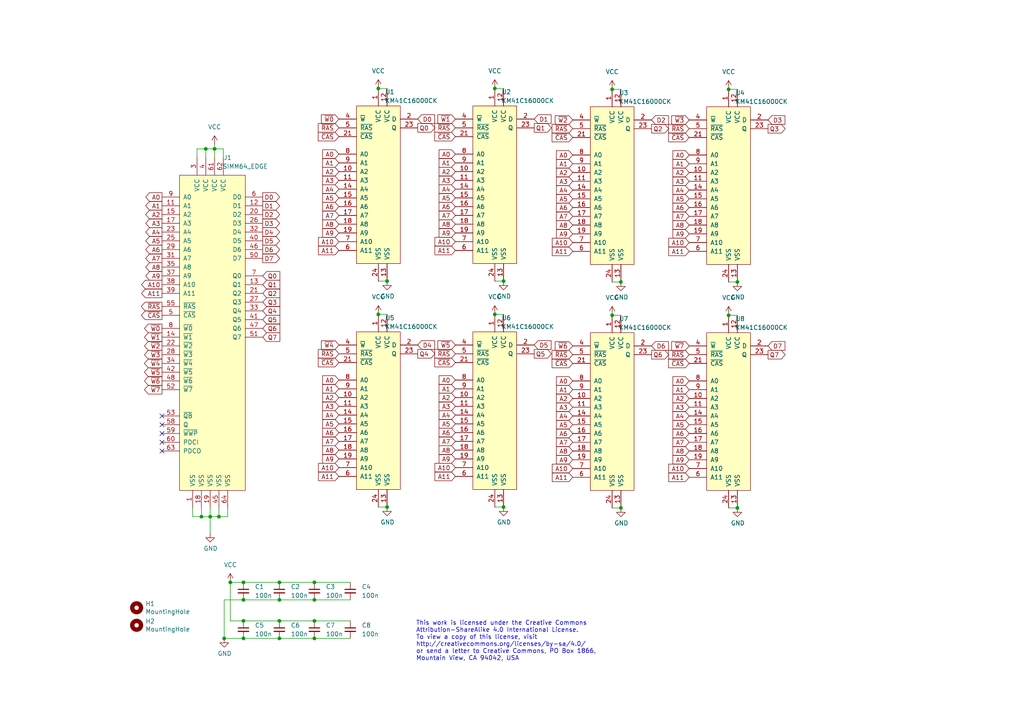
<source format=kicad_sch>
(kicad_sch
	(version 20231120)
	(generator "eeschema")
	(generator_version "8.0")
	(uuid "a6f3527c-9d00-4c3b-ab9a-78f93064bc83")
	(paper "A4")
	(title_block
		(title "Macintosh IIfx 16 MB SIMM")
		(date "2023-09-15")
		(rev "v1")
	)
	(lib_symbols
		(symbol "Device:C_Small"
			(pin_numbers hide)
			(pin_names
				(offset 0.254) hide)
			(exclude_from_sim no)
			(in_bom yes)
			(on_board yes)
			(property "Reference" "C"
				(at 0.254 1.778 0)
				(effects
					(font
						(size 1.27 1.27)
					)
					(justify left)
				)
			)
			(property "Value" "C_Small"
				(at 0.254 -2.032 0)
				(effects
					(font
						(size 1.27 1.27)
					)
					(justify left)
				)
			)
			(property "Footprint" ""
				(at 0 0 0)
				(effects
					(font
						(size 1.27 1.27)
					)
					(hide yes)
				)
			)
			(property "Datasheet" "~"
				(at 0 0 0)
				(effects
					(font
						(size 1.27 1.27)
					)
					(hide yes)
				)
			)
			(property "Description" "Unpolarized capacitor, small symbol"
				(at 0 0 0)
				(effects
					(font
						(size 1.27 1.27)
					)
					(hide yes)
				)
			)
			(property "ki_keywords" "capacitor cap"
				(at 0 0 0)
				(effects
					(font
						(size 1.27 1.27)
					)
					(hide yes)
				)
			)
			(property "ki_fp_filters" "C_*"
				(at 0 0 0)
				(effects
					(font
						(size 1.27 1.27)
					)
					(hide yes)
				)
			)
			(symbol "C_Small_0_1"
				(polyline
					(pts
						(xy -1.524 -0.508) (xy 1.524 -0.508)
					)
					(stroke
						(width 0.3302)
						(type default)
					)
					(fill
						(type none)
					)
				)
				(polyline
					(pts
						(xy -1.524 0.508) (xy 1.524 0.508)
					)
					(stroke
						(width 0.3048)
						(type default)
					)
					(fill
						(type none)
					)
				)
			)
			(symbol "C_Small_1_1"
				(pin passive line
					(at 0 2.54 270)
					(length 2.032)
					(name "~"
						(effects
							(font
								(size 1.27 1.27)
							)
						)
					)
					(number "1"
						(effects
							(font
								(size 1.27 1.27)
							)
						)
					)
				)
				(pin passive line
					(at 0 -2.54 90)
					(length 2.032)
					(name "~"
						(effects
							(font
								(size 1.27 1.27)
							)
						)
					)
					(number "2"
						(effects
							(font
								(size 1.27 1.27)
							)
						)
					)
				)
			)
		)
		(symbol "Hans:KM41C16000"
			(pin_names
				(offset 1.016)
			)
			(exclude_from_sim no)
			(in_bom yes)
			(on_board yes)
			(property "Reference" "U"
				(at 1.27 5.08 0)
				(effects
					(font
						(size 1.27 1.27)
					)
				)
			)
			(property "Value" "KM41C16000CK"
				(at 7.62 2.54 0)
				(effects
					(font
						(size 1.27 1.27)
					)
				)
			)
			(property "Footprint" "Active:SOJ127P851X356-20_alt"
				(at 0 0 0)
				(effects
					(font
						(size 1.27 1.27)
					)
					(hide yes)
				)
			)
			(property "Datasheet" ""
				(at 0 0 0)
				(effects
					(font
						(size 1.27 1.27)
					)
					(hide yes)
				)
			)
			(property "Description" ""
				(at 0 0 0)
				(effects
					(font
						(size 1.27 1.27)
					)
					(hide yes)
				)
			)
			(symbol "KM41C16000_0_1"
				(rectangle
					(start -6.35 0)
					(end 6.35 -45.72)
					(stroke
						(width 0)
						(type solid)
					)
					(fill
						(type background)
					)
				)
			)
			(symbol "KM41C16000_1_1"
				(pin power_in line
					(at 0 5.08 270)
					(length 5.08)
					(name "VCC"
						(effects
							(font
								(size 1.27 1.27)
							)
						)
					)
					(number "1"
						(effects
							(font
								(size 1.27 1.27)
							)
						)
					)
				)
				(pin input line
					(at -11.43 -19.05 0)
					(length 5.08)
					(name "A2"
						(effects
							(font
								(size 1.27 1.27)
							)
						)
					)
					(number "10"
						(effects
							(font
								(size 1.27 1.27)
							)
						)
					)
				)
				(pin input line
					(at -11.43 -21.59 0)
					(length 5.08)
					(name "A3"
						(effects
							(font
								(size 1.27 1.27)
							)
						)
					)
					(number "11"
						(effects
							(font
								(size 1.27 1.27)
							)
						)
					)
				)
				(pin power_out line
					(at 2.54 5.08 270)
					(length 5.08)
					(name "VCC"
						(effects
							(font
								(size 1.27 1.27)
							)
						)
					)
					(number "12"
						(effects
							(font
								(size 1.27 1.27)
							)
						)
					)
				)
				(pin power_out line
					(at 2.54 -50.8 90)
					(length 5.08)
					(name "VSS"
						(effects
							(font
								(size 1.27 1.27)
							)
						)
					)
					(number "13"
						(effects
							(font
								(size 1.27 1.27)
							)
						)
					)
				)
				(pin input line
					(at -11.43 -24.13 0)
					(length 5.08)
					(name "A4"
						(effects
							(font
								(size 1.27 1.27)
							)
						)
					)
					(number "14"
						(effects
							(font
								(size 1.27 1.27)
							)
						)
					)
				)
				(pin input line
					(at -11.43 -26.67 0)
					(length 5.08)
					(name "A5"
						(effects
							(font
								(size 1.27 1.27)
							)
						)
					)
					(number "15"
						(effects
							(font
								(size 1.27 1.27)
							)
						)
					)
				)
				(pin input line
					(at -11.43 -29.21 0)
					(length 5.08)
					(name "A6"
						(effects
							(font
								(size 1.27 1.27)
							)
						)
					)
					(number "16"
						(effects
							(font
								(size 1.27 1.27)
							)
						)
					)
				)
				(pin input line
					(at -11.43 -31.75 0)
					(length 5.08)
					(name "A7"
						(effects
							(font
								(size 1.27 1.27)
							)
						)
					)
					(number "17"
						(effects
							(font
								(size 1.27 1.27)
							)
						)
					)
				)
				(pin input line
					(at -11.43 -34.29 0)
					(length 5.08)
					(name "A8"
						(effects
							(font
								(size 1.27 1.27)
							)
						)
					)
					(number "18"
						(effects
							(font
								(size 1.27 1.27)
							)
						)
					)
				)
				(pin input line
					(at -11.43 -36.83 0)
					(length 5.08)
					(name "A9"
						(effects
							(font
								(size 1.27 1.27)
							)
						)
					)
					(number "19"
						(effects
							(font
								(size 1.27 1.27)
							)
						)
					)
				)
				(pin input line
					(at 11.43 -3.81 180)
					(length 5.08)
					(name "D"
						(effects
							(font
								(size 1.27 1.27)
							)
						)
					)
					(number "2"
						(effects
							(font
								(size 1.27 1.27)
							)
						)
					)
				)
				(pin input line
					(at -11.43 -8.89 0)
					(length 5.08)
					(name "~{CAS}"
						(effects
							(font
								(size 1.27 1.27)
							)
						)
					)
					(number "21"
						(effects
							(font
								(size 1.27 1.27)
							)
						)
					)
				)
				(pin output line
					(at 11.43 -6.35 180)
					(length 5.08)
					(name "Q"
						(effects
							(font
								(size 1.27 1.27)
							)
						)
					)
					(number "23"
						(effects
							(font
								(size 1.27 1.27)
							)
						)
					)
				)
				(pin power_in line
					(at 0 -50.8 90)
					(length 5.08)
					(name "VSS"
						(effects
							(font
								(size 1.27 1.27)
							)
						)
					)
					(number "24"
						(effects
							(font
								(size 1.27 1.27)
							)
						)
					)
				)
				(pin input line
					(at -11.43 -3.81 0)
					(length 5.08)
					(name "~{W}"
						(effects
							(font
								(size 1.27 1.27)
							)
						)
					)
					(number "4"
						(effects
							(font
								(size 1.27 1.27)
							)
						)
					)
				)
				(pin input line
					(at -11.43 -6.35 0)
					(length 5.08)
					(name "~{RAS}"
						(effects
							(font
								(size 1.27 1.27)
							)
						)
					)
					(number "5"
						(effects
							(font
								(size 1.27 1.27)
							)
						)
					)
				)
				(pin input line
					(at -11.43 -41.91 0)
					(length 5.08)
					(name "A11"
						(effects
							(font
								(size 1.27 1.27)
							)
						)
					)
					(number "6"
						(effects
							(font
								(size 1.27 1.27)
							)
						)
					)
				)
				(pin input line
					(at -11.43 -39.37 0)
					(length 5.08)
					(name "A10"
						(effects
							(font
								(size 1.27 1.27)
							)
						)
					)
					(number "7"
						(effects
							(font
								(size 1.27 1.27)
							)
						)
					)
				)
				(pin input line
					(at -11.43 -13.97 0)
					(length 5.08)
					(name "A0"
						(effects
							(font
								(size 1.27 1.27)
							)
						)
					)
					(number "8"
						(effects
							(font
								(size 1.27 1.27)
							)
						)
					)
				)
				(pin input line
					(at -11.43 -16.51 0)
					(length 5.08)
					(name "A1"
						(effects
							(font
								(size 1.27 1.27)
							)
						)
					)
					(number "9"
						(effects
							(font
								(size 1.27 1.27)
							)
						)
					)
				)
			)
		)
		(symbol "Mechanical:MountingHole"
			(pin_names
				(offset 1.016)
			)
			(exclude_from_sim no)
			(in_bom yes)
			(on_board yes)
			(property "Reference" "H"
				(at 0 5.08 0)
				(effects
					(font
						(size 1.27 1.27)
					)
				)
			)
			(property "Value" "MountingHole"
				(at 0 3.175 0)
				(effects
					(font
						(size 1.27 1.27)
					)
				)
			)
			(property "Footprint" ""
				(at 0 0 0)
				(effects
					(font
						(size 1.27 1.27)
					)
					(hide yes)
				)
			)
			(property "Datasheet" "~"
				(at 0 0 0)
				(effects
					(font
						(size 1.27 1.27)
					)
					(hide yes)
				)
			)
			(property "Description" "Mounting Hole without connection"
				(at 0 0 0)
				(effects
					(font
						(size 1.27 1.27)
					)
					(hide yes)
				)
			)
			(property "ki_keywords" "mounting hole"
				(at 0 0 0)
				(effects
					(font
						(size 1.27 1.27)
					)
					(hide yes)
				)
			)
			(property "ki_fp_filters" "MountingHole*"
				(at 0 0 0)
				(effects
					(font
						(size 1.27 1.27)
					)
					(hide yes)
				)
			)
			(symbol "MountingHole_0_1"
				(circle
					(center 0 0)
					(radius 1.27)
					(stroke
						(width 1.27)
						(type default)
					)
					(fill
						(type none)
					)
				)
			)
		)
		(symbol "maciifxsimm-rescue:SIMM64_EDGE-memory"
			(pin_names
				(offset 1.016)
			)
			(exclude_from_sim no)
			(in_bom yes)
			(on_board yes)
			(property "Reference" "J1"
				(at 6.35 5.08 0)
				(effects
					(font
						(size 1.27 1.27)
					)
				)
			)
			(property "Value" "SIMM64_EDGE"
				(at 11.43 2.54 0)
				(effects
					(font
						(size 1.27 1.27)
					)
				)
			)
			(property "Footprint" "Conn:EDGE_SIMM_64_127"
				(at 0 0 0)
				(effects
					(font
						(size 1.27 1.27)
					)
					(hide yes)
				)
			)
			(property "Datasheet" ""
				(at 0 0 0)
				(effects
					(font
						(size 1.27 1.27)
					)
					(hide yes)
				)
			)
			(property "Description" ""
				(at 0 0 0)
				(effects
					(font
						(size 1.27 1.27)
					)
					(hide yes)
				)
			)
			(symbol "SIMM64_EDGE-memory_0_1"
				(rectangle
					(start -7.62 0)
					(end 11.43 -91.44)
					(stroke
						(width 0)
						(type solid)
					)
					(fill
						(type background)
					)
				)
			)
			(symbol "SIMM64_EDGE-memory_1_1"
				(pin power_out line
					(at -3.81 -96.52 90)
					(length 5.08)
					(name "VSS"
						(effects
							(font
								(size 1.27 1.27)
							)
						)
					)
					(number "1"
						(effects
							(font
								(size 1.27 1.27)
							)
						)
					)
				)
				(pin output line
					(at -12.7 -8.89 0)
					(length 5.08)
					(name "A1"
						(effects
							(font
								(size 1.27 1.27)
							)
						)
					)
					(number "11"
						(effects
							(font
								(size 1.27 1.27)
							)
						)
					)
				)
				(pin output line
					(at 16.51 -8.89 180)
					(length 5.08)
					(name "D1"
						(effects
							(font
								(size 1.27 1.27)
							)
						)
					)
					(number "12"
						(effects
							(font
								(size 1.27 1.27)
							)
						)
					)
				)
				(pin input line
					(at 16.51 -31.75 180)
					(length 5.08)
					(name "Q1"
						(effects
							(font
								(size 1.27 1.27)
							)
						)
					)
					(number "13"
						(effects
							(font
								(size 1.27 1.27)
							)
						)
					)
				)
				(pin output line
					(at -12.7 -46.99 0)
					(length 5.08)
					(name "~{W1}"
						(effects
							(font
								(size 1.27 1.27)
							)
						)
					)
					(number "14"
						(effects
							(font
								(size 1.27 1.27)
							)
						)
					)
				)
				(pin output line
					(at -12.7 -11.43 0)
					(length 5.08)
					(name "A2"
						(effects
							(font
								(size 1.27 1.27)
							)
						)
					)
					(number "15"
						(effects
							(font
								(size 1.27 1.27)
							)
						)
					)
				)
				(pin output line
					(at -12.7 -13.97 0)
					(length 5.08)
					(name "A3"
						(effects
							(font
								(size 1.27 1.27)
							)
						)
					)
					(number "17"
						(effects
							(font
								(size 1.27 1.27)
							)
						)
					)
				)
				(pin power_in line
					(at -1.27 -96.52 90)
					(length 5.08)
					(name "VSS"
						(effects
							(font
								(size 1.27 1.27)
							)
						)
					)
					(number "18"
						(effects
							(font
								(size 1.27 1.27)
							)
						)
					)
				)
				(pin power_in line
					(at 1.27 -96.52 90)
					(length 5.08)
					(name "VSS"
						(effects
							(font
								(size 1.27 1.27)
							)
						)
					)
					(number "19"
						(effects
							(font
								(size 1.27 1.27)
							)
						)
					)
				)
				(pin output line
					(at 16.51 -11.43 180)
					(length 5.08)
					(name "D2"
						(effects
							(font
								(size 1.27 1.27)
							)
						)
					)
					(number "20"
						(effects
							(font
								(size 1.27 1.27)
							)
						)
					)
				)
				(pin input line
					(at 16.51 -34.29 180)
					(length 5.08)
					(name "Q2"
						(effects
							(font
								(size 1.27 1.27)
							)
						)
					)
					(number "21"
						(effects
							(font
								(size 1.27 1.27)
							)
						)
					)
				)
				(pin output line
					(at -12.7 -49.53 0)
					(length 5.08)
					(name "~{W2}"
						(effects
							(font
								(size 1.27 1.27)
							)
						)
					)
					(number "22"
						(effects
							(font
								(size 1.27 1.27)
							)
						)
					)
				)
				(pin output line
					(at -12.7 -16.51 0)
					(length 5.08)
					(name "A4"
						(effects
							(font
								(size 1.27 1.27)
							)
						)
					)
					(number "23"
						(effects
							(font
								(size 1.27 1.27)
							)
						)
					)
				)
				(pin output line
					(at -12.7 -19.05 0)
					(length 5.08)
					(name "A5"
						(effects
							(font
								(size 1.27 1.27)
							)
						)
					)
					(number "25"
						(effects
							(font
								(size 1.27 1.27)
							)
						)
					)
				)
				(pin output line
					(at 16.51 -13.97 180)
					(length 5.08)
					(name "D3"
						(effects
							(font
								(size 1.27 1.27)
							)
						)
					)
					(number "26"
						(effects
							(font
								(size 1.27 1.27)
							)
						)
					)
				)
				(pin input line
					(at 16.51 -36.83 180)
					(length 5.08)
					(name "Q3"
						(effects
							(font
								(size 1.27 1.27)
							)
						)
					)
					(number "27"
						(effects
							(font
								(size 1.27 1.27)
							)
						)
					)
				)
				(pin output line
					(at -12.7 -52.07 0)
					(length 5.08)
					(name "~{W3}"
						(effects
							(font
								(size 1.27 1.27)
							)
						)
					)
					(number "28"
						(effects
							(font
								(size 1.27 1.27)
							)
						)
					)
				)
				(pin output line
					(at -12.7 -21.59 0)
					(length 5.08)
					(name "A6"
						(effects
							(font
								(size 1.27 1.27)
							)
						)
					)
					(number "29"
						(effects
							(font
								(size 1.27 1.27)
							)
						)
					)
				)
				(pin power_out line
					(at -2.54 5.08 270)
					(length 5.08)
					(name "VCC"
						(effects
							(font
								(size 1.27 1.27)
							)
						)
					)
					(number "3"
						(effects
							(font
								(size 1.27 1.27)
							)
						)
					)
				)
				(pin output line
					(at -12.7 -24.13 0)
					(length 5.08)
					(name "A7"
						(effects
							(font
								(size 1.27 1.27)
							)
						)
					)
					(number "31"
						(effects
							(font
								(size 1.27 1.27)
							)
						)
					)
				)
				(pin output line
					(at 16.51 -16.51 180)
					(length 5.08)
					(name "D4"
						(effects
							(font
								(size 1.27 1.27)
							)
						)
					)
					(number "32"
						(effects
							(font
								(size 1.27 1.27)
							)
						)
					)
				)
				(pin input line
					(at 16.51 -39.37 180)
					(length 5.08)
					(name "Q4"
						(effects
							(font
								(size 1.27 1.27)
							)
						)
					)
					(number "33"
						(effects
							(font
								(size 1.27 1.27)
							)
						)
					)
				)
				(pin output line
					(at -12.7 -54.61 0)
					(length 5.08)
					(name "~{W4}"
						(effects
							(font
								(size 1.27 1.27)
							)
						)
					)
					(number "34"
						(effects
							(font
								(size 1.27 1.27)
							)
						)
					)
				)
				(pin output line
					(at -12.7 -26.67 0)
					(length 5.08)
					(name "A8"
						(effects
							(font
								(size 1.27 1.27)
							)
						)
					)
					(number "35"
						(effects
							(font
								(size 1.27 1.27)
							)
						)
					)
				)
				(pin output line
					(at -12.7 -29.21 0)
					(length 5.08)
					(name "A9"
						(effects
							(font
								(size 1.27 1.27)
							)
						)
					)
					(number "37"
						(effects
							(font
								(size 1.27 1.27)
							)
						)
					)
				)
				(pin output line
					(at -12.7 -31.75 0)
					(length 5.08)
					(name "A10"
						(effects
							(font
								(size 1.27 1.27)
							)
						)
					)
					(number "38"
						(effects
							(font
								(size 1.27 1.27)
							)
						)
					)
				)
				(pin output line
					(at -12.7 -34.29 0)
					(length 5.08)
					(name "A11"
						(effects
							(font
								(size 1.27 1.27)
							)
						)
					)
					(number "39"
						(effects
							(font
								(size 1.27 1.27)
							)
						)
					)
				)
				(pin power_in line
					(at 0 5.08 270)
					(length 5.08)
					(name "VCC"
						(effects
							(font
								(size 1.27 1.27)
							)
						)
					)
					(number "4"
						(effects
							(font
								(size 1.27 1.27)
							)
						)
					)
				)
				(pin output line
					(at 16.51 -19.05 180)
					(length 5.08)
					(name "D5"
						(effects
							(font
								(size 1.27 1.27)
							)
						)
					)
					(number "40"
						(effects
							(font
								(size 1.27 1.27)
							)
						)
					)
				)
				(pin input line
					(at 16.51 -41.91 180)
					(length 5.08)
					(name "Q5"
						(effects
							(font
								(size 1.27 1.27)
							)
						)
					)
					(number "41"
						(effects
							(font
								(size 1.27 1.27)
							)
						)
					)
				)
				(pin output line
					(at -12.7 -57.15 0)
					(length 5.08)
					(name "~{W5}"
						(effects
							(font
								(size 1.27 1.27)
							)
						)
					)
					(number "42"
						(effects
							(font
								(size 1.27 1.27)
							)
						)
					)
				)
				(pin power_in line
					(at 3.81 -96.52 90)
					(length 5.08)
					(name "VSS"
						(effects
							(font
								(size 1.27 1.27)
							)
						)
					)
					(number "45"
						(effects
							(font
								(size 1.27 1.27)
							)
						)
					)
				)
				(pin output line
					(at 16.51 -21.59 180)
					(length 5.08)
					(name "D6"
						(effects
							(font
								(size 1.27 1.27)
							)
						)
					)
					(number "46"
						(effects
							(font
								(size 1.27 1.27)
							)
						)
					)
				)
				(pin input line
					(at 16.51 -44.45 180)
					(length 5.08)
					(name "Q6"
						(effects
							(font
								(size 1.27 1.27)
							)
						)
					)
					(number "47"
						(effects
							(font
								(size 1.27 1.27)
							)
						)
					)
				)
				(pin output line
					(at -12.7 -59.69 0)
					(length 5.08)
					(name "~{W6}"
						(effects
							(font
								(size 1.27 1.27)
							)
						)
					)
					(number "48"
						(effects
							(font
								(size 1.27 1.27)
							)
						)
					)
				)
				(pin output line
					(at -12.7 -40.64 0)
					(length 5.08)
					(name "~{CAS}"
						(effects
							(font
								(size 1.27 1.27)
							)
						)
					)
					(number "5"
						(effects
							(font
								(size 1.27 1.27)
							)
						)
					)
				)
				(pin output line
					(at 16.51 -24.13 180)
					(length 5.08)
					(name "D7"
						(effects
							(font
								(size 1.27 1.27)
							)
						)
					)
					(number "50"
						(effects
							(font
								(size 1.27 1.27)
							)
						)
					)
				)
				(pin input line
					(at 16.51 -46.99 180)
					(length 5.08)
					(name "Q7"
						(effects
							(font
								(size 1.27 1.27)
							)
						)
					)
					(number "51"
						(effects
							(font
								(size 1.27 1.27)
							)
						)
					)
				)
				(pin output line
					(at -12.7 -62.23 0)
					(length 5.08)
					(name "~{W7}"
						(effects
							(font
								(size 1.27 1.27)
							)
						)
					)
					(number "52"
						(effects
							(font
								(size 1.27 1.27)
							)
						)
					)
				)
				(pin passive line
					(at -12.7 -69.85 0)
					(length 5.08)
					(name "~{QB}"
						(effects
							(font
								(size 1.27 1.27)
							)
						)
					)
					(number "53"
						(effects
							(font
								(size 1.27 1.27)
							)
						)
					)
				)
				(pin output line
					(at -12.7 -38.1 0)
					(length 5.08)
					(name "~{RAS}"
						(effects
							(font
								(size 1.27 1.27)
							)
						)
					)
					(number "55"
						(effects
							(font
								(size 1.27 1.27)
							)
						)
					)
				)
				(pin passive line
					(at -12.7 -72.39 0)
					(length 5.08)
					(name "Q"
						(effects
							(font
								(size 1.27 1.27)
							)
						)
					)
					(number "58"
						(effects
							(font
								(size 1.27 1.27)
							)
						)
					)
				)
				(pin passive line
					(at -12.7 -74.93 0)
					(length 5.08)
					(name "~{WWP}"
						(effects
							(font
								(size 1.27 1.27)
							)
						)
					)
					(number "59"
						(effects
							(font
								(size 1.27 1.27)
							)
						)
					)
				)
				(pin output line
					(at 16.51 -6.35 180)
					(length 5.08)
					(name "D0"
						(effects
							(font
								(size 1.27 1.27)
							)
						)
					)
					(number "6"
						(effects
							(font
								(size 1.27 1.27)
							)
						)
					)
				)
				(pin passive line
					(at -12.7 -77.47 0)
					(length 5.08)
					(name "PDCI"
						(effects
							(font
								(size 1.27 1.27)
							)
						)
					)
					(number "60"
						(effects
							(font
								(size 1.27 1.27)
							)
						)
					)
				)
				(pin power_in line
					(at 2.54 5.08 270)
					(length 5.08)
					(name "VCC"
						(effects
							(font
								(size 1.27 1.27)
							)
						)
					)
					(number "61"
						(effects
							(font
								(size 1.27 1.27)
							)
						)
					)
				)
				(pin power_in line
					(at 5.08 5.08 270)
					(length 5.08)
					(name "VCC"
						(effects
							(font
								(size 1.27 1.27)
							)
						)
					)
					(number "62"
						(effects
							(font
								(size 1.27 1.27)
							)
						)
					)
				)
				(pin passive line
					(at -12.7 -80.01 0)
					(length 5.08)
					(name "PDCO"
						(effects
							(font
								(size 1.27 1.27)
							)
						)
					)
					(number "63"
						(effects
							(font
								(size 1.27 1.27)
							)
						)
					)
				)
				(pin power_in line
					(at 6.35 -96.52 90)
					(length 5.08)
					(name "VSS"
						(effects
							(font
								(size 1.27 1.27)
							)
						)
					)
					(number "64"
						(effects
							(font
								(size 1.27 1.27)
							)
						)
					)
				)
				(pin input line
					(at 16.51 -29.21 180)
					(length 5.08)
					(name "Q0"
						(effects
							(font
								(size 1.27 1.27)
							)
						)
					)
					(number "7"
						(effects
							(font
								(size 1.27 1.27)
							)
						)
					)
				)
				(pin output line
					(at -12.7 -44.45 0)
					(length 5.08)
					(name "~{W0}"
						(effects
							(font
								(size 1.27 1.27)
							)
						)
					)
					(number "8"
						(effects
							(font
								(size 1.27 1.27)
							)
						)
					)
				)
				(pin output line
					(at -12.7 -6.35 0)
					(length 5.08)
					(name "A0"
						(effects
							(font
								(size 1.27 1.27)
							)
						)
					)
					(number "9"
						(effects
							(font
								(size 1.27 1.27)
							)
						)
					)
				)
			)
		)
		(symbol "power:GND"
			(power)
			(pin_names
				(offset 0)
			)
			(exclude_from_sim no)
			(in_bom yes)
			(on_board yes)
			(property "Reference" "#PWR"
				(at 0 -6.35 0)
				(effects
					(font
						(size 1.27 1.27)
					)
					(hide yes)
				)
			)
			(property "Value" "GND"
				(at 0 -3.81 0)
				(effects
					(font
						(size 1.27 1.27)
					)
				)
			)
			(property "Footprint" ""
				(at 0 0 0)
				(effects
					(font
						(size 1.27 1.27)
					)
					(hide yes)
				)
			)
			(property "Datasheet" ""
				(at 0 0 0)
				(effects
					(font
						(size 1.27 1.27)
					)
					(hide yes)
				)
			)
			(property "Description" "Power symbol creates a global label with name \"GND\" , ground"
				(at 0 0 0)
				(effects
					(font
						(size 1.27 1.27)
					)
					(hide yes)
				)
			)
			(property "ki_keywords" "global power"
				(at 0 0 0)
				(effects
					(font
						(size 1.27 1.27)
					)
					(hide yes)
				)
			)
			(symbol "GND_0_1"
				(polyline
					(pts
						(xy 0 0) (xy 0 -1.27) (xy 1.27 -1.27) (xy 0 -2.54) (xy -1.27 -1.27) (xy 0 -1.27)
					)
					(stroke
						(width 0)
						(type default)
					)
					(fill
						(type none)
					)
				)
			)
			(symbol "GND_1_1"
				(pin power_in line
					(at 0 0 270)
					(length 0) hide
					(name "GND"
						(effects
							(font
								(size 1.27 1.27)
							)
						)
					)
					(number "1"
						(effects
							(font
								(size 1.27 1.27)
							)
						)
					)
				)
			)
		)
		(symbol "power:VCC"
			(power)
			(pin_names
				(offset 0)
			)
			(exclude_from_sim no)
			(in_bom yes)
			(on_board yes)
			(property "Reference" "#PWR"
				(at 0 -3.81 0)
				(effects
					(font
						(size 1.27 1.27)
					)
					(hide yes)
				)
			)
			(property "Value" "VCC"
				(at 0 3.81 0)
				(effects
					(font
						(size 1.27 1.27)
					)
				)
			)
			(property "Footprint" ""
				(at 0 0 0)
				(effects
					(font
						(size 1.27 1.27)
					)
					(hide yes)
				)
			)
			(property "Datasheet" ""
				(at 0 0 0)
				(effects
					(font
						(size 1.27 1.27)
					)
					(hide yes)
				)
			)
			(property "Description" "Power symbol creates a global label with name \"VCC\""
				(at 0 0 0)
				(effects
					(font
						(size 1.27 1.27)
					)
					(hide yes)
				)
			)
			(property "ki_keywords" "global power"
				(at 0 0 0)
				(effects
					(font
						(size 1.27 1.27)
					)
					(hide yes)
				)
			)
			(symbol "VCC_0_1"
				(polyline
					(pts
						(xy -0.762 1.27) (xy 0 2.54)
					)
					(stroke
						(width 0)
						(type default)
					)
					(fill
						(type none)
					)
				)
				(polyline
					(pts
						(xy 0 0) (xy 0 2.54)
					)
					(stroke
						(width 0)
						(type default)
					)
					(fill
						(type none)
					)
				)
				(polyline
					(pts
						(xy 0 2.54) (xy 0.762 1.27)
					)
					(stroke
						(width 0)
						(type default)
					)
					(fill
						(type none)
					)
				)
			)
			(symbol "VCC_1_1"
				(pin power_in line
					(at 0 0 90)
					(length 0) hide
					(name "VCC"
						(effects
							(font
								(size 1.27 1.27)
							)
						)
					)
					(number "1"
						(effects
							(font
								(size 1.27 1.27)
							)
						)
					)
				)
			)
		)
	)
	(junction
		(at 180.086 81.788)
		(diameter 0)
		(color 0 0 0 0)
		(uuid "0cae3356-f225-4192-9d23-b47089063a8d")
	)
	(junction
		(at 91.186 185.166)
		(diameter 0)
		(color 0 0 0 0)
		(uuid "13a93670-b744-4aa7-9b25-fcfd8beab89a")
	)
	(junction
		(at 91.186 173.99)
		(diameter 0)
		(color 0 0 0 0)
		(uuid "27204dfd-65ab-4634-88e7-2c7d98ae6f86")
	)
	(junction
		(at 70.612 185.166)
		(diameter 0)
		(color 0 0 0 0)
		(uuid "2f90d064-dc0d-49b4-8b6a-b8e5920accfb")
	)
	(junction
		(at 177.546 91.44)
		(diameter 0)
		(color 0 0 0 0)
		(uuid "37d3bd1e-7eca-46c4-b2b4-405b8e450c80")
	)
	(junction
		(at 146.05 147.066)
		(diameter 0)
		(color 0 0 0 0)
		(uuid "3f3cfafb-120b-4a0f-9d41-7db2c85d2847")
	)
	(junction
		(at 62.23 43.18)
		(diameter 0)
		(color 0 0 0 0)
		(uuid "49be0388-cb5f-4249-826c-99433edf645c")
	)
	(junction
		(at 91.186 168.91)
		(diameter 0)
		(color 0 0 0 0)
		(uuid "4a22a7de-f280-48ca-968f-c8fc4ae424b7")
	)
	(junction
		(at 60.96 149.86)
		(diameter 0)
		(color 0 0 0 0)
		(uuid "4fc82cc0-a3bc-47fb-a0ed-f09a78c1346c")
	)
	(junction
		(at 213.868 147.32)
		(diameter 0)
		(color 0 0 0 0)
		(uuid "5f135cea-2ec5-41a5-a5be-5e2bbc137f8c")
	)
	(junction
		(at 59.69 43.18)
		(diameter 0)
		(color 0 0 0 0)
		(uuid "62b53b53-5eac-4ebb-bcdd-0d588d77167a")
	)
	(junction
		(at 81.026 180.086)
		(diameter 0)
		(color 0 0 0 0)
		(uuid "67a7c010-edd2-4967-87de-e0654856aa45")
	)
	(junction
		(at 213.868 81.788)
		(diameter 0)
		(color 0 0 0 0)
		(uuid "7910f6c2-0087-4a6f-86fd-f9a1c92fce19")
	)
	(junction
		(at 143.51 25.654)
		(diameter 0)
		(color 0 0 0 0)
		(uuid "81af0cb1-c3c6-4975-944d-2bf8d4c44581")
	)
	(junction
		(at 81.026 185.166)
		(diameter 0)
		(color 0 0 0 0)
		(uuid "8377f1e6-f0b1-44a3-a35b-a4c1282cb575")
	)
	(junction
		(at 211.328 91.44)
		(diameter 0)
		(color 0 0 0 0)
		(uuid "95e72113-1e7c-4899-b86b-34f55ad5d882")
	)
	(junction
		(at 109.728 25.654)
		(diameter 0)
		(color 0 0 0 0)
		(uuid "9eb965a2-d182-42ed-8499-b7d03ff8a47e")
	)
	(junction
		(at 70.612 173.99)
		(diameter 0)
		(color 0 0 0 0)
		(uuid "a6bd23bc-a3fb-4061-98d0-8224672fe41a")
	)
	(junction
		(at 143.51 91.186)
		(diameter 0)
		(color 0 0 0 0)
		(uuid "ab137241-d33e-4251-a873-585d4a3d815a")
	)
	(junction
		(at 112.268 147.066)
		(diameter 0)
		(color 0 0 0 0)
		(uuid "bd5bb0a6-5c8b-45c5-9875-4a09c71a882d")
	)
	(junction
		(at 58.42 149.86)
		(diameter 0)
		(color 0 0 0 0)
		(uuid "c08f53cc-8901-426a-8b8e-4b67deb496ae")
	)
	(junction
		(at 112.268 81.534)
		(diameter 0)
		(color 0 0 0 0)
		(uuid "ca8a7195-be58-49b5-9165-65019cff70d4")
	)
	(junction
		(at 177.546 25.908)
		(diameter 0)
		(color 0 0 0 0)
		(uuid "cd75664d-af5f-4e5a-a3d6-5e467b663f89")
	)
	(junction
		(at 66.802 168.91)
		(diameter 0)
		(color 0 0 0 0)
		(uuid "ce45d816-6f40-4770-97cb-be74ed1247b0")
	)
	(junction
		(at 70.612 168.91)
		(diameter 0)
		(color 0 0 0 0)
		(uuid "d35408e9-bc72-45ca-a1ce-c5cb9589cac3")
	)
	(junction
		(at 146.05 81.534)
		(diameter 0)
		(color 0 0 0 0)
		(uuid "d9fdbcb7-7c3d-485b-be91-c62f9773f7d9")
	)
	(junction
		(at 180.086 147.32)
		(diameter 0)
		(color 0 0 0 0)
		(uuid "de5d1876-64f8-4a99-8387-dabd2a7b3305")
	)
	(junction
		(at 81.026 173.99)
		(diameter 0)
		(color 0 0 0 0)
		(uuid "e3d62f3d-531d-44d2-8a8f-2f9bcc71b4f1")
	)
	(junction
		(at 91.186 180.086)
		(diameter 0)
		(color 0 0 0 0)
		(uuid "e603cfa9-c90a-40cf-990c-04a4bcf4bfea")
	)
	(junction
		(at 70.612 180.086)
		(diameter 0)
		(color 0 0 0 0)
		(uuid "ee0ab1db-341e-4eda-80e7-e65c89dae0a6")
	)
	(junction
		(at 211.328 25.908)
		(diameter 0)
		(color 0 0 0 0)
		(uuid "f2906527-5a22-4484-ab8c-29d209526e55")
	)
	(junction
		(at 63.5 149.86)
		(diameter 0)
		(color 0 0 0 0)
		(uuid "f3ea9a0f-b32e-4c7e-917f-bb21f2fc358c")
	)
	(junction
		(at 109.728 91.186)
		(diameter 0)
		(color 0 0 0 0)
		(uuid "f8c0b1a6-bde0-4605-b980-e64e9540352e")
	)
	(junction
		(at 81.026 168.91)
		(diameter 0)
		(color 0 0 0 0)
		(uuid "f954ee63-9b15-4e39-bbdd-6fdc76e0949d")
	)
	(junction
		(at 65.024 185.166)
		(diameter 0)
		(color 0 0 0 0)
		(uuid "fc48b148-0104-4018-a6ac-48f4745f071c")
	)
	(no_connect
		(at 46.99 120.65)
		(uuid "383f47a2-6b63-4429-adfe-265024eca3ad")
	)
	(no_connect
		(at 46.99 130.81)
		(uuid "4b8eb21f-f402-4921-a54f-a5c05335d300")
	)
	(no_connect
		(at 46.99 128.27)
		(uuid "5fb8ba30-90e3-4ed8-9b13-3c904cee1e11")
	)
	(no_connect
		(at 46.99 125.73)
		(uuid "9e0cd562-a5de-4984-ab95-f21656b1e2a1")
	)
	(no_connect
		(at 46.99 123.19)
		(uuid "f3f541c9-4ac8-4bd1-976b-b2fcf34a2de8")
	)
	(wire
		(pts
			(xy 143.51 147.066) (xy 146.05 147.066)
		)
		(stroke
			(width 0)
			(type default)
		)
		(uuid "0b1cc6f9-aad6-4671-bff9-b6f5eef2260b")
	)
	(wire
		(pts
			(xy 62.23 43.18) (xy 64.77 43.18)
		)
		(stroke
			(width 0)
			(type default)
		)
		(uuid "0d4ae857-2423-4ad9-a04a-4a5d7bfab569")
	)
	(wire
		(pts
			(xy 81.026 180.086) (xy 91.186 180.086)
		)
		(stroke
			(width 0)
			(type default)
		)
		(uuid "0e48f8a2-b1e8-46c7-9b28-d409a09bdb26")
	)
	(wire
		(pts
			(xy 60.96 154.686) (xy 60.96 149.86)
		)
		(stroke
			(width 0)
			(type default)
		)
		(uuid "10ef3023-db4b-41b1-80a7-2b7ff07a845f")
	)
	(wire
		(pts
			(xy 109.728 147.066) (xy 112.268 147.066)
		)
		(stroke
			(width 0)
			(type default)
		)
		(uuid "11fae51d-a728-42fc-80b3-e3d1bfbe8244")
	)
	(wire
		(pts
			(xy 91.186 180.086) (xy 101.6 180.086)
		)
		(stroke
			(width 0)
			(type default)
		)
		(uuid "24dbd5fc-61f4-48d0-8b8f-bf2dc84abeaa")
	)
	(wire
		(pts
			(xy 211.328 91.44) (xy 213.868 91.44)
		)
		(stroke
			(width 0)
			(type default)
		)
		(uuid "28a76ca4-51e4-4c68-b77d-c3b837f64e33")
	)
	(wire
		(pts
			(xy 55.88 149.86) (xy 58.42 149.86)
		)
		(stroke
			(width 0)
			(type default)
		)
		(uuid "3089796f-76e2-4d07-84cb-10d1a09fba83")
	)
	(wire
		(pts
			(xy 177.546 25.908) (xy 180.086 25.908)
		)
		(stroke
			(width 0)
			(type default)
		)
		(uuid "35486ca4-9014-471b-bf6f-fab32c1fbcc4")
	)
	(wire
		(pts
			(xy 63.5 149.86) (xy 63.5 147.32)
		)
		(stroke
			(width 0)
			(type default)
		)
		(uuid "3813c700-c3fa-441b-8a71-a19b67be86a7")
	)
	(wire
		(pts
			(xy 59.69 45.72) (xy 59.69 43.18)
		)
		(stroke
			(width 0)
			(type default)
		)
		(uuid "3b397b6e-9e9e-4577-827c-a402839e9be0")
	)
	(wire
		(pts
			(xy 81.026 185.166) (xy 91.186 185.166)
		)
		(stroke
			(width 0)
			(type default)
		)
		(uuid "4189f560-6fab-4ca2-9ed4-253782f06e6e")
	)
	(wire
		(pts
			(xy 91.186 173.99) (xy 101.6 173.99)
		)
		(stroke
			(width 0)
			(type default)
		)
		(uuid "451b60bc-3dbd-4207-9de8-a3a04fc17e06")
	)
	(wire
		(pts
			(xy 58.42 147.32) (xy 58.42 149.86)
		)
		(stroke
			(width 0)
			(type default)
		)
		(uuid "47707db2-5ddf-4763-8e04-9f63a55e8522")
	)
	(wire
		(pts
			(xy 59.69 43.18) (xy 62.23 43.18)
		)
		(stroke
			(width 0)
			(type default)
		)
		(uuid "50fe5874-e962-4b16-9636-4d7a0066b9bd")
	)
	(wire
		(pts
			(xy 55.88 147.32) (xy 55.88 149.86)
		)
		(stroke
			(width 0)
			(type default)
		)
		(uuid "5394dca4-c56d-485e-b569-7fd266673b8e")
	)
	(wire
		(pts
			(xy 65.024 185.166) (xy 70.612 185.166)
		)
		(stroke
			(width 0)
			(type default)
		)
		(uuid "5467227d-bfdc-4f32-a6fb-e0d84965a2f5")
	)
	(wire
		(pts
			(xy 177.546 81.788) (xy 180.086 81.788)
		)
		(stroke
			(width 0)
			(type default)
		)
		(uuid "553a4136-a463-49de-9fdc-c8bb0894880e")
	)
	(wire
		(pts
			(xy 143.51 91.186) (xy 146.05 91.186)
		)
		(stroke
			(width 0)
			(type default)
		)
		(uuid "559416d2-cc4a-44a5-b543-360d37a68b39")
	)
	(wire
		(pts
			(xy 143.51 81.534) (xy 146.05 81.534)
		)
		(stroke
			(width 0)
			(type default)
		)
		(uuid "6091563c-03ba-44eb-b0dd-6031fd7a7244")
	)
	(wire
		(pts
			(xy 66.802 180.086) (xy 66.802 168.91)
		)
		(stroke
			(width 0)
			(type default)
		)
		(uuid "6743cc95-290e-4f28-9fb8-7de9f38395ba")
	)
	(wire
		(pts
			(xy 60.96 149.86) (xy 63.5 149.86)
		)
		(stroke
			(width 0)
			(type default)
		)
		(uuid "70e9d795-9e8e-46ea-8911-a3275895455b")
	)
	(wire
		(pts
			(xy 57.15 43.18) (xy 59.69 43.18)
		)
		(stroke
			(width 0)
			(type default)
		)
		(uuid "776cb012-1060-42cd-b853-8719c540a7e2")
	)
	(wire
		(pts
			(xy 109.728 91.186) (xy 112.268 91.186)
		)
		(stroke
			(width 0)
			(type default)
		)
		(uuid "827aebc6-8f31-42fb-a90f-30a3c3f82ae5")
	)
	(wire
		(pts
			(xy 70.612 168.91) (xy 81.026 168.91)
		)
		(stroke
			(width 0)
			(type default)
		)
		(uuid "88425d20-c3d7-461a-8352-1c317d8667ce")
	)
	(wire
		(pts
			(xy 66.802 168.91) (xy 70.612 168.91)
		)
		(stroke
			(width 0)
			(type default)
		)
		(uuid "893328bd-73c3-4d4d-87d9-f139a54471a9")
	)
	(wire
		(pts
			(xy 57.15 45.72) (xy 57.15 43.18)
		)
		(stroke
			(width 0)
			(type default)
		)
		(uuid "8b13aa77-8397-4ac9-ac7d-81bb6bb96211")
	)
	(wire
		(pts
			(xy 58.42 149.86) (xy 60.96 149.86)
		)
		(stroke
			(width 0)
			(type default)
		)
		(uuid "8bb168cd-02c3-4cba-b5ef-ed364e02fe15")
	)
	(wire
		(pts
			(xy 70.612 180.086) (xy 66.802 180.086)
		)
		(stroke
			(width 0)
			(type default)
		)
		(uuid "8bf3ff3b-4151-45c5-a1be-ac5ea5d212be")
	)
	(wire
		(pts
			(xy 66.04 149.86) (xy 63.5 149.86)
		)
		(stroke
			(width 0)
			(type default)
		)
		(uuid "8d142096-2711-419f-b6ae-3ab78c7d3a0c")
	)
	(wire
		(pts
			(xy 70.612 180.086) (xy 81.026 180.086)
		)
		(stroke
			(width 0)
			(type default)
		)
		(uuid "8e1a18f9-8706-4487-b189-84231d831a99")
	)
	(wire
		(pts
			(xy 62.23 43.18) (xy 62.23 41.91)
		)
		(stroke
			(width 0)
			(type default)
		)
		(uuid "926e0f90-c91f-4ea0-bd3d-8a4453fca531")
	)
	(wire
		(pts
			(xy 65.024 173.99) (xy 65.024 185.166)
		)
		(stroke
			(width 0)
			(type default)
		)
		(uuid "96f68541-125e-4480-85df-30938242291c")
	)
	(wire
		(pts
			(xy 211.328 81.788) (xy 213.868 81.788)
		)
		(stroke
			(width 0)
			(type default)
		)
		(uuid "97b09f84-2510-4376-a66a-112105d58a96")
	)
	(wire
		(pts
			(xy 60.96 147.32) (xy 60.96 149.86)
		)
		(stroke
			(width 0)
			(type default)
		)
		(uuid "9ae873e9-66c5-4bba-9122-662bd7aabbb3")
	)
	(wire
		(pts
			(xy 70.612 185.166) (xy 81.026 185.166)
		)
		(stroke
			(width 0)
			(type default)
		)
		(uuid "9f63400d-fa73-4711-a4bc-5e13faaa36cf")
	)
	(wire
		(pts
			(xy 62.23 43.18) (xy 62.23 45.72)
		)
		(stroke
			(width 0)
			(type default)
		)
		(uuid "a340ce35-16e8-44ba-9942-d0877b128e3b")
	)
	(wire
		(pts
			(xy 81.026 168.91) (xy 91.186 168.91)
		)
		(stroke
			(width 0)
			(type default)
		)
		(uuid "b3949596-de0d-4a03-88ae-5b8f0fdb0c34")
	)
	(wire
		(pts
			(xy 211.328 25.908) (xy 213.868 25.908)
		)
		(stroke
			(width 0)
			(type default)
		)
		(uuid "b416f0af-da3f-4a81-8e34-2ed1330c8fd1")
	)
	(wire
		(pts
			(xy 109.728 25.654) (xy 112.268 25.654)
		)
		(stroke
			(width 0)
			(type default)
		)
		(uuid "b49f1f27-e330-4a2f-bfe7-901475e60139")
	)
	(wire
		(pts
			(xy 177.546 147.32) (xy 180.086 147.32)
		)
		(stroke
			(width 0)
			(type default)
		)
		(uuid "b6b4ceec-e024-4ad2-a296-74133c088338")
	)
	(wire
		(pts
			(xy 66.04 147.32) (xy 66.04 149.86)
		)
		(stroke
			(width 0)
			(type default)
		)
		(uuid "b6c74993-626d-4083-834a-b3de5d17ef10")
	)
	(wire
		(pts
			(xy 143.51 25.654) (xy 146.05 25.654)
		)
		(stroke
			(width 0)
			(type default)
		)
		(uuid "c5be7e39-ccc0-440f-811d-e023eb07f98d")
	)
	(wire
		(pts
			(xy 177.546 91.44) (xy 180.086 91.44)
		)
		(stroke
			(width 0)
			(type default)
		)
		(uuid "cfcf3187-92f1-4537-b8a8-9559ac4e6106")
	)
	(wire
		(pts
			(xy 211.328 147.32) (xy 213.868 147.32)
		)
		(stroke
			(width 0)
			(type default)
		)
		(uuid "d5cc2c9f-769e-4456-b784-6b37a7f18094")
	)
	(wire
		(pts
			(xy 70.612 173.99) (xy 81.026 173.99)
		)
		(stroke
			(width 0)
			(type default)
		)
		(uuid "d8c78fdd-e1a3-4b36-a561-4e1db1f34e8b")
	)
	(wire
		(pts
			(xy 81.026 173.99) (xy 91.186 173.99)
		)
		(stroke
			(width 0)
			(type default)
		)
		(uuid "db12489d-7491-4ee4-8027-69587a4982be")
	)
	(wire
		(pts
			(xy 91.186 185.166) (xy 101.6 185.166)
		)
		(stroke
			(width 0)
			(type default)
		)
		(uuid "dce9adc7-020e-43ec-9178-5c011bcb9241")
	)
	(wire
		(pts
			(xy 64.77 43.18) (xy 64.77 45.72)
		)
		(stroke
			(width 0)
			(type default)
		)
		(uuid "ee7eabae-fe42-46af-96c0-6d9505eeb3dd")
	)
	(wire
		(pts
			(xy 70.612 173.99) (xy 65.024 173.99)
		)
		(stroke
			(width 0)
			(type default)
		)
		(uuid "eea48098-aed2-4b5e-aa7e-9cc930f14b54")
	)
	(wire
		(pts
			(xy 91.186 168.91) (xy 101.6 168.91)
		)
		(stroke
			(width 0)
			(type default)
		)
		(uuid "efa050b5-0ea2-4eb1-b495-60de362f997f")
	)
	(wire
		(pts
			(xy 109.728 81.534) (xy 112.268 81.534)
		)
		(stroke
			(width 0)
			(type default)
		)
		(uuid "f6add572-9e49-445e-8195-edf19da69b41")
	)
	(text "This work is licensed under the Creative Commons\nAttribution-ShareAlike 4.0 International License.\nTo view a copy of this license, visit\nhttp://creativecommons.org/licenses/by-sa/4.0/\nor send a letter to Creative Commons, PO Box 1866,\nMountain View, CA 94042, USA"
		(exclude_from_sim no)
		(at 120.65 191.77 0)
		(effects
			(font
				(size 1.27 1.27)
			)
			(justify left bottom)
		)
		(uuid "b7fb8905-5123-45be-9fd8-6581e0c6ae87")
	)
	(global_label "~{W6}"
		(shape input)
		(at 166.116 100.33 180)
		(fields_autoplaced yes)
		(effects
			(font
				(size 1.27 1.27)
			)
			(justify right)
		)
		(uuid "004891b6-a91f-499a-a44a-b215e698fcfe")
		(property "Intersheetrefs" "${INTERSHEET_REFS}"
			(at 161.2035 100.33 0)
			(effects
				(font
					(size 1.27 1.27)
				)
				(justify right)
				(hide yes)
			)
		)
	)
	(global_label "A11"
		(shape input)
		(at 199.898 138.43 180)
		(fields_autoplaced yes)
		(effects
			(font
				(size 1.27 1.27)
			)
			(justify right)
		)
		(uuid "01f190c1-c373-45a7-8b37-36d584bfbc69")
		(property "Intersheetrefs" "${INTERSHEET_REFS}"
			(at 194.1388 138.43 0)
			(effects
				(font
					(size 1.27 1.27)
				)
				(justify right)
				(hide yes)
			)
		)
	)
	(global_label "A8"
		(shape input)
		(at 199.898 65.278 180)
		(fields_autoplaced yes)
		(effects
			(font
				(size 1.27 1.27)
			)
			(justify right)
		)
		(uuid "034dd4aa-d330-4cb5-90dd-29fc5b0fbc94")
		(property "Intersheetrefs" "${INTERSHEET_REFS}"
			(at 195.3483 65.278 0)
			(effects
				(font
					(size 1.27 1.27)
				)
				(justify right)
				(hide yes)
			)
		)
	)
	(global_label "A10"
		(shape input)
		(at 166.116 135.89 180)
		(fields_autoplaced yes)
		(effects
			(font
				(size 1.27 1.27)
			)
			(justify right)
		)
		(uuid "040eff1e-5d8b-44d7-b473-5ed4f3e2c5e9")
		(property "Intersheetrefs" "${INTERSHEET_REFS}"
			(at 160.3568 135.89 0)
			(effects
				(font
					(size 1.27 1.27)
				)
				(justify right)
				(hide yes)
			)
		)
	)
	(global_label "A6"
		(shape input)
		(at 132.08 59.944 180)
		(fields_autoplaced yes)
		(effects
			(font
				(size 1.27 1.27)
			)
			(justify right)
		)
		(uuid "09a5721e-3ea1-4553-83cb-566d3266cc11")
		(property "Intersheetrefs" "${INTERSHEET_REFS}"
			(at 127.5303 59.944 0)
			(effects
				(font
					(size 1.27 1.27)
				)
				(justify right)
				(hide yes)
			)
		)
	)
	(global_label "~{CAS}"
		(shape input)
		(at 166.116 105.41 180)
		(fields_autoplaced yes)
		(effects
			(font
				(size 1.27 1.27)
			)
			(justify right)
		)
		(uuid "0b4498c2-613c-41a8-ae6a-cbaa77ba7d5e")
		(property "Intersheetrefs" "${INTERSHEET_REFS}"
			(at 160.2963 105.41 0)
			(effects
				(font
					(size 1.27 1.27)
				)
				(justify right)
				(hide yes)
			)
		)
	)
	(global_label "A2"
		(shape input)
		(at 199.898 50.038 180)
		(fields_autoplaced yes)
		(effects
			(font
				(size 1.27 1.27)
			)
			(justify right)
		)
		(uuid "0c643903-465c-41f7-b1d8-a2b8dcf9e15b")
		(property "Intersheetrefs" "${INTERSHEET_REFS}"
			(at 195.3483 50.038 0)
			(effects
				(font
					(size 1.27 1.27)
				)
				(justify right)
				(hide yes)
			)
		)
	)
	(global_label "A9"
		(shape input)
		(at 132.08 133.096 180)
		(fields_autoplaced yes)
		(effects
			(font
				(size 1.27 1.27)
			)
			(justify right)
		)
		(uuid "0ce94c23-0264-47d1-b4ac-e4de3a9054e4")
		(property "Intersheetrefs" "${INTERSHEET_REFS}"
			(at 127.5303 133.096 0)
			(effects
				(font
					(size 1.27 1.27)
				)
				(justify right)
				(hide yes)
			)
		)
	)
	(global_label "A3"
		(shape input)
		(at 132.08 117.856 180)
		(fields_autoplaced yes)
		(effects
			(font
				(size 1.27 1.27)
			)
			(justify right)
		)
		(uuid "0d6a3ce0-598a-4b9b-a9c3-72c07891ed08")
		(property "Intersheetrefs" "${INTERSHEET_REFS}"
			(at 127.5303 117.856 0)
			(effects
				(font
					(size 1.27 1.27)
				)
				(justify right)
				(hide yes)
			)
		)
	)
	(global_label "A5"
		(shape output)
		(at 46.99 69.85 180)
		(fields_autoplaced yes)
		(effects
			(font
				(size 1.27 1.27)
			)
			(justify right)
		)
		(uuid "0e71c4f1-ea95-46db-be54-1d1be083fded")
		(property "Intersheetrefs" "${INTERSHEET_REFS}"
			(at 42.4403 69.85 0)
			(effects
				(font
					(size 1.27 1.27)
				)
				(justify right)
				(hide yes)
			)
		)
	)
	(global_label "D5"
		(shape input)
		(at 154.94 100.076 0)
		(fields_autoplaced yes)
		(effects
			(font
				(size 1.27 1.27)
			)
			(justify left)
		)
		(uuid "14406f3c-70db-44b9-8504-531c907c906c")
		(property "Intersheetrefs" "${INTERSHEET_REFS}"
			(at 159.6711 100.076 0)
			(effects
				(font
					(size 1.27 1.27)
				)
				(justify left)
				(hide yes)
			)
		)
	)
	(global_label "D7"
		(shape output)
		(at 76.2 74.93 0)
		(fields_autoplaced yes)
		(effects
			(font
				(size 1.27 1.27)
			)
			(justify left)
		)
		(uuid "156cd665-8ba6-45a4-8853-5927ed0a1d0b")
		(property "Intersheetrefs" "${INTERSHEET_REFS}"
			(at 80.9311 74.93 0)
			(effects
				(font
					(size 1.27 1.27)
				)
				(justify left)
				(hide yes)
			)
		)
	)
	(global_label "D5"
		(shape output)
		(at 76.2 69.85 0)
		(fields_autoplaced yes)
		(effects
			(font
				(size 1.27 1.27)
			)
			(justify left)
		)
		(uuid "183b9503-b4cc-4a5a-a051-ed86fc54fa10")
		(property "Intersheetrefs" "${INTERSHEET_REFS}"
			(at 80.9311 69.85 0)
			(effects
				(font
					(size 1.27 1.27)
				)
				(justify left)
				(hide yes)
			)
		)
	)
	(global_label "A4"
		(shape input)
		(at 132.08 54.864 180)
		(fields_autoplaced yes)
		(effects
			(font
				(size 1.27 1.27)
			)
			(justify right)
		)
		(uuid "18f3ebd2-40da-4924-8814-202b7cc0045e")
		(property "Intersheetrefs" "${INTERSHEET_REFS}"
			(at 127.5303 54.864 0)
			(effects
				(font
					(size 1.27 1.27)
				)
				(justify right)
				(hide yes)
			)
		)
	)
	(global_label "~{W5}"
		(shape input)
		(at 132.08 100.076 180)
		(fields_autoplaced yes)
		(effects
			(font
				(size 1.27 1.27)
			)
			(justify right)
		)
		(uuid "18fbf3b2-53f2-42b4-99f4-d187cf17ab65")
		(property "Intersheetrefs" "${INTERSHEET_REFS}"
			(at 127.1675 100.076 0)
			(effects
				(font
					(size 1.27 1.27)
				)
				(justify right)
				(hide yes)
			)
		)
	)
	(global_label "~{W7}"
		(shape output)
		(at 46.99 113.03 180)
		(fields_autoplaced yes)
		(effects
			(font
				(size 1.27 1.27)
			)
			(justify right)
		)
		(uuid "195e0aac-f405-4b5b-8291-dbd297bfff0a")
		(property "Intersheetrefs" "${INTERSHEET_REFS}"
			(at 42.0775 113.03 0)
			(effects
				(font
					(size 1.27 1.27)
				)
				(justify right)
				(hide yes)
			)
		)
	)
	(global_label "~{W1}"
		(shape input)
		(at 132.08 34.544 180)
		(fields_autoplaced yes)
		(effects
			(font
				(size 1.27 1.27)
			)
			(justify right)
		)
		(uuid "19ea5758-6385-4f33-8894-111e6e818a48")
		(property "Intersheetrefs" "${INTERSHEET_REFS}"
			(at 127.1675 34.544 0)
			(effects
				(font
					(size 1.27 1.27)
				)
				(justify right)
				(hide yes)
			)
		)
	)
	(global_label "~{W6}"
		(shape output)
		(at 46.99 110.49 180)
		(fields_autoplaced yes)
		(effects
			(font
				(size 1.27 1.27)
			)
			(justify right)
		)
		(uuid "1b2db910-8f18-4c61-997d-9c6031cfc714")
		(property "Intersheetrefs" "${INTERSHEET_REFS}"
			(at 42.0775 110.49 0)
			(effects
				(font
					(size 1.27 1.27)
				)
				(justify right)
				(hide yes)
			)
		)
	)
	(global_label "D2"
		(shape input)
		(at 188.976 34.798 0)
		(fields_autoplaced yes)
		(effects
			(font
				(size 1.27 1.27)
			)
			(justify left)
		)
		(uuid "1baa4291-93ca-480b-908c-b0bec72310f1")
		(property "Intersheetrefs" "${INTERSHEET_REFS}"
			(at 193.7071 34.798 0)
			(effects
				(font
					(size 1.27 1.27)
				)
				(justify left)
				(hide yes)
			)
		)
	)
	(global_label "~{RAS}"
		(shape input)
		(at 132.08 102.616 180)
		(fields_autoplaced yes)
		(effects
			(font
				(size 1.27 1.27)
			)
			(justify right)
		)
		(uuid "1d36d99c-0953-4252-b883-52f1b4ed4fae")
		(property "Intersheetrefs" "${INTERSHEET_REFS}"
			(at 126.2603 102.616 0)
			(effects
				(font
					(size 1.27 1.27)
				)
				(justify right)
				(hide yes)
			)
		)
	)
	(global_label "D7"
		(shape input)
		(at 222.758 100.33 0)
		(fields_autoplaced yes)
		(effects
			(font
				(size 1.27 1.27)
			)
			(justify left)
		)
		(uuid "1d53098c-9442-4329-ae48-6d4233842664")
		(property "Intersheetrefs" "${INTERSHEET_REFS}"
			(at 227.4891 100.33 0)
			(effects
				(font
					(size 1.27 1.27)
				)
				(justify left)
				(hide yes)
			)
		)
	)
	(global_label "D3"
		(shape output)
		(at 76.2 64.77 0)
		(fields_autoplaced yes)
		(effects
			(font
				(size 1.27 1.27)
			)
			(justify left)
		)
		(uuid "1e42f1d5-3cfa-4add-b358-52e6b8e5ea69")
		(property "Intersheetrefs" "${INTERSHEET_REFS}"
			(at 80.9311 64.77 0)
			(effects
				(font
					(size 1.27 1.27)
				)
				(justify left)
				(hide yes)
			)
		)
	)
	(global_label "Q0"
		(shape output)
		(at 121.158 37.084 0)
		(fields_autoplaced yes)
		(effects
			(font
				(size 1.27 1.27)
			)
			(justify left)
		)
		(uuid "1e9995dd-95c8-4553-9c91-200b57f444b0")
		(property "Intersheetrefs" "${INTERSHEET_REFS}"
			(at 125.9496 37.084 0)
			(effects
				(font
					(size 1.27 1.27)
				)
				(justify left)
				(hide yes)
			)
		)
	)
	(global_label "A4"
		(shape input)
		(at 132.08 120.396 180)
		(fields_autoplaced yes)
		(effects
			(font
				(size 1.27 1.27)
			)
			(justify right)
		)
		(uuid "1f5ac4d1-aa63-4641-a372-493ef6f351bd")
		(property "Intersheetrefs" "${INTERSHEET_REFS}"
			(at 127.5303 120.396 0)
			(effects
				(font
					(size 1.27 1.27)
				)
				(justify right)
				(hide yes)
			)
		)
	)
	(global_label "Q6"
		(shape input)
		(at 76.2 95.25 0)
		(fields_autoplaced yes)
		(effects
			(font
				(size 1.27 1.27)
			)
			(justify left)
		)
		(uuid "22c88a20-f2fa-4bd2-8757-a2f28526cb30")
		(property "Intersheetrefs" "${INTERSHEET_REFS}"
			(at 80.9916 95.25 0)
			(effects
				(font
					(size 1.27 1.27)
				)
				(justify left)
				(hide yes)
			)
		)
	)
	(global_label "Q0"
		(shape input)
		(at 76.2 80.01 0)
		(fields_autoplaced yes)
		(effects
			(font
				(size 1.27 1.27)
			)
			(justify left)
		)
		(uuid "22faf5b0-d458-42e3-9720-7193b6e651c1")
		(property "Intersheetrefs" "${INTERSHEET_REFS}"
			(at 80.9916 80.01 0)
			(effects
				(font
					(size 1.27 1.27)
				)
				(justify left)
				(hide yes)
			)
		)
	)
	(global_label "A3"
		(shape input)
		(at 98.298 117.856 180)
		(fields_autoplaced yes)
		(effects
			(font
				(size 1.27 1.27)
			)
			(justify right)
		)
		(uuid "24efe65c-b475-40a7-a5c6-c3aaac0b3878")
		(property "Intersheetrefs" "${INTERSHEET_REFS}"
			(at 93.7483 117.856 0)
			(effects
				(font
					(size 1.27 1.27)
				)
				(justify right)
				(hide yes)
			)
		)
	)
	(global_label "A9"
		(shape input)
		(at 98.298 67.564 180)
		(fields_autoplaced yes)
		(effects
			(font
				(size 1.27 1.27)
			)
			(justify right)
		)
		(uuid "2744eb17-a7f6-4a7b-89e0-b4474493cf0e")
		(property "Intersheetrefs" "${INTERSHEET_REFS}"
			(at 93.7483 67.564 0)
			(effects
				(font
					(size 1.27 1.27)
				)
				(justify right)
				(hide yes)
			)
		)
	)
	(global_label "A10"
		(shape input)
		(at 132.08 135.636 180)
		(fields_autoplaced yes)
		(effects
			(font
				(size 1.27 1.27)
			)
			(justify right)
		)
		(uuid "28f9002c-ebbd-4008-8a73-0966f21b0965")
		(property "Intersheetrefs" "${INTERSHEET_REFS}"
			(at 126.3208 135.636 0)
			(effects
				(font
					(size 1.27 1.27)
				)
				(justify right)
				(hide yes)
			)
		)
	)
	(global_label "Q3"
		(shape input)
		(at 76.2 87.63 0)
		(fields_autoplaced yes)
		(effects
			(font
				(size 1.27 1.27)
			)
			(justify left)
		)
		(uuid "296037fc-3ead-4a86-83fe-ec400887f8f9")
		(property "Intersheetrefs" "${INTERSHEET_REFS}"
			(at 80.9916 87.63 0)
			(effects
				(font
					(size 1.27 1.27)
				)
				(justify left)
				(hide yes)
			)
		)
	)
	(global_label "A9"
		(shape input)
		(at 166.116 67.818 180)
		(fields_autoplaced yes)
		(effects
			(font
				(size 1.27 1.27)
			)
			(justify right)
		)
		(uuid "296309e3-f179-46e0-be67-630c1bb73f64")
		(property "Intersheetrefs" "${INTERSHEET_REFS}"
			(at 161.5663 67.818 0)
			(effects
				(font
					(size 1.27 1.27)
				)
				(justify right)
				(hide yes)
			)
		)
	)
	(global_label "~{CAS}"
		(shape input)
		(at 132.08 105.156 180)
		(fields_autoplaced yes)
		(effects
			(font
				(size 1.27 1.27)
			)
			(justify right)
		)
		(uuid "29c43f76-3319-464a-ac7e-554a478c8fab")
		(property "Intersheetrefs" "${INTERSHEET_REFS}"
			(at 126.2603 105.156 0)
			(effects
				(font
					(size 1.27 1.27)
				)
				(justify right)
				(hide yes)
			)
		)
	)
	(global_label "A0"
		(shape input)
		(at 166.116 110.49 180)
		(fields_autoplaced yes)
		(effects
			(font
				(size 1.27 1.27)
			)
			(justify right)
		)
		(uuid "2cf16777-fe09-4a05-807d-381b2b676f2b")
		(property "Intersheetrefs" "${INTERSHEET_REFS}"
			(at 161.5663 110.49 0)
			(effects
				(font
					(size 1.27 1.27)
				)
				(justify right)
				(hide yes)
			)
		)
	)
	(global_label "~{W7}"
		(shape input)
		(at 199.898 100.33 180)
		(fields_autoplaced yes)
		(effects
			(font
				(size 1.27 1.27)
			)
			(justify right)
		)
		(uuid "2ffd7865-6b84-40d8-af4d-af9b54578e35")
		(property "Intersheetrefs" "${INTERSHEET_REFS}"
			(at 194.9855 100.33 0)
			(effects
				(font
					(size 1.27 1.27)
				)
				(justify right)
				(hide yes)
			)
		)
	)
	(global_label "A10"
		(shape output)
		(at 46.99 82.55 180)
		(fields_autoplaced yes)
		(effects
			(font
				(size 1.27 1.27)
			)
			(justify right)
		)
		(uuid "30c015ea-c006-4ef1-98d4-41bd72f34a6b")
		(property "Intersheetrefs" "${INTERSHEET_REFS}"
			(at 41.2308 82.55 0)
			(effects
				(font
					(size 1.27 1.27)
				)
				(justify right)
				(hide yes)
			)
		)
	)
	(global_label "~{CAS}"
		(shape input)
		(at 166.116 39.878 180)
		(fields_autoplaced yes)
		(effects
			(font
				(size 1.27 1.27)
			)
			(justify right)
		)
		(uuid "3196e82b-f961-460c-bbf9-981719afb1e3")
		(property "Intersheetrefs" "${INTERSHEET_REFS}"
			(at 160.2963 39.878 0)
			(effects
				(font
					(size 1.27 1.27)
				)
				(justify right)
				(hide yes)
			)
		)
	)
	(global_label "A9"
		(shape input)
		(at 98.298 133.096 180)
		(fields_autoplaced yes)
		(effects
			(font
				(size 1.27 1.27)
			)
			(justify right)
		)
		(uuid "32f707cf-1c05-4fe3-ac57-a696cd5a5341")
		(property "Intersheetrefs" "${INTERSHEET_REFS}"
			(at 93.7483 133.096 0)
			(effects
				(font
					(size 1.27 1.27)
				)
				(justify right)
				(hide yes)
			)
		)
	)
	(global_label "A3"
		(shape input)
		(at 132.08 52.324 180)
		(fields_autoplaced yes)
		(effects
			(font
				(size 1.27 1.27)
			)
			(justify right)
		)
		(uuid "33215c0e-1f28-4acb-b0aa-398f169a4d3c")
		(property "Intersheetrefs" "${INTERSHEET_REFS}"
			(at 127.5303 52.324 0)
			(effects
				(font
					(size 1.27 1.27)
				)
				(justify right)
				(hide yes)
			)
		)
	)
	(global_label "A5"
		(shape input)
		(at 98.298 57.404 180)
		(fields_autoplaced yes)
		(effects
			(font
				(size 1.27 1.27)
			)
			(justify right)
		)
		(uuid "35483b7b-d659-4161-8782-a493b2af0232")
		(property "Intersheetrefs" "${INTERSHEET_REFS}"
			(at 93.7483 57.404 0)
			(effects
				(font
					(size 1.27 1.27)
				)
				(justify right)
				(hide yes)
			)
		)
	)
	(global_label "A2"
		(shape input)
		(at 98.298 49.784 180)
		(fields_autoplaced yes)
		(effects
			(font
				(size 1.27 1.27)
			)
			(justify right)
		)
		(uuid "3861be00-7b13-4ae6-8a28-b8f471001e9b")
		(property "Intersheetrefs" "${INTERSHEET_REFS}"
			(at 93.7483 49.784 0)
			(effects
				(font
					(size 1.27 1.27)
				)
				(justify right)
				(hide yes)
			)
		)
	)
	(global_label "~{CAS}"
		(shape input)
		(at 98.298 105.156 180)
		(fields_autoplaced yes)
		(effects
			(font
				(size 1.27 1.27)
			)
			(justify right)
		)
		(uuid "3895a914-9819-4364-aa00-926cc8815f03")
		(property "Intersheetrefs" "${INTERSHEET_REFS}"
			(at 92.4783 105.156 0)
			(effects
				(font
					(size 1.27 1.27)
				)
				(justify right)
				(hide yes)
			)
		)
	)
	(global_label "A5"
		(shape input)
		(at 166.116 123.19 180)
		(fields_autoplaced yes)
		(effects
			(font
				(size 1.27 1.27)
			)
			(justify right)
		)
		(uuid "39fba246-7a93-4556-ac4d-94afd25593db")
		(property "Intersheetrefs" "${INTERSHEET_REFS}"
			(at 161.5663 123.19 0)
			(effects
				(font
					(size 1.27 1.27)
				)
				(justify right)
				(hide yes)
			)
		)
	)
	(global_label "A11"
		(shape input)
		(at 199.898 72.898 180)
		(fields_autoplaced yes)
		(effects
			(font
				(size 1.27 1.27)
			)
			(justify right)
		)
		(uuid "3b4364b4-736b-41a1-a8d6-932d21c58531")
		(property "Intersheetrefs" "${INTERSHEET_REFS}"
			(at 194.1388 72.898 0)
			(effects
				(font
					(size 1.27 1.27)
				)
				(justify right)
				(hide yes)
			)
		)
	)
	(global_label "D3"
		(shape input)
		(at 222.758 34.798 0)
		(fields_autoplaced yes)
		(effects
			(font
				(size 1.27 1.27)
			)
			(justify left)
		)
		(uuid "3b9c00bf-72e7-4580-be50-13c2718c2f66")
		(property "Intersheetrefs" "${INTERSHEET_REFS}"
			(at 227.4891 34.798 0)
			(effects
				(font
					(size 1.27 1.27)
				)
				(justify left)
				(hide yes)
			)
		)
	)
	(global_label "D1"
		(shape input)
		(at 154.94 34.544 0)
		(fields_autoplaced yes)
		(effects
			(font
				(size 1.27 1.27)
			)
			(justify left)
		)
		(uuid "3dd8a409-40e7-4240-bdab-a731ee97399b")
		(property "Intersheetrefs" "${INTERSHEET_REFS}"
			(at 159.6711 34.544 0)
			(effects
				(font
					(size 1.27 1.27)
				)
				(justify left)
				(hide yes)
			)
		)
	)
	(global_label "A9"
		(shape input)
		(at 199.898 133.35 180)
		(fields_autoplaced yes)
		(effects
			(font
				(size 1.27 1.27)
			)
			(justify right)
		)
		(uuid "3f819cd6-dddb-4d7f-8826-73a12055d603")
		(property "Intersheetrefs" "${INTERSHEET_REFS}"
			(at 195.3483 133.35 0)
			(effects
				(font
					(size 1.27 1.27)
				)
				(justify right)
				(hide yes)
			)
		)
	)
	(global_label "A6"
		(shape input)
		(at 166.116 125.73 180)
		(fields_autoplaced yes)
		(effects
			(font
				(size 1.27 1.27)
			)
			(justify right)
		)
		(uuid "3fa6e8be-07b9-4e40-a811-bdae88bbe4d4")
		(property "Intersheetrefs" "${INTERSHEET_REFS}"
			(at 161.5663 125.73 0)
			(effects
				(font
					(size 1.27 1.27)
				)
				(justify right)
				(hide yes)
			)
		)
	)
	(global_label "A3"
		(shape input)
		(at 199.898 118.11 180)
		(fields_autoplaced yes)
		(effects
			(font
				(size 1.27 1.27)
			)
			(justify right)
		)
		(uuid "4022501e-f1a8-42e0-aa90-44adb88dd357")
		(property "Intersheetrefs" "${INTERSHEET_REFS}"
			(at 195.3483 118.11 0)
			(effects
				(font
					(size 1.27 1.27)
				)
				(justify right)
				(hide yes)
			)
		)
	)
	(global_label "A10"
		(shape input)
		(at 132.08 70.104 180)
		(fields_autoplaced yes)
		(effects
			(font
				(size 1.27 1.27)
			)
			(justify right)
		)
		(uuid "43866002-dea9-4ac3-aa43-2a282b27ecb0")
		(property "Intersheetrefs" "${INTERSHEET_REFS}"
			(at 126.3208 70.104 0)
			(effects
				(font
					(size 1.27 1.27)
				)
				(justify right)
				(hide yes)
			)
		)
	)
	(global_label "A8"
		(shape input)
		(at 132.08 65.024 180)
		(fields_autoplaced yes)
		(effects
			(font
				(size 1.27 1.27)
			)
			(justify right)
		)
		(uuid "43fe9594-e211-4b72-babf-b1efca1ed17a")
		(property "Intersheetrefs" "${INTERSHEET_REFS}"
			(at 127.5303 65.024 0)
			(effects
				(font
					(size 1.27 1.27)
				)
				(justify right)
				(hide yes)
			)
		)
	)
	(global_label "A8"
		(shape input)
		(at 166.116 130.81 180)
		(fields_autoplaced yes)
		(effects
			(font
				(size 1.27 1.27)
			)
			(justify right)
		)
		(uuid "4465682c-1857-4a9e-b45a-caeed444ebef")
		(property "Intersheetrefs" "${INTERSHEET_REFS}"
			(at 161.5663 130.81 0)
			(effects
				(font
					(size 1.27 1.27)
				)
				(justify right)
				(hide yes)
			)
		)
	)
	(global_label "A1"
		(shape input)
		(at 132.08 112.776 180)
		(fields_autoplaced yes)
		(effects
			(font
				(size 1.27 1.27)
			)
			(justify right)
		)
		(uuid "44ee41de-6166-4e66-a3ef-45f574ef61a9")
		(property "Intersheetrefs" "${INTERSHEET_REFS}"
			(at 127.5303 112.776 0)
			(effects
				(font
					(size 1.27 1.27)
				)
				(justify right)
				(hide yes)
			)
		)
	)
	(global_label "A5"
		(shape input)
		(at 199.898 57.658 180)
		(fields_autoplaced yes)
		(effects
			(font
				(size 1.27 1.27)
			)
			(justify right)
		)
		(uuid "4684a838-2d9c-4ac3-8e91-9b68780def16")
		(property "Intersheetrefs" "${INTERSHEET_REFS}"
			(at 195.3483 57.658 0)
			(effects
				(font
					(size 1.27 1.27)
				)
				(justify right)
				(hide yes)
			)
		)
	)
	(global_label "A1"
		(shape input)
		(at 132.08 47.244 180)
		(fields_autoplaced yes)
		(effects
			(font
				(size 1.27 1.27)
			)
			(justify right)
		)
		(uuid "4799d6fd-872d-4caa-8973-f745b5f79bf7")
		(property "Intersheetrefs" "${INTERSHEET_REFS}"
			(at 127.5303 47.244 0)
			(effects
				(font
					(size 1.27 1.27)
				)
				(justify right)
				(hide yes)
			)
		)
	)
	(global_label "~{W3}"
		(shape input)
		(at 199.898 34.798 180)
		(fields_autoplaced yes)
		(effects
			(font
				(size 1.27 1.27)
			)
			(justify right)
		)
		(uuid "49a5d10d-e954-4ad3-9f74-a1a42b81005a")
		(property "Intersheetrefs" "${INTERSHEET_REFS}"
			(at 194.9855 34.798 0)
			(effects
				(font
					(size 1.27 1.27)
				)
				(justify right)
				(hide yes)
			)
		)
	)
	(global_label "A10"
		(shape input)
		(at 166.116 70.358 180)
		(fields_autoplaced yes)
		(effects
			(font
				(size 1.27 1.27)
			)
			(justify right)
		)
		(uuid "49e6b061-73ad-451a-bba3-a79e28fb870a")
		(property "Intersheetrefs" "${INTERSHEET_REFS}"
			(at 160.3568 70.358 0)
			(effects
				(font
					(size 1.27 1.27)
				)
				(justify right)
				(hide yes)
			)
		)
	)
	(global_label "A2"
		(shape input)
		(at 98.298 115.316 180)
		(fields_autoplaced yes)
		(effects
			(font
				(size 1.27 1.27)
			)
			(justify right)
		)
		(uuid "4a6513d6-a6a3-4d35-aa56-d422cca5db2a")
		(property "Intersheetrefs" "${INTERSHEET_REFS}"
			(at 93.7483 115.316 0)
			(effects
				(font
					(size 1.27 1.27)
				)
				(justify right)
				(hide yes)
			)
		)
	)
	(global_label "A2"
		(shape input)
		(at 166.116 50.038 180)
		(fields_autoplaced yes)
		(effects
			(font
				(size 1.27 1.27)
			)
			(justify right)
		)
		(uuid "4ae6d270-4476-41c5-99b8-35904ef94928")
		(property "Intersheetrefs" "${INTERSHEET_REFS}"
			(at 161.5663 50.038 0)
			(effects
				(font
					(size 1.27 1.27)
				)
				(justify right)
				(hide yes)
			)
		)
	)
	(global_label "~{RAS}"
		(shape output)
		(at 46.99 88.9 180)
		(fields_autoplaced yes)
		(effects
			(font
				(size 1.27 1.27)
			)
			(justify right)
		)
		(uuid "4dfe6968-f48e-423e-958f-e8dc3e892249")
		(property "Intersheetrefs" "${INTERSHEET_REFS}"
			(at 41.1703 88.9 0)
			(effects
				(font
					(size 1.27 1.27)
				)
				(justify right)
				(hide yes)
			)
		)
	)
	(global_label "~{CAS}"
		(shape input)
		(at 132.08 39.624 180)
		(fields_autoplaced yes)
		(effects
			(font
				(size 1.27 1.27)
			)
			(justify right)
		)
		(uuid "4fc1f1ca-1e2b-4d04-8f18-7d9a7b0d9bf6")
		(property "Intersheetrefs" "${INTERSHEET_REFS}"
			(at 126.2603 39.624 0)
			(effects
				(font
					(size 1.27 1.27)
				)
				(justify right)
				(hide yes)
			)
		)
	)
	(global_label "A6"
		(shape input)
		(at 199.898 125.73 180)
		(fields_autoplaced yes)
		(effects
			(font
				(size 1.27 1.27)
			)
			(justify right)
		)
		(uuid "5026a42b-84f2-4281-b3fd-e6d274965c9f")
		(property "Intersheetrefs" "${INTERSHEET_REFS}"
			(at 195.3483 125.73 0)
			(effects
				(font
					(size 1.27 1.27)
				)
				(justify right)
				(hide yes)
			)
		)
	)
	(global_label "~{CAS}"
		(shape input)
		(at 199.898 39.878 180)
		(fields_autoplaced yes)
		(effects
			(font
				(size 1.27 1.27)
			)
			(justify right)
		)
		(uuid "507f9581-1e56-4ae3-a40a-1685a7747b2d")
		(property "Intersheetrefs" "${INTERSHEET_REFS}"
			(at 194.0783 39.878 0)
			(effects
				(font
					(size 1.27 1.27)
				)
				(justify right)
				(hide yes)
			)
		)
	)
	(global_label "A6"
		(shape output)
		(at 46.99 72.39 180)
		(fields_autoplaced yes)
		(effects
			(font
				(size 1.27 1.27)
			)
			(justify right)
		)
		(uuid "508a1b20-37e7-408e-9dc6-a61438f59b01")
		(property "Intersheetrefs" "${INTERSHEET_REFS}"
			(at 42.4403 72.39 0)
			(effects
				(font
					(size 1.27 1.27)
				)
				(justify right)
				(hide yes)
			)
		)
	)
	(global_label "~{W4}"
		(shape output)
		(at 46.99 105.41 180)
		(fields_autoplaced yes)
		(effects
			(font
				(size 1.27 1.27)
			)
			(justify right)
		)
		(uuid "570917b7-9827-4971-a860-6978fc0c7b02")
		(property "Intersheetrefs" "${INTERSHEET_REFS}"
			(at 42.0775 105.41 0)
			(effects
				(font
					(size 1.27 1.27)
				)
				(justify right)
				(hide yes)
			)
		)
	)
	(global_label "A7"
		(shape input)
		(at 132.08 62.484 180)
		(fields_autoplaced yes)
		(effects
			(font
				(size 1.27 1.27)
			)
			(justify right)
		)
		(uuid "57b79381-7c51-466c-bfab-99c3ae1fdcbe")
		(property "Intersheetrefs" "${INTERSHEET_REFS}"
			(at 127.5303 62.484 0)
			(effects
				(font
					(size 1.27 1.27)
				)
				(justify right)
				(hide yes)
			)
		)
	)
	(global_label "A8"
		(shape input)
		(at 98.298 130.556 180)
		(fields_autoplaced yes)
		(effects
			(font
				(size 1.27 1.27)
			)
			(justify right)
		)
		(uuid "5821255a-ef29-4dcd-8e6a-7d7b4055e2be")
		(property "Intersheetrefs" "${INTERSHEET_REFS}"
			(at 93.7483 130.556 0)
			(effects
				(font
					(size 1.27 1.27)
				)
				(justify right)
				(hide yes)
			)
		)
	)
	(global_label "A11"
		(shape input)
		(at 98.298 138.176 180)
		(fields_autoplaced yes)
		(effects
			(font
				(size 1.27 1.27)
			)
			(justify right)
		)
		(uuid "58571aff-31ed-4a0b-bd3d-f568091bf535")
		(property "Intersheetrefs" "${INTERSHEET_REFS}"
			(at 92.5388 138.176 0)
			(effects
				(font
					(size 1.27 1.27)
				)
				(justify right)
				(hide yes)
			)
		)
	)
	(global_label "Q6"
		(shape output)
		(at 188.976 102.87 0)
		(fields_autoplaced yes)
		(effects
			(font
				(size 1.27 1.27)
			)
			(justify left)
		)
		(uuid "5c10ecb8-25b9-4e72-bf8a-e32fba3dc4d9")
		(property "Intersheetrefs" "${INTERSHEET_REFS}"
			(at 193.7676 102.87 0)
			(effects
				(font
					(size 1.27 1.27)
				)
				(justify left)
				(hide yes)
			)
		)
	)
	(global_label "Q7"
		(shape output)
		(at 222.758 102.87 0)
		(fields_autoplaced yes)
		(effects
			(font
				(size 1.27 1.27)
			)
			(justify left)
		)
		(uuid "5d7cf709-5337-45d0-a9c5-fc0118e1bea0")
		(property "Intersheetrefs" "${INTERSHEET_REFS}"
			(at 227.5496 102.87 0)
			(effects
				(font
					(size 1.27 1.27)
				)
				(justify left)
				(hide yes)
			)
		)
	)
	(global_label "A9"
		(shape output)
		(at 46.99 80.01 180)
		(fields_autoplaced yes)
		(effects
			(font
				(size 1.27 1.27)
			)
			(justify right)
		)
		(uuid "5e7d9e7d-efaa-4981-ad50-500dbe883d36")
		(property "Intersheetrefs" "${INTERSHEET_REFS}"
			(at 42.4403 80.01 0)
			(effects
				(font
					(size 1.27 1.27)
				)
				(justify right)
				(hide yes)
			)
		)
	)
	(global_label "Q4"
		(shape input)
		(at 76.2 90.17 0)
		(fields_autoplaced yes)
		(effects
			(font
				(size 1.27 1.27)
			)
			(justify left)
		)
		(uuid "60fcc19d-3779-4c69-bd55-2283d284b750")
		(property "Intersheetrefs" "${INTERSHEET_REFS}"
			(at 80.9916 90.17 0)
			(effects
				(font
					(size 1.27 1.27)
				)
				(justify left)
				(hide yes)
			)
		)
	)
	(global_label "A11"
		(shape input)
		(at 132.08 72.644 180)
		(fields_autoplaced yes)
		(effects
			(font
				(size 1.27 1.27)
			)
			(justify right)
		)
		(uuid "61552043-640d-4957-8383-d4a1659e6c83")
		(property "Intersheetrefs" "${INTERSHEET_REFS}"
			(at 126.3208 72.644 0)
			(effects
				(font
					(size 1.27 1.27)
				)
				(justify right)
				(hide yes)
			)
		)
	)
	(global_label "A7"
		(shape input)
		(at 132.08 128.016 180)
		(fields_autoplaced yes)
		(effects
			(font
				(size 1.27 1.27)
			)
			(justify right)
		)
		(uuid "6451487a-1bc1-4342-9fb6-639475566b94")
		(property "Intersheetrefs" "${INTERSHEET_REFS}"
			(at 127.5303 128.016 0)
			(effects
				(font
					(size 1.27 1.27)
				)
				(justify right)
				(hide yes)
			)
		)
	)
	(global_label "Q5"
		(shape input)
		(at 76.2 92.71 0)
		(fields_autoplaced yes)
		(effects
			(font
				(size 1.27 1.27)
			)
			(justify left)
		)
		(uuid "649b792e-5085-417e-9bff-65dae1f64144")
		(property "Intersheetrefs" "${INTERSHEET_REFS}"
			(at 80.9916 92.71 0)
			(effects
				(font
					(size 1.27 1.27)
				)
				(justify left)
				(hide yes)
			)
		)
	)
	(global_label "A2"
		(shape input)
		(at 199.898 115.57 180)
		(fields_autoplaced yes)
		(effects
			(font
				(size 1.27 1.27)
			)
			(justify right)
		)
		(uuid "64ee1d5b-fef4-4968-a6c7-a151e845d245")
		(property "Intersheetrefs" "${INTERSHEET_REFS}"
			(at 195.3483 115.57 0)
			(effects
				(font
					(size 1.27 1.27)
				)
				(justify right)
				(hide yes)
			)
		)
	)
	(global_label "A2"
		(shape input)
		(at 132.08 49.784 180)
		(fields_autoplaced yes)
		(effects
			(font
				(size 1.27 1.27)
			)
			(justify right)
		)
		(uuid "65085f2c-4a12-42f5-b066-9b21b60c68c9")
		(property "Intersheetrefs" "${INTERSHEET_REFS}"
			(at 127.5303 49.784 0)
			(effects
				(font
					(size 1.27 1.27)
				)
				(justify right)
				(hide yes)
			)
		)
	)
	(global_label "A6"
		(shape input)
		(at 132.08 125.476 180)
		(fields_autoplaced yes)
		(effects
			(font
				(size 1.27 1.27)
			)
			(justify right)
		)
		(uuid "65e516ea-c80b-444d-9ea2-d2090976c4f0")
		(property "Intersheetrefs" "${INTERSHEET_REFS}"
			(at 127.5303 125.476 0)
			(effects
				(font
					(size 1.27 1.27)
				)
				(justify right)
				(hide yes)
			)
		)
	)
	(global_label "A4"
		(shape input)
		(at 166.116 120.65 180)
		(fields_autoplaced yes)
		(effects
			(font
				(size 1.27 1.27)
			)
			(justify right)
		)
		(uuid "664f782d-104c-4a78-a7b1-e5cd3f7d867c")
		(property "Intersheetrefs" "${INTERSHEET_REFS}"
			(at 161.5663 120.65 0)
			(effects
				(font
					(size 1.27 1.27)
				)
				(justify right)
				(hide yes)
			)
		)
	)
	(global_label "Q2"
		(shape input)
		(at 76.2 85.09 0)
		(fields_autoplaced yes)
		(effects
			(font
				(size 1.27 1.27)
			)
			(justify left)
		)
		(uuid "69e4912d-ae86-4ce7-94e1-dc09946070bc")
		(property "Intersheetrefs" "${INTERSHEET_REFS}"
			(at 80.9916 85.09 0)
			(effects
				(font
					(size 1.27 1.27)
				)
				(justify left)
				(hide yes)
			)
		)
	)
	(global_label "~{W0}"
		(shape input)
		(at 98.298 34.544 180)
		(fields_autoplaced yes)
		(effects
			(font
				(size 1.27 1.27)
			)
			(justify right)
		)
		(uuid "6a6b7418-4e24-4290-a034-22d10a4f84be")
		(property "Intersheetrefs" "${INTERSHEET_REFS}"
			(at 93.3855 34.544 0)
			(effects
				(font
					(size 1.27 1.27)
				)
				(justify right)
				(hide yes)
			)
		)
	)
	(global_label "~{CAS}"
		(shape output)
		(at 46.99 91.44 180)
		(fields_autoplaced yes)
		(effects
			(font
				(size 1.27 1.27)
			)
			(justify right)
		)
		(uuid "6b2a1017-47b4-4f19-99c0-5096cee53ab2")
		(property "Intersheetrefs" "${INTERSHEET_REFS}"
			(at 41.1703 91.44 0)
			(effects
				(font
					(size 1.27 1.27)
				)
				(justify right)
				(hide yes)
			)
		)
	)
	(global_label "A3"
		(shape input)
		(at 166.116 118.11 180)
		(fields_autoplaced yes)
		(effects
			(font
				(size 1.27 1.27)
			)
			(justify right)
		)
		(uuid "6be619e3-e901-4dd6-804a-4c7560b72730")
		(property "Intersheetrefs" "${INTERSHEET_REFS}"
			(at 161.5663 118.11 0)
			(effects
				(font
					(size 1.27 1.27)
				)
				(justify right)
				(hide yes)
			)
		)
	)
	(global_label "A1"
		(shape input)
		(at 199.898 47.498 180)
		(fields_autoplaced yes)
		(effects
			(font
				(size 1.27 1.27)
			)
			(justify right)
		)
		(uuid "6c949b1f-0bde-4b49-ae26-3823db27f290")
		(property "Intersheetrefs" "${INTERSHEET_REFS}"
			(at 195.3483 47.498 0)
			(effects
				(font
					(size 1.27 1.27)
				)
				(justify right)
				(hide yes)
			)
		)
	)
	(global_label "A4"
		(shape input)
		(at 199.898 120.65 180)
		(fields_autoplaced yes)
		(effects
			(font
				(size 1.27 1.27)
			)
			(justify right)
		)
		(uuid "6e1383d0-06eb-47b7-8a7c-a3ba767608f4")
		(property "Intersheetrefs" "${INTERSHEET_REFS}"
			(at 195.3483 120.65 0)
			(effects
				(font
					(size 1.27 1.27)
				)
				(justify right)
				(hide yes)
			)
		)
	)
	(global_label "Q5"
		(shape output)
		(at 154.94 102.616 0)
		(fields_autoplaced yes)
		(effects
			(font
				(size 1.27 1.27)
			)
			(justify left)
		)
		(uuid "6eae9a28-6a82-4ff6-9b22-a87dd7dc1f29")
		(property "Intersheetrefs" "${INTERSHEET_REFS}"
			(at 159.7316 102.616 0)
			(effects
				(font
					(size 1.27 1.27)
				)
				(justify left)
				(hide yes)
			)
		)
	)
	(global_label "A10"
		(shape input)
		(at 199.898 70.358 180)
		(fields_autoplaced yes)
		(effects
			(font
				(size 1.27 1.27)
			)
			(justify right)
		)
		(uuid "6ef5049e-85de-4c84-8a70-f2da199de063")
		(property "Intersheetrefs" "${INTERSHEET_REFS}"
			(at 194.1388 70.358 0)
			(effects
				(font
					(size 1.27 1.27)
				)
				(justify right)
				(hide yes)
			)
		)
	)
	(global_label "D4"
		(shape output)
		(at 76.2 67.31 0)
		(fields_autoplaced yes)
		(effects
			(font
				(size 1.27 1.27)
			)
			(justify left)
		)
		(uuid "6f7d2ad1-3f21-4d86-97a2-5f92708c696e")
		(property "Intersheetrefs" "${INTERSHEET_REFS}"
			(at 80.9311 67.31 0)
			(effects
				(font
					(size 1.27 1.27)
				)
				(justify left)
				(hide yes)
			)
		)
	)
	(global_label "A11"
		(shape input)
		(at 98.298 72.644 180)
		(fields_autoplaced yes)
		(effects
			(font
				(size 1.27 1.27)
			)
			(justify right)
		)
		(uuid "70a325ff-99d7-43a3-908b-5aa18ba21043")
		(property "Intersheetrefs" "${INTERSHEET_REFS}"
			(at 92.5388 72.644 0)
			(effects
				(font
					(size 1.27 1.27)
				)
				(justify right)
				(hide yes)
			)
		)
	)
	(global_label "D2"
		(shape output)
		(at 76.2 62.23 0)
		(fields_autoplaced yes)
		(effects
			(font
				(size 1.27 1.27)
			)
			(justify left)
		)
		(uuid "710a1509-4f6e-4c02-bae0-3b6c31b76aa9")
		(property "Intersheetrefs" "${INTERSHEET_REFS}"
			(at 80.9311 62.23 0)
			(effects
				(font
					(size 1.27 1.27)
				)
				(justify left)
				(hide yes)
			)
		)
	)
	(global_label "A1"
		(shape input)
		(at 98.298 112.776 180)
		(fields_autoplaced yes)
		(effects
			(font
				(size 1.27 1.27)
			)
			(justify right)
		)
		(uuid "72d02f40-a584-4597-b16f-5cd096d40228")
		(property "Intersheetrefs" "${INTERSHEET_REFS}"
			(at 93.7483 112.776 0)
			(effects
				(font
					(size 1.27 1.27)
				)
				(justify right)
				(hide yes)
			)
		)
	)
	(global_label "A4"
		(shape input)
		(at 98.298 120.396 180)
		(fields_autoplaced yes)
		(effects
			(font
				(size 1.27 1.27)
			)
			(justify right)
		)
		(uuid "73c19a96-b1e1-40fe-afda-3ad9d07699fb")
		(property "Intersheetrefs" "${INTERSHEET_REFS}"
			(at 93.7483 120.396 0)
			(effects
				(font
					(size 1.27 1.27)
				)
				(justify right)
				(hide yes)
			)
		)
	)
	(global_label "A1"
		(shape output)
		(at 46.99 59.69 180)
		(fields_autoplaced yes)
		(effects
			(font
				(size 1.27 1.27)
			)
			(justify right)
		)
		(uuid "73f5c39b-83f4-4cbb-875f-c24dbd7a462c")
		(property "Intersheetrefs" "${INTERSHEET_REFS}"
			(at 42.4403 59.69 0)
			(effects
				(font
					(size 1.27 1.27)
				)
				(justify right)
				(hide yes)
			)
		)
	)
	(global_label "~{W2}"
		(shape output)
		(at 46.99 100.33 180)
		(fields_autoplaced yes)
		(effects
			(font
				(size 1.27 1.27)
			)
			(justify right)
		)
		(uuid "748e6126-0725-405c-b5d4-715a2a1ddbdf")
		(property "Intersheetrefs" "${INTERSHEET_REFS}"
			(at 42.0775 100.33 0)
			(effects
				(font
					(size 1.27 1.27)
				)
				(justify right)
				(hide yes)
			)
		)
	)
	(global_label "~{RAS}"
		(shape input)
		(at 166.116 37.338 180)
		(fields_autoplaced yes)
		(effects
			(font
				(size 1.27 1.27)
			)
			(justify right)
		)
		(uuid "74dcb3d4-84df-4a75-824f-ae0328296a2f")
		(property "Intersheetrefs" "${INTERSHEET_REFS}"
			(at 160.2963 37.338 0)
			(effects
				(font
					(size 1.27 1.27)
				)
				(justify right)
				(hide yes)
			)
		)
	)
	(global_label "A0"
		(shape input)
		(at 199.898 44.958 180)
		(fields_autoplaced yes)
		(effects
			(font
				(size 1.27 1.27)
			)
			(justify right)
		)
		(uuid "77e68a3e-3669-4ab8-bb26-df254f8c0642")
		(property "Intersheetrefs" "${INTERSHEET_REFS}"
			(at 195.3483 44.958 0)
			(effects
				(font
					(size 1.27 1.27)
				)
				(justify right)
				(hide yes)
			)
		)
	)
	(global_label "A10"
		(shape input)
		(at 98.298 135.636 180)
		(fields_autoplaced yes)
		(effects
			(font
				(size 1.27 1.27)
			)
			(justify right)
		)
		(uuid "7a43eae1-f780-4b05-bcfa-afa4f11748e0")
		(property "Intersheetrefs" "${INTERSHEET_REFS}"
			(at 92.5388 135.636 0)
			(effects
				(font
					(size 1.27 1.27)
				)
				(justify right)
				(hide yes)
			)
		)
	)
	(global_label "A0"
		(shape output)
		(at 46.99 57.15 180)
		(fields_autoplaced yes)
		(effects
			(font
				(size 1.27 1.27)
			)
			(justify right)
		)
		(uuid "7b762348-fc24-434a-aca1-0882eaf9a2ab")
		(property "Intersheetrefs" "${INTERSHEET_REFS}"
			(at 42.4403 57.15 0)
			(effects
				(font
					(size 1.27 1.27)
				)
				(justify right)
				(hide yes)
			)
		)
	)
	(global_label "A11"
		(shape output)
		(at 46.99 85.09 180)
		(fields_autoplaced yes)
		(effects
			(font
				(size 1.27 1.27)
			)
			(justify right)
		)
		(uuid "7b92b119-35b4-4fad-8a80-81025d2a04e5")
		(property "Intersheetrefs" "${INTERSHEET_REFS}"
			(at 41.2308 85.09 0)
			(effects
				(font
					(size 1.27 1.27)
				)
				(justify right)
				(hide yes)
			)
		)
	)
	(global_label "A7"
		(shape output)
		(at 46.99 74.93 180)
		(fields_autoplaced yes)
		(effects
			(font
				(size 1.27 1.27)
			)
			(justify right)
		)
		(uuid "7c46ca9f-e5ab-4850-9dcf-59e34a4f517f")
		(property "Intersheetrefs" "${INTERSHEET_REFS}"
			(at 42.4403 74.93 0)
			(effects
				(font
					(size 1.27 1.27)
				)
				(justify right)
				(hide yes)
			)
		)
	)
	(global_label "A5"
		(shape input)
		(at 132.08 122.936 180)
		(fields_autoplaced yes)
		(effects
			(font
				(size 1.27 1.27)
			)
			(justify right)
		)
		(uuid "7cbbecf3-2872-4bbf-8578-16215516d79b")
		(property "Intersheetrefs" "${INTERSHEET_REFS}"
			(at 127.5303 122.936 0)
			(effects
				(font
					(size 1.27 1.27)
				)
				(justify right)
				(hide yes)
			)
		)
	)
	(global_label "~{W1}"
		(shape output)
		(at 46.99 97.79 180)
		(fields_autoplaced yes)
		(effects
			(font
				(size 1.27 1.27)
			)
			(justify right)
		)
		(uuid "7e26691c-1ac8-4985-9091-f9a8c5b437a4")
		(property "Intersheetrefs" "${INTERSHEET_REFS}"
			(at 42.0775 97.79 0)
			(effects
				(font
					(size 1.27 1.27)
				)
				(justify right)
				(hide yes)
			)
		)
	)
	(global_label "D4"
		(shape input)
		(at 121.158 100.076 0)
		(fields_autoplaced yes)
		(effects
			(font
				(size 1.27 1.27)
			)
			(justify left)
		)
		(uuid "7f196ed0-f646-4f9b-82e8-cbfc4c5c006b")
		(property "Intersheetrefs" "${INTERSHEET_REFS}"
			(at 125.8891 100.076 0)
			(effects
				(font
					(size 1.27 1.27)
				)
				(justify left)
				(hide yes)
			)
		)
	)
	(global_label "A11"
		(shape input)
		(at 132.08 138.176 180)
		(fields_autoplaced yes)
		(effects
			(font
				(size 1.27 1.27)
			)
			(justify right)
		)
		(uuid "800b5bad-9bf8-4959-894c-d09bd029c1ad")
		(property "Intersheetrefs" "${INTERSHEET_REFS}"
			(at 126.3208 138.176 0)
			(effects
				(font
					(size 1.27 1.27)
				)
				(justify right)
				(hide yes)
			)
		)
	)
	(global_label "~{W4}"
		(shape input)
		(at 98.298 100.076 180)
		(fields_autoplaced yes)
		(effects
			(font
				(size 1.27 1.27)
			)
			(justify right)
		)
		(uuid "828ea27b-d7e2-40ac-8bd1-84bf25819d85")
		(property "Intersheetrefs" "${INTERSHEET_REFS}"
			(at 93.3855 100.076 0)
			(effects
				(font
					(size 1.27 1.27)
				)
				(justify right)
				(hide yes)
			)
		)
	)
	(global_label "A9"
		(shape input)
		(at 166.116 133.35 180)
		(fields_autoplaced yes)
		(effects
			(font
				(size 1.27 1.27)
			)
			(justify right)
		)
		(uuid "82e70c5e-f60c-4ef5-b152-ada58a140ca6")
		(property "Intersheetrefs" "${INTERSHEET_REFS}"
			(at 161.5663 133.35 0)
			(effects
				(font
					(size 1.27 1.27)
				)
				(justify right)
				(hide yes)
			)
		)
	)
	(global_label "A9"
		(shape input)
		(at 199.898 67.818 180)
		(fields_autoplaced yes)
		(effects
			(font
				(size 1.27 1.27)
			)
			(justify right)
		)
		(uuid "89c3cac8-f008-4d4d-b34e-fde7eb3168eb")
		(property "Intersheetrefs" "${INTERSHEET_REFS}"
			(at 195.3483 67.818 0)
			(effects
				(font
					(size 1.27 1.27)
				)
				(justify right)
				(hide yes)
			)
		)
	)
	(global_label "A0"
		(shape input)
		(at 199.898 110.49 180)
		(fields_autoplaced yes)
		(effects
			(font
				(size 1.27 1.27)
			)
			(justify right)
		)
		(uuid "8c31ff80-a264-4b74-b080-3898966abb80")
		(property "Intersheetrefs" "${INTERSHEET_REFS}"
			(at 195.3483 110.49 0)
			(effects
				(font
					(size 1.27 1.27)
				)
				(justify right)
				(hide yes)
			)
		)
	)
	(global_label "A1"
		(shape input)
		(at 98.298 47.244 180)
		(fields_autoplaced yes)
		(effects
			(font
				(size 1.27 1.27)
			)
			(justify right)
		)
		(uuid "8e6e37ba-816d-4077-a0f8-7b00ee718041")
		(property "Intersheetrefs" "${INTERSHEET_REFS}"
			(at 93.7483 47.244 0)
			(effects
				(font
					(size 1.27 1.27)
				)
				(justify right)
				(hide yes)
			)
		)
	)
	(global_label "A5"
		(shape input)
		(at 166.116 57.658 180)
		(fields_autoplaced yes)
		(effects
			(font
				(size 1.27 1.27)
			)
			(justify right)
		)
		(uuid "907dba10-291a-4ab5-8a4d-f85591a76f10")
		(property "Intersheetrefs" "${INTERSHEET_REFS}"
			(at 161.5663 57.658 0)
			(effects
				(font
					(size 1.27 1.27)
				)
				(justify right)
				(hide yes)
			)
		)
	)
	(global_label "A4"
		(shape input)
		(at 98.298 54.864 180)
		(fields_autoplaced yes)
		(effects
			(font
				(size 1.27 1.27)
			)
			(justify right)
		)
		(uuid "9a1f410c-f905-4504-9c32-871eb3c6f4f2")
		(property "Intersheetrefs" "${INTERSHEET_REFS}"
			(at 93.7483 54.864 0)
			(effects
				(font
					(size 1.27 1.27)
				)
				(justify right)
				(hide yes)
			)
		)
	)
	(global_label "A6"
		(shape input)
		(at 166.116 60.198 180)
		(fields_autoplaced yes)
		(effects
			(font
				(size 1.27 1.27)
			)
			(justify right)
		)
		(uuid "9b25072a-5fd0-4932-aee1-becac98a0cc4")
		(property "Intersheetrefs" "${INTERSHEET_REFS}"
			(at 161.5663 60.198 0)
			(effects
				(font
					(size 1.27 1.27)
				)
				(justify right)
				(hide yes)
			)
		)
	)
	(global_label "Q7"
		(shape input)
		(at 76.2 97.79 0)
		(fields_autoplaced yes)
		(effects
			(font
				(size 1.27 1.27)
			)
			(justify left)
		)
		(uuid "9b75b2ad-dbb0-4371-8941-819a0b446620")
		(property "Intersheetrefs" "${INTERSHEET_REFS}"
			(at 80.9916 97.79 0)
			(effects
				(font
					(size 1.27 1.27)
				)
				(justify left)
				(hide yes)
			)
		)
	)
	(global_label "~{W2}"
		(shape input)
		(at 166.116 34.798 180)
		(fields_autoplaced yes)
		(effects
			(font
				(size 1.27 1.27)
			)
			(justify right)
		)
		(uuid "9bd3df61-48a8-4a6c-a099-ca5835d347b8")
		(property "Intersheetrefs" "${INTERSHEET_REFS}"
			(at 161.2035 34.798 0)
			(effects
				(font
					(size 1.27 1.27)
				)
				(justify right)
				(hide yes)
			)
		)
	)
	(global_label "A10"
		(shape input)
		(at 199.898 135.89 180)
		(fields_autoplaced yes)
		(effects
			(font
				(size 1.27 1.27)
			)
			(justify right)
		)
		(uuid "9c83d4f7-8451-455a-b7ff-fe8a14b54c09")
		(property "Intersheetrefs" "${INTERSHEET_REFS}"
			(at 194.1388 135.89 0)
			(effects
				(font
					(size 1.27 1.27)
				)
				(justify right)
				(hide yes)
			)
		)
	)
	(global_label "~{RAS}"
		(shape input)
		(at 199.898 102.87 180)
		(fields_autoplaced yes)
		(effects
			(font
				(size 1.27 1.27)
			)
			(justify right)
		)
		(uuid "9d576bf9-e3e7-4b04-8fbf-90e7a46f767a")
		(property "Intersheetrefs" "${INTERSHEET_REFS}"
			(at 194.0783 102.87 0)
			(effects
				(font
					(size 1.27 1.27)
				)
				(justify right)
				(hide yes)
			)
		)
	)
	(global_label "~{W3}"
		(shape output)
		(at 46.99 102.87 180)
		(fields_autoplaced yes)
		(effects
			(font
				(size 1.27 1.27)
			)
			(justify right)
		)
		(uuid "9f5fc2fe-db56-44f9-bb8b-cff063a13f4f")
		(property "Intersheetrefs" "${INTERSHEET_REFS}"
			(at 42.0775 102.87 0)
			(effects
				(font
					(size 1.27 1.27)
				)
				(justify right)
				(hide yes)
			)
		)
	)
	(global_label "A0"
		(shape input)
		(at 98.298 110.236 180)
		(fields_autoplaced yes)
		(effects
			(font
				(size 1.27 1.27)
			)
			(justify right)
		)
		(uuid "a576d417-6601-4997-a226-864347b13cb9")
		(property "Intersheetrefs" "${INTERSHEET_REFS}"
			(at 93.7483 110.236 0)
			(effects
				(font
					(size 1.27 1.27)
				)
				(justify right)
				(hide yes)
			)
		)
	)
	(global_label "D1"
		(shape output)
		(at 76.2 59.69 0)
		(fields_autoplaced yes)
		(effects
			(font
				(size 1.27 1.27)
			)
			(justify left)
		)
		(uuid "a5956e44-0836-41c1-b61a-a0f1bc343f81")
		(property "Intersheetrefs" "${INTERSHEET_REFS}"
			(at 80.9311 59.69 0)
			(effects
				(font
					(size 1.27 1.27)
				)
				(justify left)
				(hide yes)
			)
		)
	)
	(global_label "A2"
		(shape output)
		(at 46.99 62.23 180)
		(fields_autoplaced yes)
		(effects
			(font
				(size 1.27 1.27)
			)
			(justify right)
		)
		(uuid "a605eed5-0b14-4f8d-848f-e1b1eae11c0a")
		(property "Intersheetrefs" "${INTERSHEET_REFS}"
			(at 42.4403 62.23 0)
			(effects
				(font
					(size 1.27 1.27)
				)
				(justify right)
				(hide yes)
			)
		)
	)
	(global_label "Q4"
		(shape output)
		(at 121.158 102.616 0)
		(fields_autoplaced yes)
		(effects
			(font
				(size 1.27 1.27)
			)
			(justify left)
		)
		(uuid "a65ed276-5b25-4ab8-854b-799ebd1cb494")
		(property "Intersheetrefs" "${INTERSHEET_REFS}"
			(at 125.9496 102.616 0)
			(effects
				(font
					(size 1.27 1.27)
				)
				(justify left)
				(hide yes)
			)
		)
	)
	(global_label "D0"
		(shape input)
		(at 121.158 34.544 0)
		(fields_autoplaced yes)
		(effects
			(font
				(size 1.27 1.27)
			)
			(justify left)
		)
		(uuid "a6a28be2-c434-48c9-9773-8d7a550b4ddf")
		(property "Intersheetrefs" "${INTERSHEET_REFS}"
			(at 125.8891 34.544 0)
			(effects
				(font
					(size 1.27 1.27)
				)
				(justify left)
				(hide yes)
			)
		)
	)
	(global_label "A0"
		(shape input)
		(at 166.116 44.958 180)
		(fields_autoplaced yes)
		(effects
			(font
				(size 1.27 1.27)
			)
			(justify right)
		)
		(uuid "a6a66268-4a7c-45c4-8798-b651a1382e15")
		(property "Intersheetrefs" "${INTERSHEET_REFS}"
			(at 161.5663 44.958 0)
			(effects
				(font
					(size 1.27 1.27)
				)
				(justify right)
				(hide yes)
			)
		)
	)
	(global_label "~{RAS}"
		(shape input)
		(at 98.298 37.084 180)
		(fields_autoplaced yes)
		(effects
			(font
				(size 1.27 1.27)
			)
			(justify right)
		)
		(uuid "ac64f049-bb52-4de2-8260-dcb03d486a42")
		(property "Intersheetrefs" "${INTERSHEET_REFS}"
			(at 92.4783 37.084 0)
			(effects
				(font
					(size 1.27 1.27)
				)
				(justify right)
				(hide yes)
			)
		)
	)
	(global_label "A5"
		(shape input)
		(at 199.898 123.19 180)
		(fields_autoplaced yes)
		(effects
			(font
				(size 1.27 1.27)
			)
			(justify right)
		)
		(uuid "ae0ca634-0edd-40f9-b67d-b7bf5d996cc2")
		(property "Intersheetrefs" "${INTERSHEET_REFS}"
			(at 195.3483 123.19 0)
			(effects
				(font
					(size 1.27 1.27)
				)
				(justify right)
				(hide yes)
			)
		)
	)
	(global_label "A7"
		(shape input)
		(at 166.116 62.738 180)
		(fields_autoplaced yes)
		(effects
			(font
				(size 1.27 1.27)
			)
			(justify right)
		)
		(uuid "af041306-964b-4704-9e8f-2dcb7d7c6f84")
		(property "Intersheetrefs" "${INTERSHEET_REFS}"
			(at 161.5663 62.738 0)
			(effects
				(font
					(size 1.27 1.27)
				)
				(justify right)
				(hide yes)
			)
		)
	)
	(global_label "D6"
		(shape output)
		(at 76.2 72.39 0)
		(fields_autoplaced yes)
		(effects
			(font
				(size 1.27 1.27)
			)
			(justify left)
		)
		(uuid "af361527-aabd-4414-8242-7785a6d812d1")
		(property "Intersheetrefs" "${INTERSHEET_REFS}"
			(at 80.9311 72.39 0)
			(effects
				(font
					(size 1.27 1.27)
				)
				(justify left)
				(hide yes)
			)
		)
	)
	(global_label "A8"
		(shape input)
		(at 199.898 130.81 180)
		(fields_autoplaced yes)
		(effects
			(font
				(size 1.27 1.27)
			)
			(justify right)
		)
		(uuid "b142cdf5-d1a4-456a-b941-594e73520a20")
		(property "Intersheetrefs" "${INTERSHEET_REFS}"
			(at 195.3483 130.81 0)
			(effects
				(font
					(size 1.27 1.27)
				)
				(justify right)
				(hide yes)
			)
		)
	)
	(global_label "~{RAS}"
		(shape input)
		(at 199.898 37.338 180)
		(fields_autoplaced yes)
		(effects
			(font
				(size 1.27 1.27)
			)
			(justify right)
		)
		(uuid "b2a6fe39-f463-4158-bf43-c998f8aefcf2")
		(property "Intersheetrefs" "${INTERSHEET_REFS}"
			(at 194.0783 37.338 0)
			(effects
				(font
					(size 1.27 1.27)
				)
				(justify right)
				(hide yes)
			)
		)
	)
	(global_label "D0"
		(shape output)
		(at 76.2 57.15 0)
		(fields_autoplaced yes)
		(effects
			(font
				(size 1.27 1.27)
			)
			(justify left)
		)
		(uuid "b2cf7caa-0925-45c9-aa9e-473a0c4f1299")
		(property "Intersheetrefs" "${INTERSHEET_REFS}"
			(at 80.9311 57.15 0)
			(effects
				(font
					(size 1.27 1.27)
				)
				(justify left)
				(hide yes)
			)
		)
	)
	(global_label "~{RAS}"
		(shape input)
		(at 98.298 102.616 180)
		(fields_autoplaced yes)
		(effects
			(font
				(size 1.27 1.27)
			)
			(justify right)
		)
		(uuid "b3695689-b456-4cbd-8964-53bb5d0c7d4c")
		(property "Intersheetrefs" "${INTERSHEET_REFS}"
			(at 92.4783 102.616 0)
			(effects
				(font
					(size 1.27 1.27)
				)
				(justify right)
				(hide yes)
			)
		)
	)
	(global_label "~{CAS}"
		(shape input)
		(at 199.898 105.41 180)
		(fields_autoplaced yes)
		(effects
			(font
				(size 1.27 1.27)
			)
			(justify right)
		)
		(uuid "b4c9643b-7596-4d7b-b794-1182648be53d")
		(property "Intersheetrefs" "${INTERSHEET_REFS}"
			(at 194.0783 105.41 0)
			(effects
				(font
					(size 1.27 1.27)
				)
				(justify right)
				(hide yes)
			)
		)
	)
	(global_label "A9"
		(shape input)
		(at 132.08 67.564 180)
		(fields_autoplaced yes)
		(effects
			(font
				(size 1.27 1.27)
			)
			(justify right)
		)
		(uuid "b8012b07-05ba-4d20-b0bd-15d7fa029e72")
		(property "Intersheetrefs" "${INTERSHEET_REFS}"
			(at 127.5303 67.564 0)
			(effects
				(font
					(size 1.27 1.27)
				)
				(justify right)
				(hide yes)
			)
		)
	)
	(global_label "~{RAS}"
		(shape input)
		(at 132.08 37.084 180)
		(fields_autoplaced yes)
		(effects
			(font
				(size 1.27 1.27)
			)
			(justify right)
		)
		(uuid "bbd6c582-99e1-4748-a362-d7b7dc9cf745")
		(property "Intersheetrefs" "${INTERSHEET_REFS}"
			(at 126.2603 37.084 0)
			(effects
				(font
					(size 1.27 1.27)
				)
				(justify right)
				(hide yes)
			)
		)
	)
	(global_label "A3"
		(shape output)
		(at 46.99 64.77 180)
		(fields_autoplaced yes)
		(effects
			(font
				(size 1.27 1.27)
			)
			(justify right)
		)
		(uuid "c1613572-ee12-433c-9b14-62058d54cb08")
		(property "Intersheetrefs" "${INTERSHEET_REFS}"
			(at 42.4403 64.77 0)
			(effects
				(font
					(size 1.27 1.27)
				)
				(justify right)
				(hide yes)
			)
		)
	)
	(global_label "Q2"
		(shape output)
		(at 188.976 37.338 0)
		(fields_autoplaced yes)
		(effects
			(font
				(size 1.27 1.27)
			)
			(justify left)
		)
		(uuid "c6f5c337-2693-46b5-a417-d01aac7d1f74")
		(property "Intersheetrefs" "${INTERSHEET_REFS}"
			(at 193.7676 37.338 0)
			(effects
				(font
					(size 1.27 1.27)
				)
				(justify left)
				(hide yes)
			)
		)
	)
	(global_label "A8"
		(shape input)
		(at 132.08 130.556 180)
		(fields_autoplaced yes)
		(effects
			(font
				(size 1.27 1.27)
			)
			(justify right)
		)
		(uuid "c7693321-95e8-40ef-8870-eec54b55fa90")
		(property "Intersheetrefs" "${INTERSHEET_REFS}"
			(at 127.5303 130.556 0)
			(effects
				(font
					(size 1.27 1.27)
				)
				(justify right)
				(hide yes)
			)
		)
	)
	(global_label "A4"
		(shape output)
		(at 46.99 67.31 180)
		(fields_autoplaced yes)
		(effects
			(font
				(size 1.27 1.27)
			)
			(justify right)
		)
		(uuid "c76b8569-6c7f-4f52-bb10-7697d000a37a")
		(property "Intersheetrefs" "${INTERSHEET_REFS}"
			(at 42.4403 67.31 0)
			(effects
				(font
					(size 1.27 1.27)
				)
				(justify right)
				(hide yes)
			)
		)
	)
	(global_label "A1"
		(shape input)
		(at 166.116 113.03 180)
		(fields_autoplaced yes)
		(effects
			(font
				(size 1.27 1.27)
			)
			(justify right)
		)
		(uuid "c7cab90f-4e32-42fd-88bd-d2aab7751d0e")
		(property "Intersheetrefs" "${INTERSHEET_REFS}"
			(at 161.5663 113.03 0)
			(effects
				(font
					(size 1.27 1.27)
				)
				(justify right)
				(hide yes)
			)
		)
	)
	(global_label "A10"
		(shape input)
		(at 98.298 70.104 180)
		(fields_autoplaced yes)
		(effects
			(font
				(size 1.27 1.27)
			)
			(justify right)
		)
		(uuid "ca1f6331-65e0-4667-bbf7-a05fc7ff2fea")
		(property "Intersheetrefs" "${INTERSHEET_REFS}"
			(at 92.5388 70.104 0)
			(effects
				(font
					(size 1.27 1.27)
				)
				(justify right)
				(hide yes)
			)
		)
	)
	(global_label "D6"
		(shape input)
		(at 188.976 100.33 0)
		(fields_autoplaced yes)
		(effects
			(font
				(size 1.27 1.27)
			)
			(justify left)
		)
		(uuid "cf6aafe8-caf5-4053-9141-9586f45b6244")
		(property "Intersheetrefs" "${INTERSHEET_REFS}"
			(at 193.7071 100.33 0)
			(effects
				(font
					(size 1.27 1.27)
				)
				(justify left)
				(hide yes)
			)
		)
	)
	(global_label "A1"
		(shape input)
		(at 166.116 47.498 180)
		(fields_autoplaced yes)
		(effects
			(font
				(size 1.27 1.27)
			)
			(justify right)
		)
		(uuid "d0a993b1-da08-47c3-956c-0afb218ef05a")
		(property "Intersheetrefs" "${INTERSHEET_REFS}"
			(at 161.5663 47.498 0)
			(effects
				(font
					(size 1.27 1.27)
				)
				(justify right)
				(hide yes)
			)
		)
	)
	(global_label "A7"
		(shape input)
		(at 98.298 62.484 180)
		(fields_autoplaced yes)
		(effects
			(font
				(size 1.27 1.27)
			)
			(justify right)
		)
		(uuid "d4c2ef82-55af-4609-9f48-d28729434438")
		(property "Intersheetrefs" "${INTERSHEET_REFS}"
			(at 93.7483 62.484 0)
			(effects
				(font
					(size 1.27 1.27)
				)
				(justify right)
				(hide yes)
			)
		)
	)
	(global_label "Q1"
		(shape output)
		(at 154.94 37.084 0)
		(fields_autoplaced yes)
		(effects
			(font
				(size 1.27 1.27)
			)
			(justify left)
		)
		(uuid "d56b5ab2-d661-48d2-9a6a-85c18abed150")
		(property "Intersheetrefs" "${INTERSHEET_REFS}"
			(at 159.7316 37.084 0)
			(effects
				(font
					(size 1.27 1.27)
				)
				(justify left)
				(hide yes)
			)
		)
	)
	(global_label "A0"
		(shape input)
		(at 132.08 110.236 180)
		(fields_autoplaced yes)
		(effects
			(font
				(size 1.27 1.27)
			)
			(justify right)
		)
		(uuid "d71e7dc1-c181-49d6-bc9e-861c33240acd")
		(property "Intersheetrefs" "${INTERSHEET_REFS}"
			(at 127.5303 110.236 0)
			(effects
				(font
					(size 1.27 1.27)
				)
				(justify right)
				(hide yes)
			)
		)
	)
	(global_label "A3"
		(shape input)
		(at 199.898 52.578 180)
		(fields_autoplaced yes)
		(effects
			(font
				(size 1.27 1.27)
			)
			(justify right)
		)
		(uuid "d73e9959-6160-4068-a29a-d738fa096417")
		(property "Intersheetrefs" "${INTERSHEET_REFS}"
			(at 195.3483 52.578 0)
			(effects
				(font
					(size 1.27 1.27)
				)
				(justify right)
				(hide yes)
			)
		)
	)
	(global_label "A6"
		(shape input)
		(at 199.898 60.198 180)
		(fields_autoplaced yes)
		(effects
			(font
				(size 1.27 1.27)
			)
			(justify right)
		)
		(uuid "d8e1a6b8-d805-4826-857b-5637f2d4491c")
		(property "Intersheetrefs" "${INTERSHEET_REFS}"
			(at 195.3483 60.198 0)
			(effects
				(font
					(size 1.27 1.27)
				)
				(justify right)
				(hide yes)
			)
		)
	)
	(global_label "A8"
		(shape input)
		(at 98.298 65.024 180)
		(fields_autoplaced yes)
		(effects
			(font
				(size 1.27 1.27)
			)
			(justify right)
		)
		(uuid "d9e2b09c-e1b7-4420-aada-1346352599a4")
		(property "Intersheetrefs" "${INTERSHEET_REFS}"
			(at 93.7483 65.024 0)
			(effects
				(font
					(size 1.27 1.27)
				)
				(justify right)
				(hide yes)
			)
		)
	)
	(global_label "~{CAS}"
		(shape input)
		(at 98.298 39.624 180)
		(fields_autoplaced yes)
		(effects
			(font
				(size 1.27 1.27)
			)
			(justify right)
		)
		(uuid "dc43623d-6c89-4807-98f0-1c91bc12ece7")
		(property "Intersheetrefs" "${INTERSHEET_REFS}"
			(at 92.4783 39.624 0)
			(effects
				(font
					(size 1.27 1.27)
				)
				(justify right)
				(hide yes)
			)
		)
	)
	(global_label "A7"
		(shape input)
		(at 199.898 62.738 180)
		(fields_autoplaced yes)
		(effects
			(font
				(size 1.27 1.27)
			)
			(justify right)
		)
		(uuid "de7f6572-c403-4899-8eb0-cec7b8a91060")
		(property "Intersheetrefs" "${INTERSHEET_REFS}"
			(at 195.3483 62.738 0)
			(effects
				(font
					(size 1.27 1.27)
				)
				(justify right)
				(hide yes)
			)
		)
	)
	(global_label "A6"
		(shape input)
		(at 98.298 59.944 180)
		(fields_autoplaced yes)
		(effects
			(font
				(size 1.27 1.27)
			)
			(justify right)
		)
		(uuid "df48d4f1-ce99-4aa0-a9e5-f0d280c7a94c")
		(property "Intersheetrefs" "${INTERSHEET_REFS}"
			(at 93.7483 59.944 0)
			(effects
				(font
					(size 1.27 1.27)
				)
				(justify right)
				(hide yes)
			)
		)
	)
	(global_label "A1"
		(shape input)
		(at 199.898 113.03 180)
		(fields_autoplaced yes)
		(effects
			(font
				(size 1.27 1.27)
			)
			(justify right)
		)
		(uuid "e044c2dd-cad2-4e36-8906-09e3b1c6e587")
		(property "Intersheetrefs" "${INTERSHEET_REFS}"
			(at 195.3483 113.03 0)
			(effects
				(font
					(size 1.27 1.27)
				)
				(justify right)
				(hide yes)
			)
		)
	)
	(global_label "A4"
		(shape input)
		(at 166.116 55.118 180)
		(fields_autoplaced yes)
		(effects
			(font
				(size 1.27 1.27)
			)
			(justify right)
		)
		(uuid "e1b41948-4b28-4b45-9505-96ac7cade7b4")
		(property "Intersheetrefs" "${INTERSHEET_REFS}"
			(at 161.5663 55.118 0)
			(effects
				(font
					(size 1.27 1.27)
				)
				(justify right)
				(hide yes)
			)
		)
	)
	(global_label "A2"
		(shape input)
		(at 166.116 115.57 180)
		(fields_autoplaced yes)
		(effects
			(font
				(size 1.27 1.27)
			)
			(justify right)
		)
		(uuid "e354301f-72da-4f9b-b482-2aac6a7cdac2")
		(property "Intersheetrefs" "${INTERSHEET_REFS}"
			(at 161.5663 115.57 0)
			(effects
				(font
					(size 1.27 1.27)
				)
				(justify right)
				(hide yes)
			)
		)
	)
	(global_label "~{RAS}"
		(shape input)
		(at 166.116 102.87 180)
		(fields_autoplaced yes)
		(effects
			(font
				(size 1.27 1.27)
			)
			(justify right)
		)
		(uuid "e5d4811d-3459-41ce-a30c-bbdf85f625a1")
		(property "Intersheetrefs" "${INTERSHEET_REFS}"
			(at 160.2963 102.87 0)
			(effects
				(font
					(size 1.27 1.27)
				)
				(justify right)
				(hide yes)
			)
		)
	)
	(global_label "A5"
		(shape input)
		(at 98.298 122.936 180)
		(fields_autoplaced yes)
		(effects
			(font
				(size 1.27 1.27)
			)
			(justify right)
		)
		(uuid "e6023785-cade-498b-92b2-4e9625a7dd0b")
		(property "Intersheetrefs" "${INTERSHEET_REFS}"
			(at 93.7483 122.936 0)
			(effects
				(font
					(size 1.27 1.27)
				)
				(justify right)
				(hide yes)
			)
		)
	)
	(global_label "A11"
		(shape input)
		(at 166.116 138.43 180)
		(fields_autoplaced yes)
		(effects
			(font
				(size 1.27 1.27)
			)
			(justify right)
		)
		(uuid "e63b0d95-fd00-4480-b169-7e6a91765043")
		(property "Intersheetrefs" "${INTERSHEET_REFS}"
			(at 160.3568 138.43 0)
			(effects
				(font
					(size 1.27 1.27)
				)
				(justify right)
				(hide yes)
			)
		)
	)
	(global_label "A6"
		(shape input)
		(at 98.298 125.476 180)
		(fields_autoplaced yes)
		(effects
			(font
				(size 1.27 1.27)
			)
			(justify right)
		)
		(uuid "e6de8c95-676a-414f-acf4-e10905442477")
		(property "Intersheetrefs" "${INTERSHEET_REFS}"
			(at 93.7483 125.476 0)
			(effects
				(font
					(size 1.27 1.27)
				)
				(justify right)
				(hide yes)
			)
		)
	)
	(global_label "Q1"
		(shape input)
		(at 76.2 82.55 0)
		(fields_autoplaced yes)
		(effects
			(font
				(size 1.27 1.27)
			)
			(justify left)
		)
		(uuid "e727d28b-ef26-47e9-b469-b7d20cb31923")
		(property "Intersheetrefs" "${INTERSHEET_REFS}"
			(at 80.9916 82.55 0)
			(effects
				(font
					(size 1.27 1.27)
				)
				(justify left)
				(hide yes)
			)
		)
	)
	(global_label "A3"
		(shape input)
		(at 98.298 52.324 180)
		(fields_autoplaced yes)
		(effects
			(font
				(size 1.27 1.27)
			)
			(justify right)
		)
		(uuid "e7436882-69fe-4545-b269-b3605a822b67")
		(property "Intersheetrefs" "${INTERSHEET_REFS}"
			(at 93.7483 52.324 0)
			(effects
				(font
					(size 1.27 1.27)
				)
				(justify right)
				(hide yes)
			)
		)
	)
	(global_label "~{W5}"
		(shape output)
		(at 46.99 107.95 180)
		(fields_autoplaced yes)
		(effects
			(font
				(size 1.27 1.27)
			)
			(justify right)
		)
		(uuid "e76e6e2f-4909-4af7-97f4-e53d03c89896")
		(property "Intersheetrefs" "${INTERSHEET_REFS}"
			(at 42.0775 107.95 0)
			(effects
				(font
					(size 1.27 1.27)
				)
				(justify right)
				(hide yes)
			)
		)
	)
	(global_label "A0"
		(shape input)
		(at 132.08 44.704 180)
		(fields_autoplaced yes)
		(effects
			(font
				(size 1.27 1.27)
			)
			(justify right)
		)
		(uuid "e8fc312b-ab7b-4c99-8db7-d712c4bdae81")
		(property "Intersheetrefs" "${INTERSHEET_REFS}"
			(at 127.5303 44.704 0)
			(effects
				(font
					(size 1.27 1.27)
				)
				(justify right)
				(hide yes)
			)
		)
	)
	(global_label "A11"
		(shape input)
		(at 166.116 72.898 180)
		(fields_autoplaced yes)
		(effects
			(font
				(size 1.27 1.27)
			)
			(justify right)
		)
		(uuid "e9e101ae-18f5-4f0a-a6a9-32b892c6ef69")
		(property "Intersheetrefs" "${INTERSHEET_REFS}"
			(at 160.3568 72.898 0)
			(effects
				(font
					(size 1.27 1.27)
				)
				(justify right)
				(hide yes)
			)
		)
	)
	(global_label "A8"
		(shape output)
		(at 46.99 77.47 180)
		(fields_autoplaced yes)
		(effects
			(font
				(size 1.27 1.27)
			)
			(justify right)
		)
		(uuid "ecdbd537-acd7-45d8-b2a7-7aa2a2dcfc47")
		(property "Intersheetrefs" "${INTERSHEET_REFS}"
			(at 42.4403 77.47 0)
			(effects
				(font
					(size 1.27 1.27)
				)
				(justify right)
				(hide yes)
			)
		)
	)
	(global_label "~{W0}"
		(shape output)
		(at 46.99 95.25 180)
		(fields_autoplaced yes)
		(effects
			(font
				(size 1.27 1.27)
			)
			(justify right)
		)
		(uuid "eee77252-6731-4e87-8397-99090a596d8b")
		(property "Intersheetrefs" "${INTERSHEET_REFS}"
			(at 42.0775 95.25 0)
			(effects
				(font
					(size 1.27 1.27)
				)
				(justify right)
				(hide yes)
			)
		)
	)
	(global_label "A0"
		(shape input)
		(at 98.298 44.704 180)
		(fields_autoplaced yes)
		(effects
			(font
				(size 1.27 1.27)
			)
			(justify right)
		)
		(uuid "ef205a0e-0725-42e1-b885-2ebd5d95bc21")
		(property "Intersheetrefs" "${INTERSHEET_REFS}"
			(at 93.7483 44.704 0)
			(effects
				(font
					(size 1.27 1.27)
				)
				(justify right)
				(hide yes)
			)
		)
	)
	(global_label "A7"
		(shape input)
		(at 166.116 128.27 180)
		(fields_autoplaced yes)
		(effects
			(font
				(size 1.27 1.27)
			)
			(justify right)
		)
		(uuid "ef8de9d4-9329-40b5-b21d-45934bd3cd66")
		(property "Intersheetrefs" "${INTERSHEET_REFS}"
			(at 161.5663 128.27 0)
			(effects
				(font
					(size 1.27 1.27)
				)
				(justify right)
				(hide yes)
			)
		)
	)
	(global_label "A5"
		(shape input)
		(at 132.08 57.404 180)
		(fields_autoplaced yes)
		(effects
			(font
				(size 1.27 1.27)
			)
			(justify right)
		)
		(uuid "f1de8800-492a-4e3c-9123-d8090b757da8")
		(property "Intersheetrefs" "${INTERSHEET_REFS}"
			(at 127.5303 57.404 0)
			(effects
				(font
					(size 1.27 1.27)
				)
				(justify right)
				(hide yes)
			)
		)
	)
	(global_label "A7"
		(shape input)
		(at 98.298 128.016 180)
		(fields_autoplaced yes)
		(effects
			(font
				(size 1.27 1.27)
			)
			(justify right)
		)
		(uuid "f233b062-1ccf-44b8-9e89-2abcacf431e4")
		(property "Intersheetrefs" "${INTERSHEET_REFS}"
			(at 93.7483 128.016 0)
			(effects
				(font
					(size 1.27 1.27)
				)
				(justify right)
				(hide yes)
			)
		)
	)
	(global_label "A8"
		(shape input)
		(at 166.116 65.278 180)
		(fields_autoplaced yes)
		(effects
			(font
				(size 1.27 1.27)
			)
			(justify right)
		)
		(uuid "f52fee0a-09bf-4157-b11c-24957cca5600")
		(property "Intersheetrefs" "${INTERSHEET_REFS}"
			(at 161.5663 65.278 0)
			(effects
				(font
					(size 1.27 1.27)
				)
				(justify right)
				(hide yes)
			)
		)
	)
	(global_label "A2"
		(shape input)
		(at 132.08 115.316 180)
		(fields_autoplaced yes)
		(effects
			(font
				(size 1.27 1.27)
			)
			(justify right)
		)
		(uuid "f54d0f62-02df-43fc-8d1e-6c3606f60eb3")
		(property "Intersheetrefs" "${INTERSHEET_REFS}"
			(at 127.5303 115.316 0)
			(effects
				(font
					(size 1.27 1.27)
				)
				(justify right)
				(hide yes)
			)
		)
	)
	(global_label "A3"
		(shape input)
		(at 166.116 52.578 180)
		(fields_autoplaced yes)
		(effects
			(font
				(size 1.27 1.27)
			)
			(justify right)
		)
		(uuid "f9e23f1f-c371-478e-bb6c-b73f55ea4253")
		(property "Intersheetrefs" "${INTERSHEET_REFS}"
			(at 161.5663 52.578 0)
			(effects
				(font
					(size 1.27 1.27)
				)
				(justify right)
				(hide yes)
			)
		)
	)
	(global_label "A4"
		(shape input)
		(at 199.898 55.118 180)
		(fields_autoplaced yes)
		(effects
			(font
				(size 1.27 1.27)
			)
			(justify right)
		)
		(uuid "fab4b546-8429-4385-bee0-80d8d57fc6e0")
		(property "Intersheetrefs" "${INTERSHEET_REFS}"
			(at 195.3483 55.118 0)
			(effects
				(font
					(size 1.27 1.27)
				)
				(justify right)
				(hide yes)
			)
		)
	)
	(global_label "Q3"
		(shape output)
		(at 222.758 37.338 0)
		(fields_autoplaced yes)
		(effects
			(font
				(size 1.27 1.27)
			)
			(justify left)
		)
		(uuid "fe98058d-943d-4ce4-940d-38b11df7eddf")
		(property "Intersheetrefs" "${INTERSHEET_REFS}"
			(at 227.5496 37.338 0)
			(effects
				(font
					(size 1.27 1.27)
				)
				(justify left)
				(hide yes)
			)
		)
	)
	(global_label "A7"
		(shape input)
		(at 199.898 128.27 180)
		(fields_autoplaced yes)
		(effects
			(font
				(size 1.27 1.27)
			)
			(justify right)
		)
		(uuid "ff94c327-bbf2-4041-a1a1-f437e205f96f")
		(property "Intersheetrefs" "${INTERSHEET_REFS}"
			(at 195.3483 128.27 0)
			(effects
				(font
					(size 1.27 1.27)
				)
				(justify right)
				(hide yes)
			)
		)
	)
	(symbol
		(lib_id "maciifxsimm-rescue:SIMM64_EDGE-memory")
		(at 59.69 50.8 0)
		(unit 1)
		(exclude_from_sim no)
		(in_bom yes)
		(on_board yes)
		(dnp no)
		(uuid "00000000-0000-0000-0000-00005d395819")
		(property "Reference" "J1"
			(at 66.04 45.72 0)
			(effects
				(font
					(size 1.27 1.27)
				)
			)
		)
		(property "Value" "SIMM64_EDGE"
			(at 71.12 48.26 0)
			(effects
				(font
					(size 1.27 1.27)
				)
			)
		)
		(property "Footprint" "Conn:EDGE_SIMM_64_127"
			(at 59.69 50.8 0)
			(effects
				(font
					(size 1.27 1.27)
				)
				(hide yes)
			)
		)
		(property "Datasheet" ""
			(at 59.69 50.8 0)
			(effects
				(font
					(size 1.27 1.27)
				)
				(hide yes)
			)
		)
		(property "Description" ""
			(at 59.69 50.8 0)
			(effects
				(font
					(size 1.27 1.27)
				)
				(hide yes)
			)
		)
		(pin "1"
			(uuid "b6d29b8f-00db-4b67-9572-6ac5701a0a94")
		)
		(pin "11"
			(uuid "d3085979-cf4d-491c-adc6-a620c49882d4")
		)
		(pin "12"
			(uuid "37a8a60b-1bd6-4a30-a46e-660ca9cd802b")
		)
		(pin "13"
			(uuid "9938f3c6-1046-4e94-aafb-d8999b9a0598")
		)
		(pin "14"
			(uuid "d60d99c8-5956-434e-9274-4768b321c941")
		)
		(pin "15"
			(uuid "dee9d1f4-1605-4ac4-a80f-138c7db0c544")
		)
		(pin "17"
			(uuid "5d04c35f-eef4-400e-8a7e-f6c862f6170e")
		)
		(pin "18"
			(uuid "0f082f6c-f6a9-4ca5-9a66-ca0b47b2518c")
		)
		(pin "19"
			(uuid "85a1e02e-f131-4432-b592-f04e71129f79")
		)
		(pin "20"
			(uuid "214028ab-6f59-4e86-bb43-34cfb3c78122")
		)
		(pin "21"
			(uuid "7815fcf4-a071-43b8-b5e5-2690ae852c11")
		)
		(pin "22"
			(uuid "03d170e4-e78f-4995-8da7-3aa06077ac16")
		)
		(pin "23"
			(uuid "4a2b1461-44ce-4a06-8621-1bd4e9d95b7d")
		)
		(pin "25"
			(uuid "92e65858-ce1e-4dc5-958a-ef66b45fe5c3")
		)
		(pin "26"
			(uuid "ebca6212-699e-43ff-80da-6d91232a544f")
		)
		(pin "27"
			(uuid "1f118bb8-f891-406b-a800-2d513d5ab79f")
		)
		(pin "28"
			(uuid "0a724b09-1614-416e-85fd-5d209a9c52fe")
		)
		(pin "29"
			(uuid "91755e39-f686-4abc-8c74-df85c960e616")
		)
		(pin "3"
			(uuid "b109ad19-52eb-4d81-94d5-49f2ff773c08")
		)
		(pin "31"
			(uuid "26a463ab-897c-44cd-98b2-2c9c1383724c")
		)
		(pin "32"
			(uuid "51c638ef-31e1-4818-8bbd-d43c085e2111")
		)
		(pin "33"
			(uuid "45073ea9-ee0a-4290-bc53-313e66b59841")
		)
		(pin "34"
			(uuid "d34f9920-3fef-4349-ad94-2aae9dfbbed3")
		)
		(pin "35"
			(uuid "52b63c7c-fda0-4141-a6af-7cc4e031871c")
		)
		(pin "37"
			(uuid "d6491f06-d7e2-43fe-a8f2-2575c927bdf4")
		)
		(pin "38"
			(uuid "d67de813-ba9f-43a9-b963-f8adbd41a29d")
		)
		(pin "39"
			(uuid "d4b939ed-9482-4798-a2a5-4087dd6370dc")
		)
		(pin "4"
			(uuid "b25496ca-21cb-46f2-b51c-bab91c514763")
		)
		(pin "40"
			(uuid "f9822913-373d-468b-9453-f27dc96b6ff6")
		)
		(pin "41"
			(uuid "62645b77-a057-4d9d-8f2e-d767afbdf0c4")
		)
		(pin "42"
			(uuid "eb806bd8-2ee7-447c-9e0e-e7f207c963c3")
		)
		(pin "45"
			(uuid "8948eb38-5924-4dfb-ac25-e3ddd41b423f")
		)
		(pin "46"
			(uuid "2ee14158-edfa-4466-aa3a-31c7804c70e4")
		)
		(pin "47"
			(uuid "2128eba3-d996-443d-94c4-f13e3cc461f6")
		)
		(pin "48"
			(uuid "72e3bb1d-948b-42b5-b939-d3ab5f2c8ea1")
		)
		(pin "5"
			(uuid "0c9d9a72-3503-4274-8aec-1953298118f7")
		)
		(pin "50"
			(uuid "70250afc-d877-49bf-a247-fe472522af65")
		)
		(pin "51"
			(uuid "43860ef8-54c6-4b94-b1d5-899d6ee3576b")
		)
		(pin "52"
			(uuid "fb0d2a5d-e8c1-4c85-95fd-18c3dd18b3b4")
		)
		(pin "53"
			(uuid "a0521d25-5e22-465e-ba35-f25bdf6ce59e")
		)
		(pin "55"
			(uuid "7f0bc693-90db-48d2-ba6c-2d710a07fe7d")
		)
		(pin "58"
			(uuid "0f72dba8-1288-4610-a4de-ac0fc3904e5b")
		)
		(pin "59"
			(uuid "c4642126-7bdc-456f-aac0-b728b159a56e")
		)
		(pin "6"
			(uuid "22060807-bb2c-4af2-bc30-81b08639395b")
		)
		(pin "60"
			(uuid "b0f3be52-7e31-4acc-a20a-c7daf0b3c9b3")
		)
		(pin "61"
			(uuid "a49c341d-1188-4a9b-8ff6-973a46008308")
		)
		(pin "62"
			(uuid "bc55858e-ee7d-4cf5-ae5a-18ad7ecd9897")
		)
		(pin "63"
			(uuid "6b6b61ee-4a81-46ce-90b3-b3c54450de78")
		)
		(pin "64"
			(uuid "abaed53b-89e2-4ccd-bd5b-7cdb7022e17e")
		)
		(pin "7"
			(uuid "9a4bee3c-076a-4130-a1b2-989f9738d493")
		)
		(pin "8"
			(uuid "99ed82b6-f5be-44f5-b027-ac5f00d6ebab")
		)
		(pin "9"
			(uuid "3e6b14f0-28bf-4cb2-9774-71ee68a7593a")
		)
		(instances
			(project "maciifxsimm"
				(path "/a6f3527c-9d00-4c3b-ab9a-78f93064bc83"
					(reference "J1")
					(unit 1)
				)
			)
		)
	)
	(symbol
		(lib_id "power:GND")
		(at 60.96 154.686 0)
		(unit 1)
		(exclude_from_sim no)
		(in_bom yes)
		(on_board yes)
		(dnp no)
		(uuid "00000000-0000-0000-0000-00005d39adae")
		(property "Reference" "#PWR0102"
			(at 60.96 161.036 0)
			(effects
				(font
					(size 1.27 1.27)
				)
				(hide yes)
			)
		)
		(property "Value" "GND"
			(at 61.087 159.0802 0)
			(effects
				(font
					(size 1.27 1.27)
				)
			)
		)
		(property "Footprint" ""
			(at 60.96 154.686 0)
			(effects
				(font
					(size 1.27 1.27)
				)
				(hide yes)
			)
		)
		(property "Datasheet" ""
			(at 60.96 154.686 0)
			(effects
				(font
					(size 1.27 1.27)
				)
				(hide yes)
			)
		)
		(property "Description" ""
			(at 60.96 154.686 0)
			(effects
				(font
					(size 1.27 1.27)
				)
				(hide yes)
			)
		)
		(pin "1"
			(uuid "3e41956e-d60c-4a80-9f87-4efa5920d07f")
		)
		(instances
			(project "maciifxsimm"
				(path "/a6f3527c-9d00-4c3b-ab9a-78f93064bc83"
					(reference "#PWR0102")
					(unit 1)
				)
			)
		)
	)
	(symbol
		(lib_id "Mechanical:MountingHole")
		(at 39.624 176.276 0)
		(unit 1)
		(exclude_from_sim no)
		(in_bom yes)
		(on_board yes)
		(dnp no)
		(uuid "00000000-0000-0000-0000-00005d561ec5")
		(property "Reference" "H1"
			(at 42.164 175.1076 0)
			(effects
				(font
					(size 1.27 1.27)
				)
				(justify left)
			)
		)
		(property "Value" "MountingHole"
			(at 42.164 177.419 0)
			(effects
				(font
					(size 1.27 1.27)
				)
				(justify left)
			)
		)
		(property "Footprint" "Conn:MH_125"
			(at 39.624 176.276 0)
			(effects
				(font
					(size 1.27 1.27)
				)
				(hide yes)
			)
		)
		(property "Datasheet" "~"
			(at 39.624 176.276 0)
			(effects
				(font
					(size 1.27 1.27)
				)
				(hide yes)
			)
		)
		(property "Description" ""
			(at 39.624 176.276 0)
			(effects
				(font
					(size 1.27 1.27)
				)
				(hide yes)
			)
		)
		(instances
			(project "maciifxsimm"
				(path "/a6f3527c-9d00-4c3b-ab9a-78f93064bc83"
					(reference "H1")
					(unit 1)
				)
			)
		)
	)
	(symbol
		(lib_id "Mechanical:MountingHole")
		(at 39.624 181.356 0)
		(unit 1)
		(exclude_from_sim no)
		(in_bom yes)
		(on_board yes)
		(dnp no)
		(uuid "00000000-0000-0000-0000-00005d56204e")
		(property "Reference" "H2"
			(at 42.164 180.1876 0)
			(effects
				(font
					(size 1.27 1.27)
				)
				(justify left)
			)
		)
		(property "Value" "MountingHole"
			(at 42.164 182.499 0)
			(effects
				(font
					(size 1.27 1.27)
				)
				(justify left)
			)
		)
		(property "Footprint" "Conn:MH_125"
			(at 39.624 181.356 0)
			(effects
				(font
					(size 1.27 1.27)
				)
				(hide yes)
			)
		)
		(property "Datasheet" "~"
			(at 39.624 181.356 0)
			(effects
				(font
					(size 1.27 1.27)
				)
				(hide yes)
			)
		)
		(property "Description" ""
			(at 39.624 181.356 0)
			(effects
				(font
					(size 1.27 1.27)
				)
				(hide yes)
			)
		)
		(instances
			(project "maciifxsimm"
				(path "/a6f3527c-9d00-4c3b-ab9a-78f93064bc83"
					(reference "H2")
					(unit 1)
				)
			)
		)
	)
	(symbol
		(lib_id "power:GND")
		(at 65.024 185.166 0)
		(unit 1)
		(exclude_from_sim no)
		(in_bom yes)
		(on_board yes)
		(dnp no)
		(uuid "10121ce0-33af-4609-bbac-811aa583b115")
		(property "Reference" "#PWR01"
			(at 65.024 191.516 0)
			(effects
				(font
					(size 1.27 1.27)
				)
				(hide yes)
			)
		)
		(property "Value" "GND"
			(at 65.151 189.5602 0)
			(effects
				(font
					(size 1.27 1.27)
				)
			)
		)
		(property "Footprint" ""
			(at 65.024 185.166 0)
			(effects
				(font
					(size 1.27 1.27)
				)
				(hide yes)
			)
		)
		(property "Datasheet" ""
			(at 65.024 185.166 0)
			(effects
				(font
					(size 1.27 1.27)
				)
				(hide yes)
			)
		)
		(property "Description" ""
			(at 65.024 185.166 0)
			(effects
				(font
					(size 1.27 1.27)
				)
				(hide yes)
			)
		)
		(pin "1"
			(uuid "cf7d2a7f-7622-44cb-929f-1bf630826957")
		)
		(instances
			(project "maciifxsimm"
				(path "/a6f3527c-9d00-4c3b-ab9a-78f93064bc83"
					(reference "#PWR01")
					(unit 1)
				)
			)
		)
	)
	(symbol
		(lib_id "power:GND")
		(at 112.268 81.534 0)
		(unit 1)
		(exclude_from_sim no)
		(in_bom yes)
		(on_board yes)
		(dnp no)
		(uuid "18322de0-aff9-4a23-826b-36228e920335")
		(property "Reference" "#PWR03"
			(at 112.268 87.884 0)
			(effects
				(font
					(size 1.27 1.27)
				)
				(hide yes)
			)
		)
		(property "Value" "GND"
			(at 112.395 85.9282 0)
			(effects
				(font
					(size 1.27 1.27)
				)
			)
		)
		(property "Footprint" ""
			(at 112.268 81.534 0)
			(effects
				(font
					(size 1.27 1.27)
				)
				(hide yes)
			)
		)
		(property "Datasheet" ""
			(at 112.268 81.534 0)
			(effects
				(font
					(size 1.27 1.27)
				)
				(hide yes)
			)
		)
		(property "Description" ""
			(at 112.268 81.534 0)
			(effects
				(font
					(size 1.27 1.27)
				)
				(hide yes)
			)
		)
		(pin "1"
			(uuid "f20116bf-2f5d-4c89-aed4-d4335b03655f")
		)
		(instances
			(project "maciifxsimm"
				(path "/a6f3527c-9d00-4c3b-ab9a-78f93064bc83"
					(reference "#PWR03")
					(unit 1)
				)
			)
		)
	)
	(symbol
		(lib_id "power:VCC")
		(at 143.51 25.654 0)
		(unit 1)
		(exclude_from_sim no)
		(in_bom yes)
		(on_board yes)
		(dnp no)
		(fields_autoplaced yes)
		(uuid "214007b7-e670-4159-810a-52052354b161")
		(property "Reference" "#PWR012"
			(at 143.51 29.464 0)
			(effects
				(font
					(size 1.27 1.27)
				)
				(hide yes)
			)
		)
		(property "Value" "VCC"
			(at 143.51 20.574 0)
			(effects
				(font
					(size 1.27 1.27)
				)
			)
		)
		(property "Footprint" ""
			(at 143.51 25.654 0)
			(effects
				(font
					(size 1.27 1.27)
				)
				(hide yes)
			)
		)
		(property "Datasheet" ""
			(at 143.51 25.654 0)
			(effects
				(font
					(size 1.27 1.27)
				)
				(hide yes)
			)
		)
		(property "Description" ""
			(at 143.51 25.654 0)
			(effects
				(font
					(size 1.27 1.27)
				)
				(hide yes)
			)
		)
		(pin "1"
			(uuid "5d7108e3-b5c6-4dcf-bb14-cf5660064eb1")
		)
		(instances
			(project "maciifxsimm"
				(path "/a6f3527c-9d00-4c3b-ab9a-78f93064bc83"
					(reference "#PWR012")
					(unit 1)
				)
			)
		)
	)
	(symbol
		(lib_id "Device:C_Small")
		(at 81.026 182.626 0)
		(unit 1)
		(exclude_from_sim no)
		(in_bom yes)
		(on_board yes)
		(dnp no)
		(fields_autoplaced yes)
		(uuid "22c87608-df5e-4094-a53d-dd682ce0ca3e")
		(property "Reference" "C6"
			(at 84.328 181.3623 0)
			(effects
				(font
					(size 1.27 1.27)
				)
				(justify left)
			)
		)
		(property "Value" "100n"
			(at 84.328 183.9023 0)
			(effects
				(font
					(size 1.27 1.27)
				)
				(justify left)
			)
		)
		(property "Footprint" "Capacitor_SMD:C_0603_1608Metric_Pad1.08x0.95mm_HandSolder"
			(at 81.026 182.626 0)
			(effects
				(font
					(size 1.27 1.27)
				)
				(hide yes)
			)
		)
		(property "Datasheet" "~"
			(at 81.026 182.626 0)
			(effects
				(font
					(size 1.27 1.27)
				)
				(hide yes)
			)
		)
		(property "Description" ""
			(at 81.026 182.626 0)
			(effects
				(font
					(size 1.27 1.27)
				)
				(hide yes)
			)
		)
		(pin "1"
			(uuid "29f12cb5-8d88-4d33-9e67-e558bd04e679")
		)
		(pin "2"
			(uuid "add80726-b373-4906-a575-6ab7500baa80")
		)
		(instances
			(project "maciifxsimm"
				(path "/a6f3527c-9d00-4c3b-ab9a-78f93064bc83"
					(reference "C6")
					(unit 1)
				)
			)
		)
	)
	(symbol
		(lib_id "power:GND")
		(at 146.05 81.534 0)
		(unit 1)
		(exclude_from_sim no)
		(in_bom yes)
		(on_board yes)
		(dnp no)
		(uuid "26bad05d-e7ba-4c32-a8de-efda9820a80a")
		(property "Reference" "#PWR04"
			(at 146.05 87.884 0)
			(effects
				(font
					(size 1.27 1.27)
				)
				(hide yes)
			)
		)
		(property "Value" "GND"
			(at 146.177 85.9282 0)
			(effects
				(font
					(size 1.27 1.27)
				)
			)
		)
		(property "Footprint" ""
			(at 146.05 81.534 0)
			(effects
				(font
					(size 1.27 1.27)
				)
				(hide yes)
			)
		)
		(property "Datasheet" ""
			(at 146.05 81.534 0)
			(effects
				(font
					(size 1.27 1.27)
				)
				(hide yes)
			)
		)
		(property "Description" ""
			(at 146.05 81.534 0)
			(effects
				(font
					(size 1.27 1.27)
				)
				(hide yes)
			)
		)
		(pin "1"
			(uuid "12a31eb7-7d25-4036-82bc-c283af4eeaf7")
		)
		(instances
			(project "maciifxsimm"
				(path "/a6f3527c-9d00-4c3b-ab9a-78f93064bc83"
					(reference "#PWR04")
					(unit 1)
				)
			)
		)
	)
	(symbol
		(lib_id "power:VCC")
		(at 211.328 25.908 0)
		(unit 1)
		(exclude_from_sim no)
		(in_bom yes)
		(on_board yes)
		(dnp no)
		(fields_autoplaced yes)
		(uuid "2a702172-8327-4d93-a021-775042f91645")
		(property "Reference" "#PWR014"
			(at 211.328 29.718 0)
			(effects
				(font
					(size 1.27 1.27)
				)
				(hide yes)
			)
		)
		(property "Value" "VCC"
			(at 211.328 20.828 0)
			(effects
				(font
					(size 1.27 1.27)
				)
			)
		)
		(property "Footprint" ""
			(at 211.328 25.908 0)
			(effects
				(font
					(size 1.27 1.27)
				)
				(hide yes)
			)
		)
		(property "Datasheet" ""
			(at 211.328 25.908 0)
			(effects
				(font
					(size 1.27 1.27)
				)
				(hide yes)
			)
		)
		(property "Description" ""
			(at 211.328 25.908 0)
			(effects
				(font
					(size 1.27 1.27)
				)
				(hide yes)
			)
		)
		(pin "1"
			(uuid "18407bbb-d9ab-4e1a-a9a7-f61e329d3750")
		)
		(instances
			(project "maciifxsimm"
				(path "/a6f3527c-9d00-4c3b-ab9a-78f93064bc83"
					(reference "#PWR014")
					(unit 1)
				)
			)
		)
	)
	(symbol
		(lib_id "Hans:KM41C16000")
		(at 211.328 96.52 0)
		(unit 1)
		(exclude_from_sim no)
		(in_bom yes)
		(on_board yes)
		(dnp no)
		(fields_autoplaced yes)
		(uuid "2bde37f6-9d03-4fd5-9144-3446c9d566c3")
		(property "Reference" "U8"
			(at 213.2839 92.456 0)
			(effects
				(font
					(size 1.27 1.27)
				)
				(justify left)
			)
		)
		(property "Value" "KM41C16000CK"
			(at 213.2839 94.996 0)
			(effects
				(font
					(size 1.27 1.27)
				)
				(justify left)
			)
		)
		(property "Footprint" "Active:SOJ127P851X356-20_alt"
			(at 211.328 96.52 0)
			(effects
				(font
					(size 1.27 1.27)
				)
				(hide yes)
			)
		)
		(property "Datasheet" ""
			(at 211.328 96.52 0)
			(effects
				(font
					(size 1.27 1.27)
				)
				(hide yes)
			)
		)
		(property "Description" ""
			(at 211.328 96.52 0)
			(effects
				(font
					(size 1.27 1.27)
				)
				(hide yes)
			)
		)
		(pin "1"
			(uuid "a251a14c-d8da-4e28-b77d-d1eae0a44924")
		)
		(pin "10"
			(uuid "459c277f-5b35-4f66-a453-091233eb061f")
		)
		(pin "11"
			(uuid "3317da45-0257-4665-93fe-0d7211fac6e1")
		)
		(pin "12"
			(uuid "85b3e787-d079-467d-a2ad-1e57609ea856")
		)
		(pin "13"
			(uuid "17c30cf4-9c58-4087-a19f-36f9d586f921")
		)
		(pin "14"
			(uuid "fcc7a6c8-abf8-4482-9965-b6e16a6d1e40")
		)
		(pin "15"
			(uuid "19acc65c-ca8b-46f6-8f4e-1d7fdc625268")
		)
		(pin "16"
			(uuid "212156f6-ab55-4219-9840-dc51983ab29f")
		)
		(pin "17"
			(uuid "4f8fb41b-1cf8-494d-95f7-3b805d909078")
		)
		(pin "18"
			(uuid "45851c09-aaa5-4402-b5ad-bcc8c797e1da")
		)
		(pin "19"
			(uuid "5df4330d-bfc0-4686-9b58-0376133f18f0")
		)
		(pin "2"
			(uuid "c4f9f97b-3b89-4a8f-b79f-49cf8447c333")
		)
		(pin "21"
			(uuid "369c837d-323f-44f7-b313-73d7ce123996")
		)
		(pin "23"
			(uuid "491d1a0f-4e36-41e3-a188-3b35262fbfca")
		)
		(pin "24"
			(uuid "b5038572-ff13-423b-a324-08db0850756e")
		)
		(pin "4"
			(uuid "c71a34cd-bd7f-4332-8a09-ad2aeafcdccd")
		)
		(pin "5"
			(uuid "af2a13cd-64d0-4b7e-9477-47b54e9c7e2f")
		)
		(pin "6"
			(uuid "89fb1148-4fdc-43a5-9617-9036896ca1f9")
		)
		(pin "7"
			(uuid "5e58f31a-0b1c-4ca5-aed4-28b6d4195ef5")
		)
		(pin "8"
			(uuid "212f47b7-bc11-41e8-bfc1-260cab444653")
		)
		(pin "9"
			(uuid "aacf5d66-0a75-47b4-8567-5a8b3fb88245")
		)
		(instances
			(project "maciifxsimm"
				(path "/a6f3527c-9d00-4c3b-ab9a-78f93064bc83"
					(reference "U8")
					(unit 1)
				)
			)
		)
	)
	(symbol
		(lib_id "power:VCC")
		(at 211.328 91.44 0)
		(unit 1)
		(exclude_from_sim no)
		(in_bom yes)
		(on_board yes)
		(dnp no)
		(fields_autoplaced yes)
		(uuid "2f3524c7-2cd6-4dfc-a9e5-aac10d05d4ac")
		(property "Reference" "#PWR018"
			(at 211.328 95.25 0)
			(effects
				(font
					(size 1.27 1.27)
				)
				(hide yes)
			)
		)
		(property "Value" "VCC"
			(at 211.328 86.36 0)
			(effects
				(font
					(size 1.27 1.27)
				)
			)
		)
		(property "Footprint" ""
			(at 211.328 91.44 0)
			(effects
				(font
					(size 1.27 1.27)
				)
				(hide yes)
			)
		)
		(property "Datasheet" ""
			(at 211.328 91.44 0)
			(effects
				(font
					(size 1.27 1.27)
				)
				(hide yes)
			)
		)
		(property "Description" ""
			(at 211.328 91.44 0)
			(effects
				(font
					(size 1.27 1.27)
				)
				(hide yes)
			)
		)
		(pin "1"
			(uuid "aab58fbc-0b77-4940-b354-8e6a7ccafcb1")
		)
		(instances
			(project "maciifxsimm"
				(path "/a6f3527c-9d00-4c3b-ab9a-78f93064bc83"
					(reference "#PWR018")
					(unit 1)
				)
			)
		)
	)
	(symbol
		(lib_id "Hans:KM41C16000")
		(at 177.546 96.52 0)
		(unit 1)
		(exclude_from_sim no)
		(in_bom yes)
		(on_board yes)
		(dnp no)
		(fields_autoplaced yes)
		(uuid "331fa4c7-0104-40d5-9377-7828454dea98")
		(property "Reference" "U7"
			(at 179.5019 92.456 0)
			(effects
				(font
					(size 1.27 1.27)
				)
				(justify left)
			)
		)
		(property "Value" "KM41C16000CK"
			(at 179.5019 94.996 0)
			(effects
				(font
					(size 1.27 1.27)
				)
				(justify left)
			)
		)
		(property "Footprint" "Active:SOJ127P851X356-20_alt"
			(at 177.546 96.52 0)
			(effects
				(font
					(size 1.27 1.27)
				)
				(hide yes)
			)
		)
		(property "Datasheet" ""
			(at 177.546 96.52 0)
			(effects
				(font
					(size 1.27 1.27)
				)
				(hide yes)
			)
		)
		(property "Description" ""
			(at 177.546 96.52 0)
			(effects
				(font
					(size 1.27 1.27)
				)
				(hide yes)
			)
		)
		(pin "1"
			(uuid "0ab24ccf-8890-4863-8480-51a51eefae6c")
		)
		(pin "10"
			(uuid "1c9075d6-8a0e-4ca8-818b-8e65b13f9e46")
		)
		(pin "11"
			(uuid "73c0810e-ceab-4068-b3e4-72e848170899")
		)
		(pin "12"
			(uuid "334f89ed-e2ba-4c39-8dd4-75b8275bec0a")
		)
		(pin "13"
			(uuid "65668190-c868-4547-87b0-172a98b2de62")
		)
		(pin "14"
			(uuid "d8bbd0dc-0882-4cb6-b64d-72681170ae8b")
		)
		(pin "15"
			(uuid "2b3bdd8b-e7df-4879-83c6-b7148c0a53b1")
		)
		(pin "16"
			(uuid "df56c365-62f3-4841-926e-1841878fa2d0")
		)
		(pin "17"
			(uuid "85d633f3-6a7c-4ea4-8905-84f52055959e")
		)
		(pin "18"
			(uuid "da4edac3-1304-4377-84c8-475462041aa6")
		)
		(pin "19"
			(uuid "7a2d9b8b-2588-436c-bae4-467985642388")
		)
		(pin "2"
			(uuid "747123df-25f0-4315-b87e-bd497ea67c40")
		)
		(pin "21"
			(uuid "19ba6205-d5ca-472c-9274-44b0872eb331")
		)
		(pin "23"
			(uuid "1ec9351e-8cbb-4dd2-90d2-5ff99ea6a0b3")
		)
		(pin "24"
			(uuid "1f902e89-7ed4-467b-86cb-3f1c2638ae91")
		)
		(pin "4"
			(uuid "df0651a6-0007-477c-8af5-439007fd31b4")
		)
		(pin "5"
			(uuid "28c8a1f8-8e43-4c80-bba5-fd2d5bb08c32")
		)
		(pin "6"
			(uuid "d4cf911d-3981-4dee-9efb-1ee4766eb4f7")
		)
		(pin "7"
			(uuid "0f336f8b-3d05-4457-a19c-42d86c80f980")
		)
		(pin "8"
			(uuid "685656c5-8738-4102-8c0c-f2acb04d73c0")
		)
		(pin "9"
			(uuid "32012b35-0bfc-4b99-ba31-94bdcec3a851")
		)
		(instances
			(project "maciifxsimm"
				(path "/a6f3527c-9d00-4c3b-ab9a-78f93064bc83"
					(reference "U7")
					(unit 1)
				)
			)
		)
	)
	(symbol
		(lib_id "power:VCC")
		(at 66.802 168.91 0)
		(unit 1)
		(exclude_from_sim no)
		(in_bom yes)
		(on_board yes)
		(dnp no)
		(fields_autoplaced yes)
		(uuid "4d09f287-ab34-4e0e-95ca-3e8f9a253902")
		(property "Reference" "#PWR019"
			(at 66.802 172.72 0)
			(effects
				(font
					(size 1.27 1.27)
				)
				(hide yes)
			)
		)
		(property "Value" "VCC"
			(at 66.802 163.83 0)
			(effects
				(font
					(size 1.27 1.27)
				)
			)
		)
		(property "Footprint" ""
			(at 66.802 168.91 0)
			(effects
				(font
					(size 1.27 1.27)
				)
				(hide yes)
			)
		)
		(property "Datasheet" ""
			(at 66.802 168.91 0)
			(effects
				(font
					(size 1.27 1.27)
				)
				(hide yes)
			)
		)
		(property "Description" ""
			(at 66.802 168.91 0)
			(effects
				(font
					(size 1.27 1.27)
				)
				(hide yes)
			)
		)
		(pin "1"
			(uuid "a78e60c1-16a6-4e44-859f-aed811909bda")
		)
		(instances
			(project "maciifxsimm"
				(path "/a6f3527c-9d00-4c3b-ab9a-78f93064bc83"
					(reference "#PWR019")
					(unit 1)
				)
			)
		)
	)
	(symbol
		(lib_id "Hans:KM41C16000")
		(at 211.328 30.988 0)
		(unit 1)
		(exclude_from_sim no)
		(in_bom yes)
		(on_board yes)
		(dnp no)
		(fields_autoplaced yes)
		(uuid "4f550111-70a6-459a-9e15-40af349de149")
		(property "Reference" "U4"
			(at 213.2839 26.924 0)
			(effects
				(font
					(size 1.27 1.27)
				)
				(justify left)
			)
		)
		(property "Value" "KM41C16000CK"
			(at 213.2839 29.464 0)
			(effects
				(font
					(size 1.27 1.27)
				)
				(justify left)
			)
		)
		(property "Footprint" "Active:SOJ127P851X356-20_alt"
			(at 211.328 30.988 0)
			(effects
				(font
					(size 1.27 1.27)
				)
				(hide yes)
			)
		)
		(property "Datasheet" ""
			(at 211.328 30.988 0)
			(effects
				(font
					(size 1.27 1.27)
				)
				(hide yes)
			)
		)
		(property "Description" ""
			(at 211.328 30.988 0)
			(effects
				(font
					(size 1.27 1.27)
				)
				(hide yes)
			)
		)
		(pin "1"
			(uuid "81ce42b4-eab2-45dd-be39-3a74c97bea2d")
		)
		(pin "10"
			(uuid "52e8f66e-547c-4a20-8668-ac06969ed7fd")
		)
		(pin "11"
			(uuid "f580b6e8-09aa-450c-9292-d083ab655a7c")
		)
		(pin "12"
			(uuid "927eaa5e-b213-41c5-b3be-2e868e56fa3b")
		)
		(pin "13"
			(uuid "4149bed8-7b5d-42a8-a250-07b71a2cc234")
		)
		(pin "14"
			(uuid "4e5993e2-36a4-4957-94c4-2509966c9e3a")
		)
		(pin "15"
			(uuid "bdb7647c-5080-45ad-b129-96f6ba300244")
		)
		(pin "16"
			(uuid "8f339e99-0d4d-4157-8963-153f162498fb")
		)
		(pin "17"
			(uuid "1b4e64fd-eebb-4f2a-ad31-64df995246e1")
		)
		(pin "18"
			(uuid "9e427c0f-273c-4cc9-b01d-f3b0fa3f77e8")
		)
		(pin "19"
			(uuid "126ea8c0-494b-4f9f-9e98-903358cbbecf")
		)
		(pin "2"
			(uuid "e9d6c421-2088-4f10-8804-3ed55f4e28d6")
		)
		(pin "21"
			(uuid "f7b60362-fc46-4a19-9256-4a0ae04f3138")
		)
		(pin "23"
			(uuid "304cf778-c02a-45ba-a017-6b973891ebc7")
		)
		(pin "24"
			(uuid "eacf7153-6dca-4d44-bc9e-a74770ce9202")
		)
		(pin "4"
			(uuid "5a3403f7-6456-4e76-95dd-ca0aec7aa7a3")
		)
		(pin "5"
			(uuid "7a975472-936e-449e-b54b-b3a17a2ee361")
		)
		(pin "6"
			(uuid "de5dbda2-d7c5-444f-860e-b4cceaf211ab")
		)
		(pin "7"
			(uuid "35efd45c-9ebf-4713-aae7-11aed86293de")
		)
		(pin "8"
			(uuid "f2ac8380-0e15-463d-8d9b-0d1446ab000b")
		)
		(pin "9"
			(uuid "151e5e52-ac5d-4dde-b224-1a974d0419f9")
		)
		(instances
			(project "maciifxsimm"
				(path "/a6f3527c-9d00-4c3b-ab9a-78f93064bc83"
					(reference "U4")
					(unit 1)
				)
			)
		)
	)
	(symbol
		(lib_id "Hans:KM41C16000")
		(at 109.728 30.734 0)
		(unit 1)
		(exclude_from_sim no)
		(in_bom yes)
		(on_board yes)
		(dnp no)
		(fields_autoplaced yes)
		(uuid "50af72a6-71bb-4a3f-9b32-9075c8f5ab07")
		(property "Reference" "U1"
			(at 111.6839 26.67 0)
			(effects
				(font
					(size 1.27 1.27)
				)
				(justify left)
			)
		)
		(property "Value" "KM41C16000CK"
			(at 111.6839 29.21 0)
			(effects
				(font
					(size 1.27 1.27)
				)
				(justify left)
			)
		)
		(property "Footprint" "Active:SOJ127P851X356-20_alt"
			(at 109.728 30.734 0)
			(effects
				(font
					(size 1.27 1.27)
				)
				(hide yes)
			)
		)
		(property "Datasheet" ""
			(at 109.728 30.734 0)
			(effects
				(font
					(size 1.27 1.27)
				)
				(hide yes)
			)
		)
		(property "Description" ""
			(at 109.728 30.734 0)
			(effects
				(font
					(size 1.27 1.27)
				)
				(hide yes)
			)
		)
		(pin "1"
			(uuid "3a7210c2-e870-4768-8462-377c1df6bac1")
		)
		(pin "10"
			(uuid "2dba9e2d-bce8-4494-be94-b42786975ab4")
		)
		(pin "11"
			(uuid "25f6cd16-b082-4d8f-b3c9-7f7055dd4d82")
		)
		(pin "12"
			(uuid "054d2ead-8dfd-4010-869b-bea66cbfcbf9")
		)
		(pin "13"
			(uuid "77a90ba9-c88d-417a-a23c-cc4d91f2e643")
		)
		(pin "14"
			(uuid "c69ab5ab-2c57-4ca3-82d1-658e48b9ac21")
		)
		(pin "15"
			(uuid "69a275b8-53aa-448a-9903-6c81bae1afae")
		)
		(pin "16"
			(uuid "53679a47-4d42-4fec-a486-40d201138b93")
		)
		(pin "17"
			(uuid "a476b412-04f4-4ce7-aaee-ae98ad8015b2")
		)
		(pin "18"
			(uuid "bebdd7f6-75a8-47d5-a7e5-899245c34f94")
		)
		(pin "19"
			(uuid "0f4f33c9-6cf4-410d-a08b-cb5689119379")
		)
		(pin "2"
			(uuid "9b75821e-afd8-4fa8-b198-821d2690e580")
		)
		(pin "21"
			(uuid "40e17937-de78-4bd8-9c6a-6b7afec374b3")
		)
		(pin "23"
			(uuid "3f5001d9-c8e5-46a4-8270-ef03f4587933")
		)
		(pin "24"
			(uuid "80dc1b12-cbd1-4140-87a6-4ceb3353f9e5")
		)
		(pin "4"
			(uuid "6866f4c1-5e2b-4e39-a45e-31999b1bef75")
		)
		(pin "5"
			(uuid "7c3a9052-e117-4918-8c0f-c5a822363a71")
		)
		(pin "6"
			(uuid "6eb89443-418c-45b0-bb7e-81a6c7c5a952")
		)
		(pin "7"
			(uuid "3e6dcbd7-f1d3-421e-8f7d-afe11fac61cf")
		)
		(pin "8"
			(uuid "fd86ec78-2385-4596-81c7-72fa9cb2d940")
		)
		(pin "9"
			(uuid "739abee0-c053-4e75-b82d-7a9f23ac77f1")
		)
		(instances
			(project "maciifxsimm"
				(path "/a6f3527c-9d00-4c3b-ab9a-78f93064bc83"
					(reference "U1")
					(unit 1)
				)
			)
		)
	)
	(symbol
		(lib_id "Device:C_Small")
		(at 70.612 171.45 0)
		(unit 1)
		(exclude_from_sim no)
		(in_bom yes)
		(on_board yes)
		(dnp no)
		(fields_autoplaced yes)
		(uuid "56b48faf-42e2-4744-bf58-e226ed46bf7e")
		(property "Reference" "C1"
			(at 73.914 170.1863 0)
			(effects
				(font
					(size 1.27 1.27)
				)
				(justify left)
			)
		)
		(property "Value" "100n"
			(at 73.914 172.7263 0)
			(effects
				(font
					(size 1.27 1.27)
				)
				(justify left)
			)
		)
		(property "Footprint" "Capacitor_SMD:C_0603_1608Metric_Pad1.08x0.95mm_HandSolder"
			(at 70.612 171.45 0)
			(effects
				(font
					(size 1.27 1.27)
				)
				(hide yes)
			)
		)
		(property "Datasheet" "~"
			(at 70.612 171.45 0)
			(effects
				(font
					(size 1.27 1.27)
				)
				(hide yes)
			)
		)
		(property "Description" ""
			(at 70.612 171.45 0)
			(effects
				(font
					(size 1.27 1.27)
				)
				(hide yes)
			)
		)
		(pin "1"
			(uuid "0e1ae2f4-11b6-4401-8485-9e00fbf58376")
		)
		(pin "2"
			(uuid "2892b5f7-bd94-4b56-aa15-5d82e9cd50a0")
		)
		(instances
			(project "maciifxsimm"
				(path "/a6f3527c-9d00-4c3b-ab9a-78f93064bc83"
					(reference "C1")
					(unit 1)
				)
			)
		)
	)
	(symbol
		(lib_id "power:VCC")
		(at 143.51 91.186 0)
		(unit 1)
		(exclude_from_sim no)
		(in_bom yes)
		(on_board yes)
		(dnp no)
		(fields_autoplaced yes)
		(uuid "5ca773f8-b009-4335-85bf-e65de75d4e41")
		(property "Reference" "#PWR016"
			(at 143.51 94.996 0)
			(effects
				(font
					(size 1.27 1.27)
				)
				(hide yes)
			)
		)
		(property "Value" "VCC"
			(at 143.51 86.106 0)
			(effects
				(font
					(size 1.27 1.27)
				)
			)
		)
		(property "Footprint" ""
			(at 143.51 91.186 0)
			(effects
				(font
					(size 1.27 1.27)
				)
				(hide yes)
			)
		)
		(property "Datasheet" ""
			(at 143.51 91.186 0)
			(effects
				(font
					(size 1.27 1.27)
				)
				(hide yes)
			)
		)
		(property "Description" ""
			(at 143.51 91.186 0)
			(effects
				(font
					(size 1.27 1.27)
				)
				(hide yes)
			)
		)
		(pin "1"
			(uuid "dbef19dc-6466-4e29-85f7-862f7a1dd834")
		)
		(instances
			(project "maciifxsimm"
				(path "/a6f3527c-9d00-4c3b-ab9a-78f93064bc83"
					(reference "#PWR016")
					(unit 1)
				)
			)
		)
	)
	(symbol
		(lib_id "power:GND")
		(at 112.268 147.066 0)
		(unit 1)
		(exclude_from_sim no)
		(in_bom yes)
		(on_board yes)
		(dnp no)
		(uuid "5d1b5ef5-06ec-4d1e-9d25-6bdaca1b9719")
		(property "Reference" "#PWR07"
			(at 112.268 153.416 0)
			(effects
				(font
					(size 1.27 1.27)
				)
				(hide yes)
			)
		)
		(property "Value" "GND"
			(at 112.395 151.4602 0)
			(effects
				(font
					(size 1.27 1.27)
				)
			)
		)
		(property "Footprint" ""
			(at 112.268 147.066 0)
			(effects
				(font
					(size 1.27 1.27)
				)
				(hide yes)
			)
		)
		(property "Datasheet" ""
			(at 112.268 147.066 0)
			(effects
				(font
					(size 1.27 1.27)
				)
				(hide yes)
			)
		)
		(property "Description" ""
			(at 112.268 147.066 0)
			(effects
				(font
					(size 1.27 1.27)
				)
				(hide yes)
			)
		)
		(pin "1"
			(uuid "db8a7765-b878-4fcd-9d62-11b218352b7f")
		)
		(instances
			(project "maciifxsimm"
				(path "/a6f3527c-9d00-4c3b-ab9a-78f93064bc83"
					(reference "#PWR07")
					(unit 1)
				)
			)
		)
	)
	(symbol
		(lib_id "Device:C_Small")
		(at 91.186 171.45 0)
		(unit 1)
		(exclude_from_sim no)
		(in_bom yes)
		(on_board yes)
		(dnp no)
		(fields_autoplaced yes)
		(uuid "720ff2cc-6290-4f83-bed4-38655d3730fd")
		(property "Reference" "C3"
			(at 94.488 170.1863 0)
			(effects
				(font
					(size 1.27 1.27)
				)
				(justify left)
			)
		)
		(property "Value" "100n"
			(at 94.488 172.7263 0)
			(effects
				(font
					(size 1.27 1.27)
				)
				(justify left)
			)
		)
		(property "Footprint" "Capacitor_SMD:C_0603_1608Metric_Pad1.08x0.95mm_HandSolder"
			(at 91.186 171.45 0)
			(effects
				(font
					(size 1.27 1.27)
				)
				(hide yes)
			)
		)
		(property "Datasheet" "~"
			(at 91.186 171.45 0)
			(effects
				(font
					(size 1.27 1.27)
				)
				(hide yes)
			)
		)
		(property "Description" ""
			(at 91.186 171.45 0)
			(effects
				(font
					(size 1.27 1.27)
				)
				(hide yes)
			)
		)
		(pin "1"
			(uuid "9f274e04-e41c-432b-9e68-089f8dea1906")
		)
		(pin "2"
			(uuid "f2c99151-2057-4580-8bf6-63314ef13c3b")
		)
		(instances
			(project "maciifxsimm"
				(path "/a6f3527c-9d00-4c3b-ab9a-78f93064bc83"
					(reference "C3")
					(unit 1)
				)
			)
		)
	)
	(symbol
		(lib_id "power:GND")
		(at 213.868 147.32 0)
		(unit 1)
		(exclude_from_sim no)
		(in_bom yes)
		(on_board yes)
		(dnp no)
		(uuid "77f3792f-4455-488f-878f-272e46a68d0a")
		(property "Reference" "#PWR010"
			(at 213.868 153.67 0)
			(effects
				(font
					(size 1.27 1.27)
				)
				(hide yes)
			)
		)
		(property "Value" "GND"
			(at 213.995 151.7142 0)
			(effects
				(font
					(size 1.27 1.27)
				)
			)
		)
		(property "Footprint" ""
			(at 213.868 147.32 0)
			(effects
				(font
					(size 1.27 1.27)
				)
				(hide yes)
			)
		)
		(property "Datasheet" ""
			(at 213.868 147.32 0)
			(effects
				(font
					(size 1.27 1.27)
				)
				(hide yes)
			)
		)
		(property "Description" ""
			(at 213.868 147.32 0)
			(effects
				(font
					(size 1.27 1.27)
				)
				(hide yes)
			)
		)
		(pin "1"
			(uuid "cbb30bc3-fbae-4184-8c9e-3c764129a9e0")
		)
		(instances
			(project "maciifxsimm"
				(path "/a6f3527c-9d00-4c3b-ab9a-78f93064bc83"
					(reference "#PWR010")
					(unit 1)
				)
			)
		)
	)
	(symbol
		(lib_id "power:VCC")
		(at 177.546 25.908 0)
		(unit 1)
		(exclude_from_sim no)
		(in_bom yes)
		(on_board yes)
		(dnp no)
		(fields_autoplaced yes)
		(uuid "8abf1000-3ffc-4bd3-a16a-ed41e726b8eb")
		(property "Reference" "#PWR013"
			(at 177.546 29.718 0)
			(effects
				(font
					(size 1.27 1.27)
				)
				(hide yes)
			)
		)
		(property "Value" "VCC"
			(at 177.546 20.828 0)
			(effects
				(font
					(size 1.27 1.27)
				)
			)
		)
		(property "Footprint" ""
			(at 177.546 25.908 0)
			(effects
				(font
					(size 1.27 1.27)
				)
				(hide yes)
			)
		)
		(property "Datasheet" ""
			(at 177.546 25.908 0)
			(effects
				(font
					(size 1.27 1.27)
				)
				(hide yes)
			)
		)
		(property "Description" ""
			(at 177.546 25.908 0)
			(effects
				(font
					(size 1.27 1.27)
				)
				(hide yes)
			)
		)
		(pin "1"
			(uuid "08385089-4967-4098-a2f9-7d18b5c1ded9")
		)
		(instances
			(project "maciifxsimm"
				(path "/a6f3527c-9d00-4c3b-ab9a-78f93064bc83"
					(reference "#PWR013")
					(unit 1)
				)
			)
		)
	)
	(symbol
		(lib_id "Device:C_Small")
		(at 70.612 182.626 0)
		(unit 1)
		(exclude_from_sim no)
		(in_bom yes)
		(on_board yes)
		(dnp no)
		(fields_autoplaced yes)
		(uuid "8f41e34e-08f2-4941-9baa-869999038b29")
		(property "Reference" "C5"
			(at 73.914 181.3623 0)
			(effects
				(font
					(size 1.27 1.27)
				)
				(justify left)
			)
		)
		(property "Value" "100n"
			(at 73.914 183.9023 0)
			(effects
				(font
					(size 1.27 1.27)
				)
				(justify left)
			)
		)
		(property "Footprint" "Capacitor_SMD:C_0603_1608Metric_Pad1.08x0.95mm_HandSolder"
			(at 70.612 182.626 0)
			(effects
				(font
					(size 1.27 1.27)
				)
				(hide yes)
			)
		)
		(property "Datasheet" "~"
			(at 70.612 182.626 0)
			(effects
				(font
					(size 1.27 1.27)
				)
				(hide yes)
			)
		)
		(property "Description" ""
			(at 70.612 182.626 0)
			(effects
				(font
					(size 1.27 1.27)
				)
				(hide yes)
			)
		)
		(pin "1"
			(uuid "be653349-6a20-4228-9bf2-b7665381d218")
		)
		(pin "2"
			(uuid "71666a83-e0fc-429d-94bb-e0d959d4cd40")
		)
		(instances
			(project "maciifxsimm"
				(path "/a6f3527c-9d00-4c3b-ab9a-78f93064bc83"
					(reference "C5")
					(unit 1)
				)
			)
		)
	)
	(symbol
		(lib_id "power:GND")
		(at 213.868 81.788 0)
		(unit 1)
		(exclude_from_sim no)
		(in_bom yes)
		(on_board yes)
		(dnp no)
		(uuid "8f836efd-1500-4c3e-8879-cfc3790e6f5c")
		(property "Reference" "#PWR06"
			(at 213.868 88.138 0)
			(effects
				(font
					(size 1.27 1.27)
				)
				(hide yes)
			)
		)
		(property "Value" "GND"
			(at 213.995 86.1822 0)
			(effects
				(font
					(size 1.27 1.27)
				)
			)
		)
		(property "Footprint" ""
			(at 213.868 81.788 0)
			(effects
				(font
					(size 1.27 1.27)
				)
				(hide yes)
			)
		)
		(property "Datasheet" ""
			(at 213.868 81.788 0)
			(effects
				(font
					(size 1.27 1.27)
				)
				(hide yes)
			)
		)
		(property "Description" ""
			(at 213.868 81.788 0)
			(effects
				(font
					(size 1.27 1.27)
				)
				(hide yes)
			)
		)
		(pin "1"
			(uuid "ba0b4a1c-9e8f-4c93-837d-e65bb1c4572a")
		)
		(instances
			(project "maciifxsimm"
				(path "/a6f3527c-9d00-4c3b-ab9a-78f93064bc83"
					(reference "#PWR06")
					(unit 1)
				)
			)
		)
	)
	(symbol
		(lib_id "power:GND")
		(at 180.086 147.32 0)
		(unit 1)
		(exclude_from_sim no)
		(in_bom yes)
		(on_board yes)
		(dnp no)
		(uuid "93a4e4e3-b361-49ac-ae35-80222f0ff18b")
		(property "Reference" "#PWR09"
			(at 180.086 153.67 0)
			(effects
				(font
					(size 1.27 1.27)
				)
				(hide yes)
			)
		)
		(property "Value" "GND"
			(at 180.213 151.7142 0)
			(effects
				(font
					(size 1.27 1.27)
				)
			)
		)
		(property "Footprint" ""
			(at 180.086 147.32 0)
			(effects
				(font
					(size 1.27 1.27)
				)
				(hide yes)
			)
		)
		(property "Datasheet" ""
			(at 180.086 147.32 0)
			(effects
				(font
					(size 1.27 1.27)
				)
				(hide yes)
			)
		)
		(property "Description" ""
			(at 180.086 147.32 0)
			(effects
				(font
					(size 1.27 1.27)
				)
				(hide yes)
			)
		)
		(pin "1"
			(uuid "e0d80476-e8fe-4266-ae96-26ed87781196")
		)
		(instances
			(project "maciifxsimm"
				(path "/a6f3527c-9d00-4c3b-ab9a-78f93064bc83"
					(reference "#PWR09")
					(unit 1)
				)
			)
		)
	)
	(symbol
		(lib_id "Device:C_Small")
		(at 101.6 182.626 0)
		(unit 1)
		(exclude_from_sim no)
		(in_bom yes)
		(on_board yes)
		(dnp no)
		(fields_autoplaced yes)
		(uuid "985c23b0-ee09-4a72-b8fd-f4d2ef296d3c")
		(property "Reference" "C8"
			(at 104.902 181.3623 0)
			(effects
				(font
					(size 1.27 1.27)
				)
				(justify left)
			)
		)
		(property "Value" "100n"
			(at 104.902 183.9023 0)
			(effects
				(font
					(size 1.27 1.27)
				)
				(justify left)
			)
		)
		(property "Footprint" "Capacitor_SMD:C_0603_1608Metric_Pad1.08x0.95mm_HandSolder"
			(at 101.6 182.626 0)
			(effects
				(font
					(size 1.27 1.27)
				)
				(hide yes)
			)
		)
		(property "Datasheet" "~"
			(at 101.6 182.626 0)
			(effects
				(font
					(size 1.27 1.27)
				)
				(hide yes)
			)
		)
		(property "Description" ""
			(at 101.6 182.626 0)
			(effects
				(font
					(size 1.27 1.27)
				)
				(hide yes)
			)
		)
		(pin "1"
			(uuid "957a7dbe-0aff-4613-9c47-6b98d3d30a88")
		)
		(pin "2"
			(uuid "3936935f-0449-4bf2-b710-d1cb5e495b38")
		)
		(instances
			(project "maciifxsimm"
				(path "/a6f3527c-9d00-4c3b-ab9a-78f93064bc83"
					(reference "C8")
					(unit 1)
				)
			)
		)
	)
	(symbol
		(lib_id "power:GND")
		(at 146.05 147.066 0)
		(unit 1)
		(exclude_from_sim no)
		(in_bom yes)
		(on_board yes)
		(dnp no)
		(uuid "987b5502-dbfd-48e8-aa0b-f7f2b4a120db")
		(property "Reference" "#PWR08"
			(at 146.05 153.416 0)
			(effects
				(font
					(size 1.27 1.27)
				)
				(hide yes)
			)
		)
		(property "Value" "GND"
			(at 146.177 151.4602 0)
			(effects
				(font
					(size 1.27 1.27)
				)
			)
		)
		(property "Footprint" ""
			(at 146.05 147.066 0)
			(effects
				(font
					(size 1.27 1.27)
				)
				(hide yes)
			)
		)
		(property "Datasheet" ""
			(at 146.05 147.066 0)
			(effects
				(font
					(size 1.27 1.27)
				)
				(hide yes)
			)
		)
		(property "Description" ""
			(at 146.05 147.066 0)
			(effects
				(font
					(size 1.27 1.27)
				)
				(hide yes)
			)
		)
		(pin "1"
			(uuid "95827c16-454d-4567-814d-5962beff8469")
		)
		(instances
			(project "maciifxsimm"
				(path "/a6f3527c-9d00-4c3b-ab9a-78f93064bc83"
					(reference "#PWR08")
					(unit 1)
				)
			)
		)
	)
	(symbol
		(lib_id "power:GND")
		(at 180.086 81.788 0)
		(unit 1)
		(exclude_from_sim no)
		(in_bom yes)
		(on_board yes)
		(dnp no)
		(uuid "9c1be510-4841-42be-8197-ddb81bbeefb0")
		(property "Reference" "#PWR05"
			(at 180.086 88.138 0)
			(effects
				(font
					(size 1.27 1.27)
				)
				(hide yes)
			)
		)
		(property "Value" "GND"
			(at 180.213 86.1822 0)
			(effects
				(font
					(size 1.27 1.27)
				)
			)
		)
		(property "Footprint" ""
			(at 180.086 81.788 0)
			(effects
				(font
					(size 1.27 1.27)
				)
				(hide yes)
			)
		)
		(property "Datasheet" ""
			(at 180.086 81.788 0)
			(effects
				(font
					(size 1.27 1.27)
				)
				(hide yes)
			)
		)
		(property "Description" ""
			(at 180.086 81.788 0)
			(effects
				(font
					(size 1.27 1.27)
				)
				(hide yes)
			)
		)
		(pin "1"
			(uuid "9bb4114a-e6ae-4d8b-8c0f-47810bd05ad9")
		)
		(instances
			(project "maciifxsimm"
				(path "/a6f3527c-9d00-4c3b-ab9a-78f93064bc83"
					(reference "#PWR05")
					(unit 1)
				)
			)
		)
	)
	(symbol
		(lib_id "Hans:KM41C16000")
		(at 143.51 96.266 0)
		(unit 1)
		(exclude_from_sim no)
		(in_bom yes)
		(on_board yes)
		(dnp no)
		(fields_autoplaced yes)
		(uuid "b675664c-22d8-4a8e-af84-c8f4aa382219")
		(property "Reference" "U6"
			(at 145.4659 92.202 0)
			(effects
				(font
					(size 1.27 1.27)
				)
				(justify left)
			)
		)
		(property "Value" "KM41C16000CK"
			(at 145.4659 94.742 0)
			(effects
				(font
					(size 1.27 1.27)
				)
				(justify left)
			)
		)
		(property "Footprint" "Active:SOJ127P851X356-20_alt"
			(at 143.51 96.266 0)
			(effects
				(font
					(size 1.27 1.27)
				)
				(hide yes)
			)
		)
		(property "Datasheet" ""
			(at 143.51 96.266 0)
			(effects
				(font
					(size 1.27 1.27)
				)
				(hide yes)
			)
		)
		(property "Description" ""
			(at 143.51 96.266 0)
			(effects
				(font
					(size 1.27 1.27)
				)
				(hide yes)
			)
		)
		(pin "1"
			(uuid "2260d204-b813-4ba3-ba5c-4bb430f67720")
		)
		(pin "10"
			(uuid "8e18832e-4423-4488-af9f-58991b38e51f")
		)
		(pin "11"
			(uuid "8c38d043-0fb8-4ec7-a865-ac7aa71edbb9")
		)
		(pin "12"
			(uuid "6094f1a5-43ed-48d2-b631-e347aed117c3")
		)
		(pin "13"
			(uuid "05e8c5e9-8b7e-4305-b0f5-71c41b4f2db3")
		)
		(pin "14"
			(uuid "9803d7d8-afc7-42d5-a0fe-af8591b0ba3c")
		)
		(pin "15"
			(uuid "64111e8a-43bb-4043-8d6e-93064b671612")
		)
		(pin "16"
			(uuid "d8ba8016-760b-477e-a90b-513e182cdbd8")
		)
		(pin "17"
			(uuid "5c152f80-5900-4037-bc47-8c53b11b6820")
		)
		(pin "18"
			(uuid "3bc0cd49-1fab-463d-94ee-f34a47db0430")
		)
		(pin "19"
			(uuid "b1cc9b3a-54d2-49e6-84af-cb9b79711251")
		)
		(pin "2"
			(uuid "91f09047-77cb-4ebe-8799-aecd7cfd24b1")
		)
		(pin "21"
			(uuid "7c62e98c-9f3c-4b33-ac4d-6515d6604295")
		)
		(pin "23"
			(uuid "b1eb7793-01ae-47c7-8025-4aec74be76f7")
		)
		(pin "24"
			(uuid "c0362622-be24-4faa-a5cd-4318fc5b1d38")
		)
		(pin "4"
			(uuid "eaf566d8-7ea5-4a32-8306-15944e76a6bb")
		)
		(pin "5"
			(uuid "7e61223a-2809-45ff-b332-346a1188f7fe")
		)
		(pin "6"
			(uuid "d6543c32-5abe-4b39-949c-28b2d7d260e5")
		)
		(pin "7"
			(uuid "037ae61b-a5ee-41c2-8b55-b0ba3794e6c8")
		)
		(pin "8"
			(uuid "a40ee9a2-6c2c-4dc3-9273-f654c43b9c6a")
		)
		(pin "9"
			(uuid "83b7effd-8f40-4931-8912-c63986b3db6a")
		)
		(instances
			(project "maciifxsimm"
				(path "/a6f3527c-9d00-4c3b-ab9a-78f93064bc83"
					(reference "U6")
					(unit 1)
				)
			)
		)
	)
	(symbol
		(lib_id "power:VCC")
		(at 109.728 91.186 0)
		(unit 1)
		(exclude_from_sim no)
		(in_bom yes)
		(on_board yes)
		(dnp no)
		(fields_autoplaced yes)
		(uuid "bf1a0293-fb76-458f-9426-06edf52f6a12")
		(property "Reference" "#PWR015"
			(at 109.728 94.996 0)
			(effects
				(font
					(size 1.27 1.27)
				)
				(hide yes)
			)
		)
		(property "Value" "VCC"
			(at 109.728 86.106 0)
			(effects
				(font
					(size 1.27 1.27)
				)
			)
		)
		(property "Footprint" ""
			(at 109.728 91.186 0)
			(effects
				(font
					(size 1.27 1.27)
				)
				(hide yes)
			)
		)
		(property "Datasheet" ""
			(at 109.728 91.186 0)
			(effects
				(font
					(size 1.27 1.27)
				)
				(hide yes)
			)
		)
		(property "Description" ""
			(at 109.728 91.186 0)
			(effects
				(font
					(size 1.27 1.27)
				)
				(hide yes)
			)
		)
		(pin "1"
			(uuid "65e1b2c1-b793-4153-9fb6-d5826a4affad")
		)
		(instances
			(project "maciifxsimm"
				(path "/a6f3527c-9d00-4c3b-ab9a-78f93064bc83"
					(reference "#PWR015")
					(unit 1)
				)
			)
		)
	)
	(symbol
		(lib_id "Device:C_Small")
		(at 81.026 171.45 0)
		(unit 1)
		(exclude_from_sim no)
		(in_bom yes)
		(on_board yes)
		(dnp no)
		(fields_autoplaced yes)
		(uuid "c08b42b7-1161-43e2-8284-7394d4f291bb")
		(property "Reference" "C2"
			(at 84.328 170.1863 0)
			(effects
				(font
					(size 1.27 1.27)
				)
				(justify left)
			)
		)
		(property "Value" "100n"
			(at 84.328 172.7263 0)
			(effects
				(font
					(size 1.27 1.27)
				)
				(justify left)
			)
		)
		(property "Footprint" "Capacitor_SMD:C_0603_1608Metric_Pad1.08x0.95mm_HandSolder"
			(at 81.026 171.45 0)
			(effects
				(font
					(size 1.27 1.27)
				)
				(hide yes)
			)
		)
		(property "Datasheet" "~"
			(at 81.026 171.45 0)
			(effects
				(font
					(size 1.27 1.27)
				)
				(hide yes)
			)
		)
		(property "Description" ""
			(at 81.026 171.45 0)
			(effects
				(font
					(size 1.27 1.27)
				)
				(hide yes)
			)
		)
		(pin "1"
			(uuid "6f27baae-9655-47f2-839c-e669237ee839")
		)
		(pin "2"
			(uuid "2b8e847a-df00-478f-a24d-671fbc637229")
		)
		(instances
			(project "maciifxsimm"
				(path "/a6f3527c-9d00-4c3b-ab9a-78f93064bc83"
					(reference "C2")
					(unit 1)
				)
			)
		)
	)
	(symbol
		(lib_id "Device:C_Small")
		(at 91.186 182.626 0)
		(unit 1)
		(exclude_from_sim no)
		(in_bom yes)
		(on_board yes)
		(dnp no)
		(fields_autoplaced yes)
		(uuid "c20ae804-a2e4-4b71-aeea-1838210f769a")
		(property "Reference" "C7"
			(at 94.488 181.3623 0)
			(effects
				(font
					(size 1.27 1.27)
				)
				(justify left)
			)
		)
		(property "Value" "100n"
			(at 94.488 183.9023 0)
			(effects
				(font
					(size 1.27 1.27)
				)
				(justify left)
			)
		)
		(property "Footprint" "Capacitor_SMD:C_0603_1608Metric_Pad1.08x0.95mm_HandSolder"
			(at 91.186 182.626 0)
			(effects
				(font
					(size 1.27 1.27)
				)
				(hide yes)
			)
		)
		(property "Datasheet" "~"
			(at 91.186 182.626 0)
			(effects
				(font
					(size 1.27 1.27)
				)
				(hide yes)
			)
		)
		(property "Description" ""
			(at 91.186 182.626 0)
			(effects
				(font
					(size 1.27 1.27)
				)
				(hide yes)
			)
		)
		(pin "1"
			(uuid "c8c60641-621b-422d-ba0c-d4a48ec3ddf4")
		)
		(pin "2"
			(uuid "6247bf54-6bf8-4c39-af50-f8b859b7ae95")
		)
		(instances
			(project "maciifxsimm"
				(path "/a6f3527c-9d00-4c3b-ab9a-78f93064bc83"
					(reference "C7")
					(unit 1)
				)
			)
		)
	)
	(symbol
		(lib_id "Hans:KM41C16000")
		(at 177.546 30.988 0)
		(unit 1)
		(exclude_from_sim no)
		(in_bom yes)
		(on_board yes)
		(dnp no)
		(fields_autoplaced yes)
		(uuid "cb73bb7b-65b3-48e5-8a54-04821e3fc684")
		(property "Reference" "U3"
			(at 179.5019 26.924 0)
			(effects
				(font
					(size 1.27 1.27)
				)
				(justify left)
			)
		)
		(property "Value" "KM41C16000CK"
			(at 179.5019 29.464 0)
			(effects
				(font
					(size 1.27 1.27)
				)
				(justify left)
			)
		)
		(property "Footprint" "Active:SOJ127P851X356-20_alt"
			(at 177.546 30.988 0)
			(effects
				(font
					(size 1.27 1.27)
				)
				(hide yes)
			)
		)
		(property "Datasheet" ""
			(at 177.546 30.988 0)
			(effects
				(font
					(size 1.27 1.27)
				)
				(hide yes)
			)
		)
		(property "Description" ""
			(at 177.546 30.988 0)
			(effects
				(font
					(size 1.27 1.27)
				)
				(hide yes)
			)
		)
		(pin "1"
			(uuid "22d24348-a6b5-4fc2-9338-a3bf1ad8c9ae")
		)
		(pin "10"
			(uuid "affa42b3-a4fe-4e3c-a19e-1b4fe88b952b")
		)
		(pin "11"
			(uuid "b51cb81a-123c-4946-b1d9-e786bca90bdb")
		)
		(pin "12"
			(uuid "5f2eac91-8cff-4298-9cfb-6e3ffd7a8e75")
		)
		(pin "13"
			(uuid "556865aa-755b-4da4-a62b-fc39a02bcab6")
		)
		(pin "14"
			(uuid "84e24a0d-a84e-461f-897f-30f7a987ce00")
		)
		(pin "15"
			(uuid "d14947c2-203d-41a0-a298-d35c386434cd")
		)
		(pin "16"
			(uuid "1b565d98-669d-4727-97b8-d976e19fe230")
		)
		(pin "17"
			(uuid "2be49752-5d84-4bb8-a003-1646968d6d58")
		)
		(pin "18"
			(uuid "21c8cd0a-8e73-4046-ba2f-07529b56c58d")
		)
		(pin "19"
			(uuid "8f000525-c886-4d5b-8569-6fc549cbb431")
		)
		(pin "2"
			(uuid "3b531e22-57b9-4cbf-b0e4-f80699c14f5d")
		)
		(pin "21"
			(uuid "38856239-1b4d-4bd3-b943-86c0910c0b98")
		)
		(pin "23"
			(uuid "45de49a6-9074-41fd-8667-3d9f9c984ef5")
		)
		(pin "24"
			(uuid "8097aa75-862a-4e80-aa7d-57bc5da478f8")
		)
		(pin "4"
			(uuid "ba72f8ec-b885-4f2a-9aca-83201997d050")
		)
		(pin "5"
			(uuid "1cfc65c0-f861-474f-8872-23fa451a36db")
		)
		(pin "6"
			(uuid "c972fc74-ad66-4a7e-85ed-06170635b244")
		)
		(pin "7"
			(uuid "c2c5cb74-a571-410f-adb4-6aca2e857268")
		)
		(pin "8"
			(uuid "43f0c3d5-36bb-4b0c-8a90-41abe301ef58")
		)
		(pin "9"
			(uuid "376b153b-15d3-4276-a5d1-b74cb8c81216")
		)
		(instances
			(project "maciifxsimm"
				(path "/a6f3527c-9d00-4c3b-ab9a-78f93064bc83"
					(reference "U3")
					(unit 1)
				)
			)
		)
	)
	(symbol
		(lib_id "power:VCC")
		(at 62.23 41.91 0)
		(unit 1)
		(exclude_from_sim no)
		(in_bom yes)
		(on_board yes)
		(dnp no)
		(fields_autoplaced yes)
		(uuid "ce46ac56-cbb7-44f4-b5f8-b9eeff4ae166")
		(property "Reference" "#PWR02"
			(at 62.23 45.72 0)
			(effects
				(font
					(size 1.27 1.27)
				)
				(hide yes)
			)
		)
		(property "Value" "VCC"
			(at 62.23 36.83 0)
			(effects
				(font
					(size 1.27 1.27)
				)
			)
		)
		(property "Footprint" ""
			(at 62.23 41.91 0)
			(effects
				(font
					(size 1.27 1.27)
				)
				(hide yes)
			)
		)
		(property "Datasheet" ""
			(at 62.23 41.91 0)
			(effects
				(font
					(size 1.27 1.27)
				)
				(hide yes)
			)
		)
		(property "Description" ""
			(at 62.23 41.91 0)
			(effects
				(font
					(size 1.27 1.27)
				)
				(hide yes)
			)
		)
		(pin "1"
			(uuid "46754911-91f4-4de0-9485-a1bec5b6d257")
		)
		(instances
			(project "maciifxsimm"
				(path "/a6f3527c-9d00-4c3b-ab9a-78f93064bc83"
					(reference "#PWR02")
					(unit 1)
				)
			)
		)
	)
	(symbol
		(lib_id "power:VCC")
		(at 177.546 91.44 0)
		(unit 1)
		(exclude_from_sim no)
		(in_bom yes)
		(on_board yes)
		(dnp no)
		(fields_autoplaced yes)
		(uuid "e808d319-0da3-480f-b6c8-0ef30026955c")
		(property "Reference" "#PWR017"
			(at 177.546 95.25 0)
			(effects
				(font
					(size 1.27 1.27)
				)
				(hide yes)
			)
		)
		(property "Value" "VCC"
			(at 177.546 86.36 0)
			(effects
				(font
					(size 1.27 1.27)
				)
			)
		)
		(property "Footprint" ""
			(at 177.546 91.44 0)
			(effects
				(font
					(size 1.27 1.27)
				)
				(hide yes)
			)
		)
		(property "Datasheet" ""
			(at 177.546 91.44 0)
			(effects
				(font
					(size 1.27 1.27)
				)
				(hide yes)
			)
		)
		(property "Description" ""
			(at 177.546 91.44 0)
			(effects
				(font
					(size 1.27 1.27)
				)
				(hide yes)
			)
		)
		(pin "1"
			(uuid "b22eb32c-d15a-4109-b7c3-dd7f13963dc7")
		)
		(instances
			(project "maciifxsimm"
				(path "/a6f3527c-9d00-4c3b-ab9a-78f93064bc83"
					(reference "#PWR017")
					(unit 1)
				)
			)
		)
	)
	(symbol
		(lib_id "power:VCC")
		(at 109.728 25.654 0)
		(unit 1)
		(exclude_from_sim no)
		(in_bom yes)
		(on_board yes)
		(dnp no)
		(fields_autoplaced yes)
		(uuid "f24333bc-f833-48c0-bcd3-3d14528789b9")
		(property "Reference" "#PWR011"
			(at 109.728 29.464 0)
			(effects
				(font
					(size 1.27 1.27)
				)
				(hide yes)
			)
		)
		(property "Value" "VCC"
			(at 109.728 20.574 0)
			(effects
				(font
					(size 1.27 1.27)
				)
			)
		)
		(property "Footprint" ""
			(at 109.728 25.654 0)
			(effects
				(font
					(size 1.27 1.27)
				)
				(hide yes)
			)
		)
		(property "Datasheet" ""
			(at 109.728 25.654 0)
			(effects
				(font
					(size 1.27 1.27)
				)
				(hide yes)
			)
		)
		(property "Description" ""
			(at 109.728 25.654 0)
			(effects
				(font
					(size 1.27 1.27)
				)
				(hide yes)
			)
		)
		(pin "1"
			(uuid "12c7ec2d-ee91-42f5-8251-3f504388e098")
		)
		(instances
			(project "maciifxsimm"
				(path "/a6f3527c-9d00-4c3b-ab9a-78f93064bc83"
					(reference "#PWR011")
					(unit 1)
				)
			)
		)
	)
	(symbol
		(lib_id "Device:C_Small")
		(at 101.6 171.45 0)
		(unit 1)
		(exclude_from_sim no)
		(in_bom yes)
		(on_board yes)
		(dnp no)
		(fields_autoplaced yes)
		(uuid "f6f1af67-8373-43bf-82a3-7a66ed2aee84")
		(property "Reference" "C4"
			(at 104.902 170.1863 0)
			(effects
				(font
					(size 1.27 1.27)
				)
				(justify left)
			)
		)
		(property "Value" "100n"
			(at 104.902 172.7263 0)
			(effects
				(font
					(size 1.27 1.27)
				)
				(justify left)
			)
		)
		(property "Footprint" "Capacitor_SMD:C_0603_1608Metric_Pad1.08x0.95mm_HandSolder"
			(at 101.6 171.45 0)
			(effects
				(font
					(size 1.27 1.27)
				)
				(hide yes)
			)
		)
		(property "Datasheet" "~"
			(at 101.6 171.45 0)
			(effects
				(font
					(size 1.27 1.27)
				)
				(hide yes)
			)
		)
		(property "Description" ""
			(at 101.6 171.45 0)
			(effects
				(font
					(size 1.27 1.27)
				)
				(hide yes)
			)
		)
		(pin "1"
			(uuid "52d127ba-f311-4625-9a3d-850bc6dddf50")
		)
		(pin "2"
			(uuid "e3d64c0c-9e5d-45b0-a5db-3a3080bb5614")
		)
		(instances
			(project "maciifxsimm"
				(path "/a6f3527c-9d00-4c3b-ab9a-78f93064bc83"
					(reference "C4")
					(unit 1)
				)
			)
		)
	)
	(symbol
		(lib_id "Hans:KM41C16000")
		(at 143.51 30.734 0)
		(unit 1)
		(exclude_from_sim no)
		(in_bom yes)
		(on_board yes)
		(dnp no)
		(fields_autoplaced yes)
		(uuid "fbc50823-14b8-47b9-b109-89269ea899cf")
		(property "Reference" "U2"
			(at 145.4659 26.67 0)
			(effects
				(font
					(size 1.27 1.27)
				)
				(justify left)
			)
		)
		(property "Value" "KM41C16000CK"
			(at 145.4659 29.21 0)
			(effects
				(font
					(size 1.27 1.27)
				)
				(justify left)
			)
		)
		(property "Footprint" "Active:SOJ127P851X356-20_alt"
			(at 143.51 30.734 0)
			(effects
				(font
					(size 1.27 1.27)
				)
				(hide yes)
			)
		)
		(property "Datasheet" ""
			(at 143.51 30.734 0)
			(effects
				(font
					(size 1.27 1.27)
				)
				(hide yes)
			)
		)
		(property "Description" ""
			(at 143.51 30.734 0)
			(effects
				(font
					(size 1.27 1.27)
				)
				(hide yes)
			)
		)
		(pin "1"
			(uuid "7db76094-1b3e-4da1-87bb-e1dd7a89ea42")
		)
		(pin "10"
			(uuid "d15b7d2e-697a-41c4-bcf8-b6c4571cf810")
		)
		(pin "11"
			(uuid "e399acb5-3383-4d9c-a82c-9d3bb6a5b142")
		)
		(pin "12"
			(uuid "d1d7a24e-e6c6-42f6-9a24-a31879ab9eb1")
		)
		(pin "13"
			(uuid "4af8746b-99ca-4841-9e3e-e8263ffcad46")
		)
		(pin "14"
			(uuid "da6049ab-cd33-4971-86a3-dda57b3c033f")
		)
		(pin "15"
			(uuid "dc72a2cf-9332-4910-acf5-b808d9eb1036")
		)
		(pin "16"
			(uuid "b60e79b9-092b-452a-9d58-95e62b1c1acc")
		)
		(pin "17"
			(uuid "0dad33ae-62e9-4828-a1bb-202041d9b245")
		)
		(pin "18"
			(uuid "21baf77b-7803-4b51-95aa-446e4ee3da72")
		)
		(pin "19"
			(uuid "ca723392-98d2-4e42-ad1d-49f2a3e48d9c")
		)
		(pin "2"
			(uuid "7dd9e18a-d350-417e-aea1-216ebf6e607e")
		)
		(pin "21"
			(uuid "dc8cd68d-7db6-46c0-88e6-25cd26ab8239")
		)
		(pin "23"
			(uuid "c3a5d399-110f-4825-a1ed-370305ad979a")
		)
		(pin "24"
			(uuid "ea7b6b5d-0c5c-4e89-80c9-eb3ba74b96bd")
		)
		(pin "4"
			(uuid "2a58c6c5-ce19-42ae-89a6-9cbc215ce6e6")
		)
		(pin "5"
			(uuid "d3736c15-a1c6-4225-9878-2b4a20dd90f9")
		)
		(pin "6"
			(uuid "563a20cc-f78b-4bcc-b1a4-dcde100874b9")
		)
		(pin "7"
			(uuid "0575f3f2-4b22-4eea-818a-93352e621a37")
		)
		(pin "8"
			(uuid "7b182b6d-2878-4c69-a5a8-7f8232b15059")
		)
		(pin "9"
			(uuid "2514330c-d091-485a-b95b-d870d55b6bb0")
		)
		(instances
			(project "maciifxsimm"
				(path "/a6f3527c-9d00-4c3b-ab9a-78f93064bc83"
					(reference "U2")
					(unit 1)
				)
			)
		)
	)
	(symbol
		(lib_id "Hans:KM41C16000")
		(at 109.728 96.266 0)
		(unit 1)
		(exclude_from_sim no)
		(in_bom yes)
		(on_board yes)
		(dnp no)
		(fields_autoplaced yes)
		(uuid "fc40be2d-4acd-4458-a7a2-101d2f1ed72f")
		(property "Reference" "U5"
			(at 111.6839 92.202 0)
			(effects
				(font
					(size 1.27 1.27)
				)
				(justify left)
			)
		)
		(property "Value" "KM41C16000CK"
			(at 111.6839 94.742 0)
			(effects
				(font
					(size 1.27 1.27)
				)
				(justify left)
			)
		)
		(property "Footprint" "Active:SOJ127P851X356-20_alt"
			(at 109.728 96.266 0)
			(effects
				(font
					(size 1.27 1.27)
				)
				(hide yes)
			)
		)
		(property "Datasheet" ""
			(at 109.728 96.266 0)
			(effects
				(font
					(size 1.27 1.27)
				)
				(hide yes)
			)
		)
		(property "Description" ""
			(at 109.728 96.266 0)
			(effects
				(font
					(size 1.27 1.27)
				)
				(hide yes)
			)
		)
		(pin "1"
			(uuid "523c9655-5783-4867-aca2-e73805c5bba4")
		)
		(pin "10"
			(uuid "35cee13b-24c6-4329-8ac2-667bff7b99ea")
		)
		(pin "11"
			(uuid "18439488-a389-47dd-a02f-b998fc92a625")
		)
		(pin "12"
			(uuid "3ab8e3af-afe9-4e28-9e41-625c59d80a09")
		)
		(pin "13"
			(uuid "c733b11f-dd3d-43f3-ae9c-72f481b54042")
		)
		(pin "14"
			(uuid "841a926b-4f7e-446e-af37-3e233197af23")
		)
		(pin "15"
			(uuid "546aa483-ee1b-4f03-a2db-60f369cdff2c")
		)
		(pin "16"
			(uuid "f496bc17-27a9-4f5f-94c0-cc2ee5f18d6a")
		)
		(pin "17"
			(uuid "387102e5-3925-417f-8bbc-4cdd700b52a5")
		)
		(pin "18"
			(uuid "215a7eb4-9eb8-4075-b7be-58a92d639024")
		)
		(pin "19"
			(uuid "5e5de904-d4ef-4ecb-92b6-b22029dac7b1")
		)
		(pin "2"
			(uuid "74efa42b-4084-4627-98bc-7340fad330ae")
		)
		(pin "21"
			(uuid "c5a248b0-a3d6-4633-9c82-6e068554bd6b")
		)
		(pin "23"
			(uuid "63819c84-c500-4618-8272-d5f02cd53e6e")
		)
		(pin "24"
			(uuid "79678cc5-1fd0-4722-aac0-ada8427053b3")
		)
		(pin "4"
			(uuid "52ca4f5a-a85e-4cf2-802f-94f8182af152")
		)
		(pin "5"
			(uuid "7ee760ba-8124-4dda-99f0-81765e914b23")
		)
		(pin "6"
			(uuid "c44e9a8a-9f6f-4b63-a793-f91c1353c47a")
		)
		(pin "7"
			(uuid "b945f71a-3ee6-4807-98de-a9070fe59639")
		)
		(pin "8"
			(uuid "50c93a6d-8934-4ff2-a59b-d0c82ddc7ee7")
		)
		(pin "9"
			(uuid "d5de552e-8e8c-4d53-a632-7183d2a58547")
		)
		(instances
			(project "maciifxsimm"
				(path "/a6f3527c-9d00-4c3b-ab9a-78f93064bc83"
					(reference "U5")
					(unit 1)
				)
			)
		)
	)
	(sheet_instances
		(path "/"
			(page "1")
		)
	)
)

</source>
